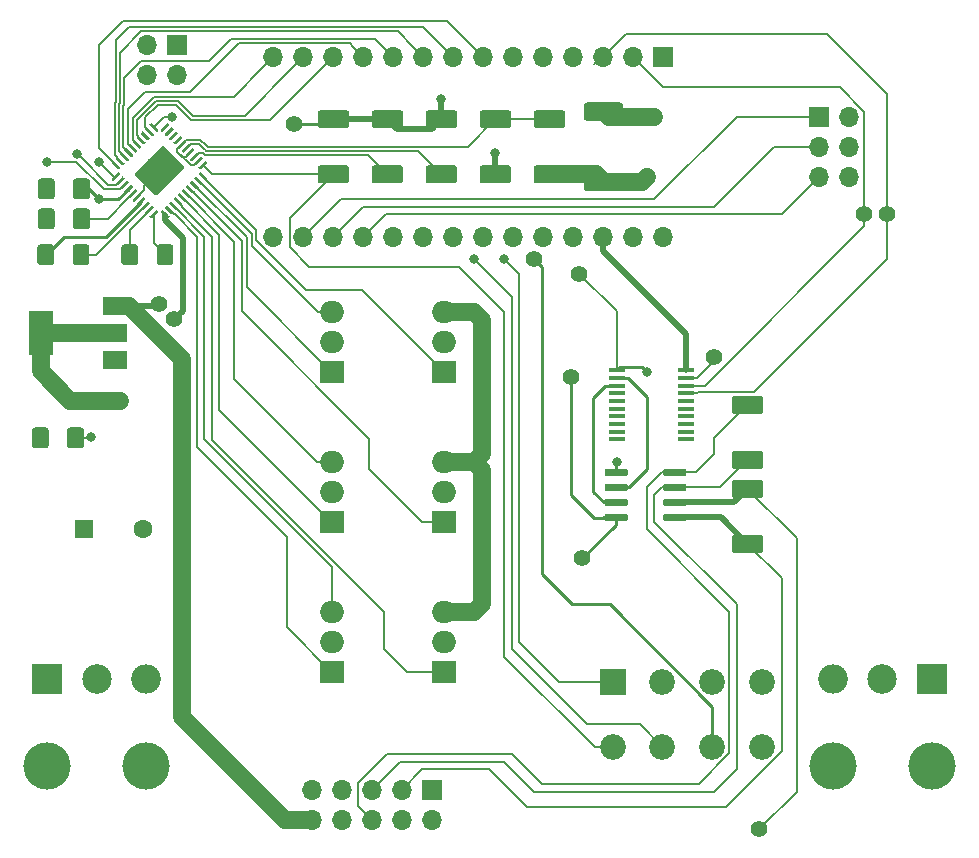
<source format=gbr>
G04 #@! TF.GenerationSoftware,KiCad,Pcbnew,(5.0.0)*
G04 #@! TF.CreationDate,2019-11-15T12:31:29-05:00*
G04 #@! TF.ProjectId,PCB_v2,5043425F76322E6B696361645F706362,rev?*
G04 #@! TF.SameCoordinates,Original*
G04 #@! TF.FileFunction,Copper,L1,Top,Signal*
G04 #@! TF.FilePolarity,Positive*
%FSLAX46Y46*%
G04 Gerber Fmt 4.6, Leading zero omitted, Abs format (unit mm)*
G04 Created by KiCad (PCBNEW (5.0.0)) date 11/15/19 12:31:29*
%MOMM*%
%LPD*%
G01*
G04 APERTURE LIST*
G04 #@! TA.AperFunction,ComponentPad*
%ADD10C,1.600000*%
G04 #@! TD*
G04 #@! TA.AperFunction,ComponentPad*
%ADD11R,1.600000X1.600000*%
G04 #@! TD*
G04 #@! TA.AperFunction,Conductor*
%ADD12C,0.100000*%
G04 #@! TD*
G04 #@! TA.AperFunction,SMDPad,CuDef*
%ADD13C,1.525000*%
G04 #@! TD*
G04 #@! TA.AperFunction,ComponentPad*
%ADD14R,1.700000X1.700000*%
G04 #@! TD*
G04 #@! TA.AperFunction,ComponentPad*
%ADD15O,1.700000X1.700000*%
G04 #@! TD*
G04 #@! TA.AperFunction,ComponentPad*
%ADD16R,2.175000X2.175000*%
G04 #@! TD*
G04 #@! TA.AperFunction,ComponentPad*
%ADD17C,2.175000*%
G04 #@! TD*
G04 #@! TA.AperFunction,SMDPad,CuDef*
%ADD18C,1.425000*%
G04 #@! TD*
G04 #@! TA.AperFunction,ComponentPad*
%ADD19R,2.500000X2.500000*%
G04 #@! TD*
G04 #@! TA.AperFunction,ComponentPad*
%ADD20C,2.500000*%
G04 #@! TD*
G04 #@! TA.AperFunction,ComponentPad*
%ADD21O,2.500000X2.500000*%
G04 #@! TD*
G04 #@! TA.AperFunction,WasherPad*
%ADD22C,4.000000*%
G04 #@! TD*
G04 #@! TA.AperFunction,ComponentPad*
%ADD23R,2.000000X1.905000*%
G04 #@! TD*
G04 #@! TA.AperFunction,ComponentPad*
%ADD24O,2.000000X1.905000*%
G04 #@! TD*
G04 #@! TA.AperFunction,SMDPad,CuDef*
%ADD25C,2.620000*%
G04 #@! TD*
G04 #@! TA.AperFunction,SMDPad,CuDef*
%ADD26C,0.250000*%
G04 #@! TD*
G04 #@! TA.AperFunction,SMDPad,CuDef*
%ADD27R,1.450000X0.450000*%
G04 #@! TD*
G04 #@! TA.AperFunction,SMDPad,CuDef*
%ADD28C,0.600000*%
G04 #@! TD*
G04 #@! TA.AperFunction,SMDPad,CuDef*
%ADD29R,2.000000X3.800000*%
G04 #@! TD*
G04 #@! TA.AperFunction,SMDPad,CuDef*
%ADD30R,2.000000X1.500000*%
G04 #@! TD*
G04 #@! TA.AperFunction,ViaPad*
%ADD31C,0.800000*%
G04 #@! TD*
G04 #@! TA.AperFunction,ViaPad*
%ADD32C,1.400000*%
G04 #@! TD*
G04 #@! TA.AperFunction,Conductor*
%ADD33C,0.250000*%
G04 #@! TD*
G04 #@! TA.AperFunction,Conductor*
%ADD34C,0.150000*%
G04 #@! TD*
G04 #@! TA.AperFunction,Conductor*
%ADD35C,1.500000*%
G04 #@! TD*
G04 #@! TA.AperFunction,Conductor*
%ADD36C,0.200000*%
G04 #@! TD*
G04 #@! TA.AperFunction,Conductor*
%ADD37C,0.500000*%
G04 #@! TD*
G04 APERTURE END LIST*
D10*
G04 #@! TO.P,C2,2*
G04 #@! TO.N,GNDREF*
X135810000Y-103505000D03*
D11*
G04 #@! TO.P,C2,1*
G04 #@! TO.N,/Vm*
X130810000Y-103505000D03*
G04 #@! TD*
D12*
G04 #@! TO.N,GNDREF*
G04 #@! TO.C,R6*
G36*
X176201505Y-73346204D02*
X176225773Y-73349804D01*
X176249572Y-73355765D01*
X176272671Y-73364030D01*
X176294850Y-73374520D01*
X176315893Y-73387132D01*
X176335599Y-73401747D01*
X176353777Y-73418223D01*
X176370253Y-73436401D01*
X176384868Y-73456107D01*
X176397480Y-73477150D01*
X176407970Y-73499329D01*
X176416235Y-73522428D01*
X176422196Y-73546227D01*
X176425796Y-73570495D01*
X176427000Y-73594999D01*
X176427000Y-74620001D01*
X176425796Y-74644505D01*
X176422196Y-74668773D01*
X176416235Y-74692572D01*
X176407970Y-74715671D01*
X176397480Y-74737850D01*
X176384868Y-74758893D01*
X176370253Y-74778599D01*
X176353777Y-74796777D01*
X176335599Y-74813253D01*
X176315893Y-74827868D01*
X176294850Y-74840480D01*
X176272671Y-74850970D01*
X176249572Y-74859235D01*
X176225773Y-74865196D01*
X176201505Y-74868796D01*
X176177001Y-74870000D01*
X173326999Y-74870000D01*
X173302495Y-74868796D01*
X173278227Y-74865196D01*
X173254428Y-74859235D01*
X173231329Y-74850970D01*
X173209150Y-74840480D01*
X173188107Y-74827868D01*
X173168401Y-74813253D01*
X173150223Y-74796777D01*
X173133747Y-74778599D01*
X173119132Y-74758893D01*
X173106520Y-74737850D01*
X173096030Y-74715671D01*
X173087765Y-74692572D01*
X173081804Y-74668773D01*
X173078204Y-74644505D01*
X173077000Y-74620001D01*
X173077000Y-73594999D01*
X173078204Y-73570495D01*
X173081804Y-73546227D01*
X173087765Y-73522428D01*
X173096030Y-73499329D01*
X173106520Y-73477150D01*
X173119132Y-73456107D01*
X173133747Y-73436401D01*
X173150223Y-73418223D01*
X173168401Y-73401747D01*
X173188107Y-73387132D01*
X173209150Y-73374520D01*
X173231329Y-73364030D01*
X173254428Y-73355765D01*
X173278227Y-73349804D01*
X173302495Y-73346204D01*
X173326999Y-73345000D01*
X176177001Y-73345000D01*
X176201505Y-73346204D01*
X176201505Y-73346204D01*
G37*
D13*
G04 #@! TD*
G04 #@! TO.P,R6,2*
G04 #@! TO.N,GNDREF*
X174752000Y-74107500D03*
D12*
G04 #@! TO.N,/Power/ISEN*
G04 #@! TO.C,R6*
G36*
X176201505Y-67371204D02*
X176225773Y-67374804D01*
X176249572Y-67380765D01*
X176272671Y-67389030D01*
X176294850Y-67399520D01*
X176315893Y-67412132D01*
X176335599Y-67426747D01*
X176353777Y-67443223D01*
X176370253Y-67461401D01*
X176384868Y-67481107D01*
X176397480Y-67502150D01*
X176407970Y-67524329D01*
X176416235Y-67547428D01*
X176422196Y-67571227D01*
X176425796Y-67595495D01*
X176427000Y-67619999D01*
X176427000Y-68645001D01*
X176425796Y-68669505D01*
X176422196Y-68693773D01*
X176416235Y-68717572D01*
X176407970Y-68740671D01*
X176397480Y-68762850D01*
X176384868Y-68783893D01*
X176370253Y-68803599D01*
X176353777Y-68821777D01*
X176335599Y-68838253D01*
X176315893Y-68852868D01*
X176294850Y-68865480D01*
X176272671Y-68875970D01*
X176249572Y-68884235D01*
X176225773Y-68890196D01*
X176201505Y-68893796D01*
X176177001Y-68895000D01*
X173326999Y-68895000D01*
X173302495Y-68893796D01*
X173278227Y-68890196D01*
X173254428Y-68884235D01*
X173231329Y-68875970D01*
X173209150Y-68865480D01*
X173188107Y-68852868D01*
X173168401Y-68838253D01*
X173150223Y-68821777D01*
X173133747Y-68803599D01*
X173119132Y-68783893D01*
X173106520Y-68762850D01*
X173096030Y-68740671D01*
X173087765Y-68717572D01*
X173081804Y-68693773D01*
X173078204Y-68669505D01*
X173077000Y-68645001D01*
X173077000Y-67619999D01*
X173078204Y-67595495D01*
X173081804Y-67571227D01*
X173087765Y-67547428D01*
X173096030Y-67524329D01*
X173106520Y-67502150D01*
X173119132Y-67481107D01*
X173133747Y-67461401D01*
X173150223Y-67443223D01*
X173168401Y-67426747D01*
X173188107Y-67412132D01*
X173209150Y-67399520D01*
X173231329Y-67389030D01*
X173254428Y-67380765D01*
X173278227Y-67374804D01*
X173302495Y-67371204D01*
X173326999Y-67370000D01*
X176177001Y-67370000D01*
X176201505Y-67371204D01*
X176201505Y-67371204D01*
G37*
D13*
G04 #@! TD*
G04 #@! TO.P,R6,1*
G04 #@! TO.N,/Power/ISEN*
X174752000Y-68132500D03*
D14*
G04 #@! TO.P,J4,1*
G04 #@! TO.N,GNDREF*
X179832000Y-63500000D03*
D15*
G04 #@! TO.P,J4,28*
G04 #@! TO.N,/Vin*
X179832000Y-78740000D03*
G04 #@! TO.P,J4,2*
G04 #@! TO.N,/A*
X177292000Y-63500000D03*
G04 #@! TO.P,J4,27*
G04 #@! TO.N,GNDREF*
X177292000Y-78740000D03*
G04 #@! TO.P,J4,3*
G04 #@! TO.N,/B*
X174752000Y-63500000D03*
G04 #@! TO.P,J4,26*
G04 #@! TO.N,/3.3V*
X174752000Y-78740000D03*
G04 #@! TO.P,J4,4*
G04 #@! TO.N,/RESET*
X172212000Y-63500000D03*
G04 #@! TO.P,J4,25*
G04 #@! TO.N,/LED1*
X172212000Y-78740000D03*
G04 #@! TO.P,J4,5*
G04 #@! TO.N,/ENABLE*
X169672000Y-63500000D03*
G04 #@! TO.P,J4,24*
G04 #@! TO.N,/LED2*
X169672000Y-78740000D03*
G04 #@! TO.P,J4,6*
G04 #@! TO.N,/DIR*
X167132000Y-63500000D03*
G04 #@! TO.P,J4,23*
G04 #@! TO.N,/LED3*
X167132000Y-78740000D03*
G04 #@! TO.P,J4,7*
G04 #@! TO.N,/BRAKE*
X164592000Y-63500000D03*
G04 #@! TO.P,J4,22*
G04 #@! TO.N,/MCU/A6*
X164592000Y-78740000D03*
G04 #@! TO.P,J4,8*
G04 #@! TO.N,/CLKIN*
X162052000Y-63500000D03*
G04 #@! TO.P,J4,21*
G04 #@! TO.N,/SCL*
X162052000Y-78740000D03*
G04 #@! TO.P,J4,9*
G04 #@! TO.N,/LOCKn*
X159512000Y-63500000D03*
G04 #@! TO.P,J4,20*
G04 #@! TO.N,/SDA*
X159512000Y-78740000D03*
G04 #@! TO.P,J4,10*
G04 #@! TO.N,/FAULTn*
X156972000Y-63500000D03*
G04 #@! TO.P,J4,19*
G04 #@! TO.N,/MCU/A3*
X156972000Y-78740000D03*
G04 #@! TO.P,J4,11*
G04 #@! TO.N,/FGOUT*
X154432000Y-63500000D03*
G04 #@! TO.P,J4,18*
G04 #@! TO.N,/MCU/A2*
X154432000Y-78740000D03*
G04 #@! TO.P,J4,12*
G04 #@! TO.N,/SCS*
X151892000Y-63500000D03*
G04 #@! TO.P,J4,17*
G04 #@! TO.N,/MCU/A1*
X151892000Y-78740000D03*
G04 #@! TO.P,J4,13*
G04 #@! TO.N,/DATAI*
X149352000Y-63500000D03*
G04 #@! TO.P,J4,16*
G04 #@! TO.N,/MCU/A0*
X149352000Y-78740000D03*
G04 #@! TO.P,J4,14*
G04 #@! TO.N,/DATAO*
X146812000Y-63500000D03*
G04 #@! TO.P,J4,15*
G04 #@! TO.N,/SCLK*
X146812000Y-78740000D03*
G04 #@! TD*
D16*
G04 #@! TO.P,J1,1*
G04 #@! TO.N,/Hall_3*
X175539400Y-116408200D03*
D17*
G04 #@! TO.P,J1,2*
G04 #@! TO.N,GNDREF*
X179739400Y-116408200D03*
G04 #@! TO.P,J1,3*
G04 #@! TO.N,Motor_1*
X183939400Y-116408200D03*
G04 #@! TO.P,J1,4*
G04 #@! TO.N,Motor_2*
X188139400Y-116408200D03*
G04 #@! TO.P,J1,5*
G04 #@! TO.N,/Hall_1*
X175539400Y-121908200D03*
G04 #@! TO.P,J1,6*
G04 #@! TO.N,/Hall_2*
X179739400Y-121908200D03*
G04 #@! TO.P,J1,7*
G04 #@! TO.N,/Vreg*
X183939400Y-121908200D03*
G04 #@! TO.P,J1,8*
G04 #@! TO.N,Motor_3*
X188139400Y-121908200D03*
G04 #@! TD*
D12*
G04 #@! TO.N,/Hall_1*
G04 #@! TO.C,R1*
G36*
X152991505Y-72696204D02*
X153015773Y-72699804D01*
X153039572Y-72705765D01*
X153062671Y-72714030D01*
X153084850Y-72724520D01*
X153105893Y-72737132D01*
X153125599Y-72751747D01*
X153143777Y-72768223D01*
X153160253Y-72786401D01*
X153174868Y-72806107D01*
X153187480Y-72827150D01*
X153197970Y-72849329D01*
X153206235Y-72872428D01*
X153212196Y-72896227D01*
X153215796Y-72920495D01*
X153217000Y-72944999D01*
X153217000Y-73970001D01*
X153215796Y-73994505D01*
X153212196Y-74018773D01*
X153206235Y-74042572D01*
X153197970Y-74065671D01*
X153187480Y-74087850D01*
X153174868Y-74108893D01*
X153160253Y-74128599D01*
X153143777Y-74146777D01*
X153125599Y-74163253D01*
X153105893Y-74177868D01*
X153084850Y-74190480D01*
X153062671Y-74200970D01*
X153039572Y-74209235D01*
X153015773Y-74215196D01*
X152991505Y-74218796D01*
X152967001Y-74220000D01*
X150816999Y-74220000D01*
X150792495Y-74218796D01*
X150768227Y-74215196D01*
X150744428Y-74209235D01*
X150721329Y-74200970D01*
X150699150Y-74190480D01*
X150678107Y-74177868D01*
X150658401Y-74163253D01*
X150640223Y-74146777D01*
X150623747Y-74128599D01*
X150609132Y-74108893D01*
X150596520Y-74087850D01*
X150586030Y-74065671D01*
X150577765Y-74042572D01*
X150571804Y-74018773D01*
X150568204Y-73994505D01*
X150567000Y-73970001D01*
X150567000Y-72944999D01*
X150568204Y-72920495D01*
X150571804Y-72896227D01*
X150577765Y-72872428D01*
X150586030Y-72849329D01*
X150596520Y-72827150D01*
X150609132Y-72806107D01*
X150623747Y-72786401D01*
X150640223Y-72768223D01*
X150658401Y-72751747D01*
X150678107Y-72737132D01*
X150699150Y-72724520D01*
X150721329Y-72714030D01*
X150744428Y-72705765D01*
X150768227Y-72699804D01*
X150792495Y-72696204D01*
X150816999Y-72695000D01*
X152967001Y-72695000D01*
X152991505Y-72696204D01*
X152991505Y-72696204D01*
G37*
D13*
G04 #@! TD*
G04 #@! TO.P,R1,2*
G04 #@! TO.N,/Hall_1*
X151892000Y-73457500D03*
D12*
G04 #@! TO.N,/Vreg*
G04 #@! TO.C,R1*
G36*
X152991505Y-68021204D02*
X153015773Y-68024804D01*
X153039572Y-68030765D01*
X153062671Y-68039030D01*
X153084850Y-68049520D01*
X153105893Y-68062132D01*
X153125599Y-68076747D01*
X153143777Y-68093223D01*
X153160253Y-68111401D01*
X153174868Y-68131107D01*
X153187480Y-68152150D01*
X153197970Y-68174329D01*
X153206235Y-68197428D01*
X153212196Y-68221227D01*
X153215796Y-68245495D01*
X153217000Y-68269999D01*
X153217000Y-69295001D01*
X153215796Y-69319505D01*
X153212196Y-69343773D01*
X153206235Y-69367572D01*
X153197970Y-69390671D01*
X153187480Y-69412850D01*
X153174868Y-69433893D01*
X153160253Y-69453599D01*
X153143777Y-69471777D01*
X153125599Y-69488253D01*
X153105893Y-69502868D01*
X153084850Y-69515480D01*
X153062671Y-69525970D01*
X153039572Y-69534235D01*
X153015773Y-69540196D01*
X152991505Y-69543796D01*
X152967001Y-69545000D01*
X150816999Y-69545000D01*
X150792495Y-69543796D01*
X150768227Y-69540196D01*
X150744428Y-69534235D01*
X150721329Y-69525970D01*
X150699150Y-69515480D01*
X150678107Y-69502868D01*
X150658401Y-69488253D01*
X150640223Y-69471777D01*
X150623747Y-69453599D01*
X150609132Y-69433893D01*
X150596520Y-69412850D01*
X150586030Y-69390671D01*
X150577765Y-69367572D01*
X150571804Y-69343773D01*
X150568204Y-69319505D01*
X150567000Y-69295001D01*
X150567000Y-68269999D01*
X150568204Y-68245495D01*
X150571804Y-68221227D01*
X150577765Y-68197428D01*
X150586030Y-68174329D01*
X150596520Y-68152150D01*
X150609132Y-68131107D01*
X150623747Y-68111401D01*
X150640223Y-68093223D01*
X150658401Y-68076747D01*
X150678107Y-68062132D01*
X150699150Y-68049520D01*
X150721329Y-68039030D01*
X150744428Y-68030765D01*
X150768227Y-68024804D01*
X150792495Y-68021204D01*
X150816999Y-68020000D01*
X152967001Y-68020000D01*
X152991505Y-68021204D01*
X152991505Y-68021204D01*
G37*
D13*
G04 #@! TD*
G04 #@! TO.P,R1,1*
G04 #@! TO.N,/Vreg*
X151892000Y-68782500D03*
D12*
G04 #@! TO.N,GNDREF*
G04 #@! TO.C,C1*
G36*
X130535004Y-94884204D02*
X130559273Y-94887804D01*
X130583071Y-94893765D01*
X130606171Y-94902030D01*
X130628349Y-94912520D01*
X130649393Y-94925133D01*
X130669098Y-94939747D01*
X130687277Y-94956223D01*
X130703753Y-94974402D01*
X130718367Y-94994107D01*
X130730980Y-95015151D01*
X130741470Y-95037329D01*
X130749735Y-95060429D01*
X130755696Y-95084227D01*
X130759296Y-95108496D01*
X130760500Y-95133000D01*
X130760500Y-96383000D01*
X130759296Y-96407504D01*
X130755696Y-96431773D01*
X130749735Y-96455571D01*
X130741470Y-96478671D01*
X130730980Y-96500849D01*
X130718367Y-96521893D01*
X130703753Y-96541598D01*
X130687277Y-96559777D01*
X130669098Y-96576253D01*
X130649393Y-96590867D01*
X130628349Y-96603480D01*
X130606171Y-96613970D01*
X130583071Y-96622235D01*
X130559273Y-96628196D01*
X130535004Y-96631796D01*
X130510500Y-96633000D01*
X129585500Y-96633000D01*
X129560996Y-96631796D01*
X129536727Y-96628196D01*
X129512929Y-96622235D01*
X129489829Y-96613970D01*
X129467651Y-96603480D01*
X129446607Y-96590867D01*
X129426902Y-96576253D01*
X129408723Y-96559777D01*
X129392247Y-96541598D01*
X129377633Y-96521893D01*
X129365020Y-96500849D01*
X129354530Y-96478671D01*
X129346265Y-96455571D01*
X129340304Y-96431773D01*
X129336704Y-96407504D01*
X129335500Y-96383000D01*
X129335500Y-95133000D01*
X129336704Y-95108496D01*
X129340304Y-95084227D01*
X129346265Y-95060429D01*
X129354530Y-95037329D01*
X129365020Y-95015151D01*
X129377633Y-94994107D01*
X129392247Y-94974402D01*
X129408723Y-94956223D01*
X129426902Y-94939747D01*
X129446607Y-94925133D01*
X129467651Y-94912520D01*
X129489829Y-94902030D01*
X129512929Y-94893765D01*
X129536727Y-94887804D01*
X129560996Y-94884204D01*
X129585500Y-94883000D01*
X130510500Y-94883000D01*
X130535004Y-94884204D01*
X130535004Y-94884204D01*
G37*
D18*
G04 #@! TD*
G04 #@! TO.P,C1,2*
G04 #@! TO.N,GNDREF*
X130048000Y-95758000D03*
D12*
G04 #@! TO.N,/Vm*
G04 #@! TO.C,C1*
G36*
X127560004Y-94884204D02*
X127584273Y-94887804D01*
X127608071Y-94893765D01*
X127631171Y-94902030D01*
X127653349Y-94912520D01*
X127674393Y-94925133D01*
X127694098Y-94939747D01*
X127712277Y-94956223D01*
X127728753Y-94974402D01*
X127743367Y-94994107D01*
X127755980Y-95015151D01*
X127766470Y-95037329D01*
X127774735Y-95060429D01*
X127780696Y-95084227D01*
X127784296Y-95108496D01*
X127785500Y-95133000D01*
X127785500Y-96383000D01*
X127784296Y-96407504D01*
X127780696Y-96431773D01*
X127774735Y-96455571D01*
X127766470Y-96478671D01*
X127755980Y-96500849D01*
X127743367Y-96521893D01*
X127728753Y-96541598D01*
X127712277Y-96559777D01*
X127694098Y-96576253D01*
X127674393Y-96590867D01*
X127653349Y-96603480D01*
X127631171Y-96613970D01*
X127608071Y-96622235D01*
X127584273Y-96628196D01*
X127560004Y-96631796D01*
X127535500Y-96633000D01*
X126610500Y-96633000D01*
X126585996Y-96631796D01*
X126561727Y-96628196D01*
X126537929Y-96622235D01*
X126514829Y-96613970D01*
X126492651Y-96603480D01*
X126471607Y-96590867D01*
X126451902Y-96576253D01*
X126433723Y-96559777D01*
X126417247Y-96541598D01*
X126402633Y-96521893D01*
X126390020Y-96500849D01*
X126379530Y-96478671D01*
X126371265Y-96455571D01*
X126365304Y-96431773D01*
X126361704Y-96407504D01*
X126360500Y-96383000D01*
X126360500Y-95133000D01*
X126361704Y-95108496D01*
X126365304Y-95084227D01*
X126371265Y-95060429D01*
X126379530Y-95037329D01*
X126390020Y-95015151D01*
X126402633Y-94994107D01*
X126417247Y-94974402D01*
X126433723Y-94956223D01*
X126451902Y-94939747D01*
X126471607Y-94925133D01*
X126492651Y-94912520D01*
X126514829Y-94902030D01*
X126537929Y-94893765D01*
X126561727Y-94887804D01*
X126585996Y-94884204D01*
X126610500Y-94883000D01*
X127535500Y-94883000D01*
X127560004Y-94884204D01*
X127560004Y-94884204D01*
G37*
D18*
G04 #@! TD*
G04 #@! TO.P,C1,1*
G04 #@! TO.N,/Vm*
X127073000Y-95758000D03*
D12*
G04 #@! TO.N,Net-(C3-Pad1)*
G04 #@! TO.C,C3*
G36*
X138118504Y-79390204D02*
X138142773Y-79393804D01*
X138166571Y-79399765D01*
X138189671Y-79408030D01*
X138211849Y-79418520D01*
X138232893Y-79431133D01*
X138252598Y-79445747D01*
X138270777Y-79462223D01*
X138287253Y-79480402D01*
X138301867Y-79500107D01*
X138314480Y-79521151D01*
X138324970Y-79543329D01*
X138333235Y-79566429D01*
X138339196Y-79590227D01*
X138342796Y-79614496D01*
X138344000Y-79639000D01*
X138344000Y-80889000D01*
X138342796Y-80913504D01*
X138339196Y-80937773D01*
X138333235Y-80961571D01*
X138324970Y-80984671D01*
X138314480Y-81006849D01*
X138301867Y-81027893D01*
X138287253Y-81047598D01*
X138270777Y-81065777D01*
X138252598Y-81082253D01*
X138232893Y-81096867D01*
X138211849Y-81109480D01*
X138189671Y-81119970D01*
X138166571Y-81128235D01*
X138142773Y-81134196D01*
X138118504Y-81137796D01*
X138094000Y-81139000D01*
X137169000Y-81139000D01*
X137144496Y-81137796D01*
X137120227Y-81134196D01*
X137096429Y-81128235D01*
X137073329Y-81119970D01*
X137051151Y-81109480D01*
X137030107Y-81096867D01*
X137010402Y-81082253D01*
X136992223Y-81065777D01*
X136975747Y-81047598D01*
X136961133Y-81027893D01*
X136948520Y-81006849D01*
X136938030Y-80984671D01*
X136929765Y-80961571D01*
X136923804Y-80937773D01*
X136920204Y-80913504D01*
X136919000Y-80889000D01*
X136919000Y-79639000D01*
X136920204Y-79614496D01*
X136923804Y-79590227D01*
X136929765Y-79566429D01*
X136938030Y-79543329D01*
X136948520Y-79521151D01*
X136961133Y-79500107D01*
X136975747Y-79480402D01*
X136992223Y-79462223D01*
X137010402Y-79445747D01*
X137030107Y-79431133D01*
X137051151Y-79418520D01*
X137073329Y-79408030D01*
X137096429Y-79399765D01*
X137120227Y-79393804D01*
X137144496Y-79390204D01*
X137169000Y-79389000D01*
X138094000Y-79389000D01*
X138118504Y-79390204D01*
X138118504Y-79390204D01*
G37*
D18*
G04 #@! TD*
G04 #@! TO.P,C3,1*
G04 #@! TO.N,Net-(C3-Pad1)*
X137631500Y-80264000D03*
D12*
G04 #@! TO.N,Net-(C3-Pad2)*
G04 #@! TO.C,C3*
G36*
X135143504Y-79390204D02*
X135167773Y-79393804D01*
X135191571Y-79399765D01*
X135214671Y-79408030D01*
X135236849Y-79418520D01*
X135257893Y-79431133D01*
X135277598Y-79445747D01*
X135295777Y-79462223D01*
X135312253Y-79480402D01*
X135326867Y-79500107D01*
X135339480Y-79521151D01*
X135349970Y-79543329D01*
X135358235Y-79566429D01*
X135364196Y-79590227D01*
X135367796Y-79614496D01*
X135369000Y-79639000D01*
X135369000Y-80889000D01*
X135367796Y-80913504D01*
X135364196Y-80937773D01*
X135358235Y-80961571D01*
X135349970Y-80984671D01*
X135339480Y-81006849D01*
X135326867Y-81027893D01*
X135312253Y-81047598D01*
X135295777Y-81065777D01*
X135277598Y-81082253D01*
X135257893Y-81096867D01*
X135236849Y-81109480D01*
X135214671Y-81119970D01*
X135191571Y-81128235D01*
X135167773Y-81134196D01*
X135143504Y-81137796D01*
X135119000Y-81139000D01*
X134194000Y-81139000D01*
X134169496Y-81137796D01*
X134145227Y-81134196D01*
X134121429Y-81128235D01*
X134098329Y-81119970D01*
X134076151Y-81109480D01*
X134055107Y-81096867D01*
X134035402Y-81082253D01*
X134017223Y-81065777D01*
X134000747Y-81047598D01*
X133986133Y-81027893D01*
X133973520Y-81006849D01*
X133963030Y-80984671D01*
X133954765Y-80961571D01*
X133948804Y-80937773D01*
X133945204Y-80913504D01*
X133944000Y-80889000D01*
X133944000Y-79639000D01*
X133945204Y-79614496D01*
X133948804Y-79590227D01*
X133954765Y-79566429D01*
X133963030Y-79543329D01*
X133973520Y-79521151D01*
X133986133Y-79500107D01*
X134000747Y-79480402D01*
X134017223Y-79462223D01*
X134035402Y-79445747D01*
X134055107Y-79431133D01*
X134076151Y-79418520D01*
X134098329Y-79408030D01*
X134121429Y-79399765D01*
X134145227Y-79393804D01*
X134169496Y-79390204D01*
X134194000Y-79389000D01*
X135119000Y-79389000D01*
X135143504Y-79390204D01*
X135143504Y-79390204D01*
G37*
D18*
G04 #@! TD*
G04 #@! TO.P,C3,2*
G04 #@! TO.N,Net-(C3-Pad2)*
X134656500Y-80264000D03*
D12*
G04 #@! TO.N,GNDREF*
G04 #@! TO.C,C4*
G36*
X128068004Y-76342204D02*
X128092273Y-76345804D01*
X128116071Y-76351765D01*
X128139171Y-76360030D01*
X128161349Y-76370520D01*
X128182393Y-76383133D01*
X128202098Y-76397747D01*
X128220277Y-76414223D01*
X128236753Y-76432402D01*
X128251367Y-76452107D01*
X128263980Y-76473151D01*
X128274470Y-76495329D01*
X128282735Y-76518429D01*
X128288696Y-76542227D01*
X128292296Y-76566496D01*
X128293500Y-76591000D01*
X128293500Y-77841000D01*
X128292296Y-77865504D01*
X128288696Y-77889773D01*
X128282735Y-77913571D01*
X128274470Y-77936671D01*
X128263980Y-77958849D01*
X128251367Y-77979893D01*
X128236753Y-77999598D01*
X128220277Y-78017777D01*
X128202098Y-78034253D01*
X128182393Y-78048867D01*
X128161349Y-78061480D01*
X128139171Y-78071970D01*
X128116071Y-78080235D01*
X128092273Y-78086196D01*
X128068004Y-78089796D01*
X128043500Y-78091000D01*
X127118500Y-78091000D01*
X127093996Y-78089796D01*
X127069727Y-78086196D01*
X127045929Y-78080235D01*
X127022829Y-78071970D01*
X127000651Y-78061480D01*
X126979607Y-78048867D01*
X126959902Y-78034253D01*
X126941723Y-78017777D01*
X126925247Y-77999598D01*
X126910633Y-77979893D01*
X126898020Y-77958849D01*
X126887530Y-77936671D01*
X126879265Y-77913571D01*
X126873304Y-77889773D01*
X126869704Y-77865504D01*
X126868500Y-77841000D01*
X126868500Y-76591000D01*
X126869704Y-76566496D01*
X126873304Y-76542227D01*
X126879265Y-76518429D01*
X126887530Y-76495329D01*
X126898020Y-76473151D01*
X126910633Y-76452107D01*
X126925247Y-76432402D01*
X126941723Y-76414223D01*
X126959902Y-76397747D01*
X126979607Y-76383133D01*
X127000651Y-76370520D01*
X127022829Y-76360030D01*
X127045929Y-76351765D01*
X127069727Y-76345804D01*
X127093996Y-76342204D01*
X127118500Y-76341000D01*
X128043500Y-76341000D01*
X128068004Y-76342204D01*
X128068004Y-76342204D01*
G37*
D18*
G04 #@! TD*
G04 #@! TO.P,C4,1*
G04 #@! TO.N,GNDREF*
X127581000Y-77216000D03*
D12*
G04 #@! TO.N,Net-(C4-Pad2)*
G04 #@! TO.C,C4*
G36*
X131043004Y-76342204D02*
X131067273Y-76345804D01*
X131091071Y-76351765D01*
X131114171Y-76360030D01*
X131136349Y-76370520D01*
X131157393Y-76383133D01*
X131177098Y-76397747D01*
X131195277Y-76414223D01*
X131211753Y-76432402D01*
X131226367Y-76452107D01*
X131238980Y-76473151D01*
X131249470Y-76495329D01*
X131257735Y-76518429D01*
X131263696Y-76542227D01*
X131267296Y-76566496D01*
X131268500Y-76591000D01*
X131268500Y-77841000D01*
X131267296Y-77865504D01*
X131263696Y-77889773D01*
X131257735Y-77913571D01*
X131249470Y-77936671D01*
X131238980Y-77958849D01*
X131226367Y-77979893D01*
X131211753Y-77999598D01*
X131195277Y-78017777D01*
X131177098Y-78034253D01*
X131157393Y-78048867D01*
X131136349Y-78061480D01*
X131114171Y-78071970D01*
X131091071Y-78080235D01*
X131067273Y-78086196D01*
X131043004Y-78089796D01*
X131018500Y-78091000D01*
X130093500Y-78091000D01*
X130068996Y-78089796D01*
X130044727Y-78086196D01*
X130020929Y-78080235D01*
X129997829Y-78071970D01*
X129975651Y-78061480D01*
X129954607Y-78048867D01*
X129934902Y-78034253D01*
X129916723Y-78017777D01*
X129900247Y-77999598D01*
X129885633Y-77979893D01*
X129873020Y-77958849D01*
X129862530Y-77936671D01*
X129854265Y-77913571D01*
X129848304Y-77889773D01*
X129844704Y-77865504D01*
X129843500Y-77841000D01*
X129843500Y-76591000D01*
X129844704Y-76566496D01*
X129848304Y-76542227D01*
X129854265Y-76518429D01*
X129862530Y-76495329D01*
X129873020Y-76473151D01*
X129885633Y-76452107D01*
X129900247Y-76432402D01*
X129916723Y-76414223D01*
X129934902Y-76397747D01*
X129954607Y-76383133D01*
X129975651Y-76370520D01*
X129997829Y-76360030D01*
X130020929Y-76351765D01*
X130044727Y-76345804D01*
X130068996Y-76342204D01*
X130093500Y-76341000D01*
X131018500Y-76341000D01*
X131043004Y-76342204D01*
X131043004Y-76342204D01*
G37*
D18*
G04 #@! TD*
G04 #@! TO.P,C4,2*
G04 #@! TO.N,Net-(C4-Pad2)*
X130556000Y-77216000D03*
D12*
G04 #@! TO.N,Net-(C5-Pad2)*
G04 #@! TO.C,C5*
G36*
X131006504Y-79390204D02*
X131030773Y-79393804D01*
X131054571Y-79399765D01*
X131077671Y-79408030D01*
X131099849Y-79418520D01*
X131120893Y-79431133D01*
X131140598Y-79445747D01*
X131158777Y-79462223D01*
X131175253Y-79480402D01*
X131189867Y-79500107D01*
X131202480Y-79521151D01*
X131212970Y-79543329D01*
X131221235Y-79566429D01*
X131227196Y-79590227D01*
X131230796Y-79614496D01*
X131232000Y-79639000D01*
X131232000Y-80889000D01*
X131230796Y-80913504D01*
X131227196Y-80937773D01*
X131221235Y-80961571D01*
X131212970Y-80984671D01*
X131202480Y-81006849D01*
X131189867Y-81027893D01*
X131175253Y-81047598D01*
X131158777Y-81065777D01*
X131140598Y-81082253D01*
X131120893Y-81096867D01*
X131099849Y-81109480D01*
X131077671Y-81119970D01*
X131054571Y-81128235D01*
X131030773Y-81134196D01*
X131006504Y-81137796D01*
X130982000Y-81139000D01*
X130057000Y-81139000D01*
X130032496Y-81137796D01*
X130008227Y-81134196D01*
X129984429Y-81128235D01*
X129961329Y-81119970D01*
X129939151Y-81109480D01*
X129918107Y-81096867D01*
X129898402Y-81082253D01*
X129880223Y-81065777D01*
X129863747Y-81047598D01*
X129849133Y-81027893D01*
X129836520Y-81006849D01*
X129826030Y-80984671D01*
X129817765Y-80961571D01*
X129811804Y-80937773D01*
X129808204Y-80913504D01*
X129807000Y-80889000D01*
X129807000Y-79639000D01*
X129808204Y-79614496D01*
X129811804Y-79590227D01*
X129817765Y-79566429D01*
X129826030Y-79543329D01*
X129836520Y-79521151D01*
X129849133Y-79500107D01*
X129863747Y-79480402D01*
X129880223Y-79462223D01*
X129898402Y-79445747D01*
X129918107Y-79431133D01*
X129939151Y-79418520D01*
X129961329Y-79408030D01*
X129984429Y-79399765D01*
X130008227Y-79393804D01*
X130032496Y-79390204D01*
X130057000Y-79389000D01*
X130982000Y-79389000D01*
X131006504Y-79390204D01*
X131006504Y-79390204D01*
G37*
D18*
G04 #@! TD*
G04 #@! TO.P,C5,2*
G04 #@! TO.N,Net-(C5-Pad2)*
X130519500Y-80264000D03*
D12*
G04 #@! TO.N,/Vm*
G04 #@! TO.C,C5*
G36*
X128031504Y-79390204D02*
X128055773Y-79393804D01*
X128079571Y-79399765D01*
X128102671Y-79408030D01*
X128124849Y-79418520D01*
X128145893Y-79431133D01*
X128165598Y-79445747D01*
X128183777Y-79462223D01*
X128200253Y-79480402D01*
X128214867Y-79500107D01*
X128227480Y-79521151D01*
X128237970Y-79543329D01*
X128246235Y-79566429D01*
X128252196Y-79590227D01*
X128255796Y-79614496D01*
X128257000Y-79639000D01*
X128257000Y-80889000D01*
X128255796Y-80913504D01*
X128252196Y-80937773D01*
X128246235Y-80961571D01*
X128237970Y-80984671D01*
X128227480Y-81006849D01*
X128214867Y-81027893D01*
X128200253Y-81047598D01*
X128183777Y-81065777D01*
X128165598Y-81082253D01*
X128145893Y-81096867D01*
X128124849Y-81109480D01*
X128102671Y-81119970D01*
X128079571Y-81128235D01*
X128055773Y-81134196D01*
X128031504Y-81137796D01*
X128007000Y-81139000D01*
X127082000Y-81139000D01*
X127057496Y-81137796D01*
X127033227Y-81134196D01*
X127009429Y-81128235D01*
X126986329Y-81119970D01*
X126964151Y-81109480D01*
X126943107Y-81096867D01*
X126923402Y-81082253D01*
X126905223Y-81065777D01*
X126888747Y-81047598D01*
X126874133Y-81027893D01*
X126861520Y-81006849D01*
X126851030Y-80984671D01*
X126842765Y-80961571D01*
X126836804Y-80937773D01*
X126833204Y-80913504D01*
X126832000Y-80889000D01*
X126832000Y-79639000D01*
X126833204Y-79614496D01*
X126836804Y-79590227D01*
X126842765Y-79566429D01*
X126851030Y-79543329D01*
X126861520Y-79521151D01*
X126874133Y-79500107D01*
X126888747Y-79480402D01*
X126905223Y-79462223D01*
X126923402Y-79445747D01*
X126943107Y-79431133D01*
X126964151Y-79418520D01*
X126986329Y-79408030D01*
X127009429Y-79399765D01*
X127033227Y-79393804D01*
X127057496Y-79390204D01*
X127082000Y-79389000D01*
X128007000Y-79389000D01*
X128031504Y-79390204D01*
X128031504Y-79390204D01*
G37*
D18*
G04 #@! TD*
G04 #@! TO.P,C5,1*
G04 #@! TO.N,/Vm*
X127544500Y-80264000D03*
D12*
G04 #@! TO.N,GNDREF*
G04 #@! TO.C,C6*
G36*
X128068004Y-73802204D02*
X128092273Y-73805804D01*
X128116071Y-73811765D01*
X128139171Y-73820030D01*
X128161349Y-73830520D01*
X128182393Y-73843133D01*
X128202098Y-73857747D01*
X128220277Y-73874223D01*
X128236753Y-73892402D01*
X128251367Y-73912107D01*
X128263980Y-73933151D01*
X128274470Y-73955329D01*
X128282735Y-73978429D01*
X128288696Y-74002227D01*
X128292296Y-74026496D01*
X128293500Y-74051000D01*
X128293500Y-75301000D01*
X128292296Y-75325504D01*
X128288696Y-75349773D01*
X128282735Y-75373571D01*
X128274470Y-75396671D01*
X128263980Y-75418849D01*
X128251367Y-75439893D01*
X128236753Y-75459598D01*
X128220277Y-75477777D01*
X128202098Y-75494253D01*
X128182393Y-75508867D01*
X128161349Y-75521480D01*
X128139171Y-75531970D01*
X128116071Y-75540235D01*
X128092273Y-75546196D01*
X128068004Y-75549796D01*
X128043500Y-75551000D01*
X127118500Y-75551000D01*
X127093996Y-75549796D01*
X127069727Y-75546196D01*
X127045929Y-75540235D01*
X127022829Y-75531970D01*
X127000651Y-75521480D01*
X126979607Y-75508867D01*
X126959902Y-75494253D01*
X126941723Y-75477777D01*
X126925247Y-75459598D01*
X126910633Y-75439893D01*
X126898020Y-75418849D01*
X126887530Y-75396671D01*
X126879265Y-75373571D01*
X126873304Y-75349773D01*
X126869704Y-75325504D01*
X126868500Y-75301000D01*
X126868500Y-74051000D01*
X126869704Y-74026496D01*
X126873304Y-74002227D01*
X126879265Y-73978429D01*
X126887530Y-73955329D01*
X126898020Y-73933151D01*
X126910633Y-73912107D01*
X126925247Y-73892402D01*
X126941723Y-73874223D01*
X126959902Y-73857747D01*
X126979607Y-73843133D01*
X127000651Y-73830520D01*
X127022829Y-73820030D01*
X127045929Y-73811765D01*
X127069727Y-73805804D01*
X127093996Y-73802204D01*
X127118500Y-73801000D01*
X128043500Y-73801000D01*
X128068004Y-73802204D01*
X128068004Y-73802204D01*
G37*
D18*
G04 #@! TD*
G04 #@! TO.P,C6,1*
G04 #@! TO.N,GNDREF*
X127581000Y-74676000D03*
D12*
G04 #@! TO.N,/Vreg*
G04 #@! TO.C,C6*
G36*
X131043004Y-73802204D02*
X131067273Y-73805804D01*
X131091071Y-73811765D01*
X131114171Y-73820030D01*
X131136349Y-73830520D01*
X131157393Y-73843133D01*
X131177098Y-73857747D01*
X131195277Y-73874223D01*
X131211753Y-73892402D01*
X131226367Y-73912107D01*
X131238980Y-73933151D01*
X131249470Y-73955329D01*
X131257735Y-73978429D01*
X131263696Y-74002227D01*
X131267296Y-74026496D01*
X131268500Y-74051000D01*
X131268500Y-75301000D01*
X131267296Y-75325504D01*
X131263696Y-75349773D01*
X131257735Y-75373571D01*
X131249470Y-75396671D01*
X131238980Y-75418849D01*
X131226367Y-75439893D01*
X131211753Y-75459598D01*
X131195277Y-75477777D01*
X131177098Y-75494253D01*
X131157393Y-75508867D01*
X131136349Y-75521480D01*
X131114171Y-75531970D01*
X131091071Y-75540235D01*
X131067273Y-75546196D01*
X131043004Y-75549796D01*
X131018500Y-75551000D01*
X130093500Y-75551000D01*
X130068996Y-75549796D01*
X130044727Y-75546196D01*
X130020929Y-75540235D01*
X129997829Y-75531970D01*
X129975651Y-75521480D01*
X129954607Y-75508867D01*
X129934902Y-75494253D01*
X129916723Y-75477777D01*
X129900247Y-75459598D01*
X129885633Y-75439893D01*
X129873020Y-75418849D01*
X129862530Y-75396671D01*
X129854265Y-75373571D01*
X129848304Y-75349773D01*
X129844704Y-75325504D01*
X129843500Y-75301000D01*
X129843500Y-74051000D01*
X129844704Y-74026496D01*
X129848304Y-74002227D01*
X129854265Y-73978429D01*
X129862530Y-73955329D01*
X129873020Y-73933151D01*
X129885633Y-73912107D01*
X129900247Y-73892402D01*
X129916723Y-73874223D01*
X129934902Y-73857747D01*
X129954607Y-73843133D01*
X129975651Y-73830520D01*
X129997829Y-73820030D01*
X130020929Y-73811765D01*
X130044727Y-73805804D01*
X130068996Y-73802204D01*
X130093500Y-73801000D01*
X131018500Y-73801000D01*
X131043004Y-73802204D01*
X131043004Y-73802204D01*
G37*
D18*
G04 #@! TD*
G04 #@! TO.P,C6,2*
G04 #@! TO.N,/Vreg*
X130556000Y-74676000D03*
D14*
G04 #@! TO.P,J2,1*
G04 #@! TO.N,Net-(J2-Pad1)*
X160223200Y-125552200D03*
D15*
G04 #@! TO.P,J2,2*
G04 #@! TO.N,Net-(J2-Pad2)*
X160223200Y-128092200D03*
G04 #@! TO.P,J2,3*
G04 #@! TO.N,/ENC_!B*
X157683200Y-125552200D03*
G04 #@! TO.P,J2,4*
G04 #@! TO.N,/ENC_B*
X157683200Y-128092200D03*
G04 #@! TO.P,J2,5*
G04 #@! TO.N,/ENC_!A*
X155143200Y-125552200D03*
G04 #@! TO.P,J2,6*
G04 #@! TO.N,/ENC_A*
X155143200Y-128092200D03*
G04 #@! TO.P,J2,7*
G04 #@! TO.N,GNDREF*
X152603200Y-125552200D03*
G04 #@! TO.P,J2,8*
G04 #@! TO.N,Net-(J2-Pad8)*
X152603200Y-128092200D03*
G04 #@! TO.P,J2,9*
G04 #@! TO.N,Net-(J2-Pad9)*
X150063200Y-125552200D03*
G04 #@! TO.P,J2,10*
G04 #@! TO.N,/Vin*
X150063200Y-128092200D03*
G04 #@! TD*
D19*
G04 #@! TO.P,J3,1*
G04 #@! TO.N,/Vm*
X127635000Y-116205000D03*
D20*
G04 #@! TO.P,J3,2*
G04 #@! TO.N,GNDREF*
X131835000Y-116205000D03*
D21*
G04 #@! TO.P,J3,3*
G04 #@! TO.N,Net-(J3-Pad3)*
X136035000Y-116205000D03*
D22*
G04 #@! TO.P,J3,*
G04 #@! TO.N,*
X136035000Y-123505000D03*
X127635000Y-123505000D03*
G04 #@! TD*
D19*
G04 #@! TO.P,J5,1*
G04 #@! TO.N,/Vm*
X202565000Y-116205000D03*
D20*
G04 #@! TO.P,J5,2*
G04 #@! TO.N,GNDREF*
X198365000Y-116205000D03*
D21*
G04 #@! TO.P,J5,3*
G04 #@! TO.N,Net-(J5-Pad3)*
X194165000Y-116205000D03*
D22*
G04 #@! TO.P,J5,*
G04 #@! TO.N,*
X194165000Y-123505000D03*
X202565000Y-123505000D03*
G04 #@! TD*
D14*
G04 #@! TO.P,J6,1*
G04 #@! TO.N,/MCU/A0*
X193040000Y-68580000D03*
D15*
G04 #@! TO.P,J6,2*
G04 #@! TO.N,GNDREF*
X195580000Y-68580000D03*
G04 #@! TO.P,J6,3*
G04 #@! TO.N,/MCU/A1*
X193040000Y-71120000D03*
G04 #@! TO.P,J6,4*
G04 #@! TO.N,GNDREF*
X195580000Y-71120000D03*
G04 #@! TO.P,J6,5*
G04 #@! TO.N,/MCU/A2*
X193040000Y-73660000D03*
G04 #@! TO.P,J6,6*
G04 #@! TO.N,GNDREF*
X195580000Y-73660000D03*
G04 #@! TD*
D14*
G04 #@! TO.P,J9,1*
G04 #@! TO.N,/SCL*
X138684000Y-62484000D03*
D15*
G04 #@! TO.P,J9,2*
X136144000Y-62484000D03*
G04 #@! TO.P,J9,3*
G04 #@! TO.N,/SDA*
X138684000Y-65024000D03*
G04 #@! TO.P,J9,4*
X136144000Y-65024000D03*
G04 #@! TD*
D23*
G04 #@! TO.P,Q1,1*
G04 #@! TO.N,/Power/UHSG*
X151765000Y-115570000D03*
D24*
G04 #@! TO.P,Q1,2*
G04 #@! TO.N,/Vm*
X151765000Y-113030000D03*
G04 #@! TO.P,Q1,3*
G04 #@! TO.N,Motor_1*
X151765000Y-110490000D03*
G04 #@! TD*
D23*
G04 #@! TO.P,Q2,1*
G04 #@! TO.N,/Power/ULSG*
X161290000Y-115570000D03*
D24*
G04 #@! TO.P,Q2,2*
G04 #@! TO.N,Motor_1*
X161290000Y-113030000D03*
G04 #@! TO.P,Q2,3*
G04 #@! TO.N,/Power/ISEN*
X161290000Y-110490000D03*
G04 #@! TD*
D23*
G04 #@! TO.P,Q3,1*
G04 #@! TO.N,/Power/VHSG*
X151765000Y-102870000D03*
D24*
G04 #@! TO.P,Q3,2*
G04 #@! TO.N,/Vm*
X151765000Y-100330000D03*
G04 #@! TO.P,Q3,3*
G04 #@! TO.N,Motor_2*
X151765000Y-97790000D03*
G04 #@! TD*
G04 #@! TO.P,Q4,3*
G04 #@! TO.N,/Power/ISEN*
X161290000Y-97790000D03*
G04 #@! TO.P,Q4,2*
G04 #@! TO.N,Motor_2*
X161290000Y-100330000D03*
D23*
G04 #@! TO.P,Q4,1*
G04 #@! TO.N,/Power/VLSG*
X161290000Y-102870000D03*
G04 #@! TD*
G04 #@! TO.P,Q5,1*
G04 #@! TO.N,/Power/WHSG*
X151765000Y-90170000D03*
D24*
G04 #@! TO.P,Q5,2*
G04 #@! TO.N,/Vm*
X151765000Y-87630000D03*
G04 #@! TO.P,Q5,3*
G04 #@! TO.N,Motor_3*
X151765000Y-85090000D03*
G04 #@! TD*
G04 #@! TO.P,Q6,3*
G04 #@! TO.N,/Power/ISEN*
X161290000Y-85090000D03*
G04 #@! TO.P,Q6,2*
G04 #@! TO.N,Motor_3*
X161290000Y-87630000D03*
D23*
G04 #@! TO.P,Q6,1*
G04 #@! TO.N,/Power/WLSG*
X161290000Y-90170000D03*
G04 #@! TD*
D12*
G04 #@! TO.N,/Vreg*
G04 #@! TO.C,R2*
G36*
X157563505Y-68021204D02*
X157587773Y-68024804D01*
X157611572Y-68030765D01*
X157634671Y-68039030D01*
X157656850Y-68049520D01*
X157677893Y-68062132D01*
X157697599Y-68076747D01*
X157715777Y-68093223D01*
X157732253Y-68111401D01*
X157746868Y-68131107D01*
X157759480Y-68152150D01*
X157769970Y-68174329D01*
X157778235Y-68197428D01*
X157784196Y-68221227D01*
X157787796Y-68245495D01*
X157789000Y-68269999D01*
X157789000Y-69295001D01*
X157787796Y-69319505D01*
X157784196Y-69343773D01*
X157778235Y-69367572D01*
X157769970Y-69390671D01*
X157759480Y-69412850D01*
X157746868Y-69433893D01*
X157732253Y-69453599D01*
X157715777Y-69471777D01*
X157697599Y-69488253D01*
X157677893Y-69502868D01*
X157656850Y-69515480D01*
X157634671Y-69525970D01*
X157611572Y-69534235D01*
X157587773Y-69540196D01*
X157563505Y-69543796D01*
X157539001Y-69545000D01*
X155388999Y-69545000D01*
X155364495Y-69543796D01*
X155340227Y-69540196D01*
X155316428Y-69534235D01*
X155293329Y-69525970D01*
X155271150Y-69515480D01*
X155250107Y-69502868D01*
X155230401Y-69488253D01*
X155212223Y-69471777D01*
X155195747Y-69453599D01*
X155181132Y-69433893D01*
X155168520Y-69412850D01*
X155158030Y-69390671D01*
X155149765Y-69367572D01*
X155143804Y-69343773D01*
X155140204Y-69319505D01*
X155139000Y-69295001D01*
X155139000Y-68269999D01*
X155140204Y-68245495D01*
X155143804Y-68221227D01*
X155149765Y-68197428D01*
X155158030Y-68174329D01*
X155168520Y-68152150D01*
X155181132Y-68131107D01*
X155195747Y-68111401D01*
X155212223Y-68093223D01*
X155230401Y-68076747D01*
X155250107Y-68062132D01*
X155271150Y-68049520D01*
X155293329Y-68039030D01*
X155316428Y-68030765D01*
X155340227Y-68024804D01*
X155364495Y-68021204D01*
X155388999Y-68020000D01*
X157539001Y-68020000D01*
X157563505Y-68021204D01*
X157563505Y-68021204D01*
G37*
D13*
G04 #@! TD*
G04 #@! TO.P,R2,1*
G04 #@! TO.N,/Vreg*
X156464000Y-68782500D03*
D12*
G04 #@! TO.N,/Hall_2*
G04 #@! TO.C,R2*
G36*
X157563505Y-72696204D02*
X157587773Y-72699804D01*
X157611572Y-72705765D01*
X157634671Y-72714030D01*
X157656850Y-72724520D01*
X157677893Y-72737132D01*
X157697599Y-72751747D01*
X157715777Y-72768223D01*
X157732253Y-72786401D01*
X157746868Y-72806107D01*
X157759480Y-72827150D01*
X157769970Y-72849329D01*
X157778235Y-72872428D01*
X157784196Y-72896227D01*
X157787796Y-72920495D01*
X157789000Y-72944999D01*
X157789000Y-73970001D01*
X157787796Y-73994505D01*
X157784196Y-74018773D01*
X157778235Y-74042572D01*
X157769970Y-74065671D01*
X157759480Y-74087850D01*
X157746868Y-74108893D01*
X157732253Y-74128599D01*
X157715777Y-74146777D01*
X157697599Y-74163253D01*
X157677893Y-74177868D01*
X157656850Y-74190480D01*
X157634671Y-74200970D01*
X157611572Y-74209235D01*
X157587773Y-74215196D01*
X157563505Y-74218796D01*
X157539001Y-74220000D01*
X155388999Y-74220000D01*
X155364495Y-74218796D01*
X155340227Y-74215196D01*
X155316428Y-74209235D01*
X155293329Y-74200970D01*
X155271150Y-74190480D01*
X155250107Y-74177868D01*
X155230401Y-74163253D01*
X155212223Y-74146777D01*
X155195747Y-74128599D01*
X155181132Y-74108893D01*
X155168520Y-74087850D01*
X155158030Y-74065671D01*
X155149765Y-74042572D01*
X155143804Y-74018773D01*
X155140204Y-73994505D01*
X155139000Y-73970001D01*
X155139000Y-72944999D01*
X155140204Y-72920495D01*
X155143804Y-72896227D01*
X155149765Y-72872428D01*
X155158030Y-72849329D01*
X155168520Y-72827150D01*
X155181132Y-72806107D01*
X155195747Y-72786401D01*
X155212223Y-72768223D01*
X155230401Y-72751747D01*
X155250107Y-72737132D01*
X155271150Y-72724520D01*
X155293329Y-72714030D01*
X155316428Y-72705765D01*
X155340227Y-72699804D01*
X155364495Y-72696204D01*
X155388999Y-72695000D01*
X157539001Y-72695000D01*
X157563505Y-72696204D01*
X157563505Y-72696204D01*
G37*
D13*
G04 #@! TD*
G04 #@! TO.P,R2,2*
G04 #@! TO.N,/Hall_2*
X156464000Y-73457500D03*
D12*
G04 #@! TO.N,/Hall_3*
G04 #@! TO.C,R3*
G36*
X162135505Y-72696204D02*
X162159773Y-72699804D01*
X162183572Y-72705765D01*
X162206671Y-72714030D01*
X162228850Y-72724520D01*
X162249893Y-72737132D01*
X162269599Y-72751747D01*
X162287777Y-72768223D01*
X162304253Y-72786401D01*
X162318868Y-72806107D01*
X162331480Y-72827150D01*
X162341970Y-72849329D01*
X162350235Y-72872428D01*
X162356196Y-72896227D01*
X162359796Y-72920495D01*
X162361000Y-72944999D01*
X162361000Y-73970001D01*
X162359796Y-73994505D01*
X162356196Y-74018773D01*
X162350235Y-74042572D01*
X162341970Y-74065671D01*
X162331480Y-74087850D01*
X162318868Y-74108893D01*
X162304253Y-74128599D01*
X162287777Y-74146777D01*
X162269599Y-74163253D01*
X162249893Y-74177868D01*
X162228850Y-74190480D01*
X162206671Y-74200970D01*
X162183572Y-74209235D01*
X162159773Y-74215196D01*
X162135505Y-74218796D01*
X162111001Y-74220000D01*
X159960999Y-74220000D01*
X159936495Y-74218796D01*
X159912227Y-74215196D01*
X159888428Y-74209235D01*
X159865329Y-74200970D01*
X159843150Y-74190480D01*
X159822107Y-74177868D01*
X159802401Y-74163253D01*
X159784223Y-74146777D01*
X159767747Y-74128599D01*
X159753132Y-74108893D01*
X159740520Y-74087850D01*
X159730030Y-74065671D01*
X159721765Y-74042572D01*
X159715804Y-74018773D01*
X159712204Y-73994505D01*
X159711000Y-73970001D01*
X159711000Y-72944999D01*
X159712204Y-72920495D01*
X159715804Y-72896227D01*
X159721765Y-72872428D01*
X159730030Y-72849329D01*
X159740520Y-72827150D01*
X159753132Y-72806107D01*
X159767747Y-72786401D01*
X159784223Y-72768223D01*
X159802401Y-72751747D01*
X159822107Y-72737132D01*
X159843150Y-72724520D01*
X159865329Y-72714030D01*
X159888428Y-72705765D01*
X159912227Y-72699804D01*
X159936495Y-72696204D01*
X159960999Y-72695000D01*
X162111001Y-72695000D01*
X162135505Y-72696204D01*
X162135505Y-72696204D01*
G37*
D13*
G04 #@! TD*
G04 #@! TO.P,R3,2*
G04 #@! TO.N,/Hall_3*
X161036000Y-73457500D03*
D12*
G04 #@! TO.N,/Vreg*
G04 #@! TO.C,R3*
G36*
X162135505Y-68021204D02*
X162159773Y-68024804D01*
X162183572Y-68030765D01*
X162206671Y-68039030D01*
X162228850Y-68049520D01*
X162249893Y-68062132D01*
X162269599Y-68076747D01*
X162287777Y-68093223D01*
X162304253Y-68111401D01*
X162318868Y-68131107D01*
X162331480Y-68152150D01*
X162341970Y-68174329D01*
X162350235Y-68197428D01*
X162356196Y-68221227D01*
X162359796Y-68245495D01*
X162361000Y-68269999D01*
X162361000Y-69295001D01*
X162359796Y-69319505D01*
X162356196Y-69343773D01*
X162350235Y-69367572D01*
X162341970Y-69390671D01*
X162331480Y-69412850D01*
X162318868Y-69433893D01*
X162304253Y-69453599D01*
X162287777Y-69471777D01*
X162269599Y-69488253D01*
X162249893Y-69502868D01*
X162228850Y-69515480D01*
X162206671Y-69525970D01*
X162183572Y-69534235D01*
X162159773Y-69540196D01*
X162135505Y-69543796D01*
X162111001Y-69545000D01*
X159960999Y-69545000D01*
X159936495Y-69543796D01*
X159912227Y-69540196D01*
X159888428Y-69534235D01*
X159865329Y-69525970D01*
X159843150Y-69515480D01*
X159822107Y-69502868D01*
X159802401Y-69488253D01*
X159784223Y-69471777D01*
X159767747Y-69453599D01*
X159753132Y-69433893D01*
X159740520Y-69412850D01*
X159730030Y-69390671D01*
X159721765Y-69367572D01*
X159715804Y-69343773D01*
X159712204Y-69319505D01*
X159711000Y-69295001D01*
X159711000Y-68269999D01*
X159712204Y-68245495D01*
X159715804Y-68221227D01*
X159721765Y-68197428D01*
X159730030Y-68174329D01*
X159740520Y-68152150D01*
X159753132Y-68131107D01*
X159767747Y-68111401D01*
X159784223Y-68093223D01*
X159802401Y-68076747D01*
X159822107Y-68062132D01*
X159843150Y-68049520D01*
X159865329Y-68039030D01*
X159888428Y-68030765D01*
X159912227Y-68024804D01*
X159936495Y-68021204D01*
X159960999Y-68020000D01*
X162111001Y-68020000D01*
X162135505Y-68021204D01*
X162135505Y-68021204D01*
G37*
D13*
G04 #@! TD*
G04 #@! TO.P,R3,1*
G04 #@! TO.N,/Vreg*
X161036000Y-68782500D03*
D12*
G04 #@! TO.N,/Vreg*
G04 #@! TO.C,R4*
G36*
X166707505Y-72696204D02*
X166731773Y-72699804D01*
X166755572Y-72705765D01*
X166778671Y-72714030D01*
X166800850Y-72724520D01*
X166821893Y-72737132D01*
X166841599Y-72751747D01*
X166859777Y-72768223D01*
X166876253Y-72786401D01*
X166890868Y-72806107D01*
X166903480Y-72827150D01*
X166913970Y-72849329D01*
X166922235Y-72872428D01*
X166928196Y-72896227D01*
X166931796Y-72920495D01*
X166933000Y-72944999D01*
X166933000Y-73970001D01*
X166931796Y-73994505D01*
X166928196Y-74018773D01*
X166922235Y-74042572D01*
X166913970Y-74065671D01*
X166903480Y-74087850D01*
X166890868Y-74108893D01*
X166876253Y-74128599D01*
X166859777Y-74146777D01*
X166841599Y-74163253D01*
X166821893Y-74177868D01*
X166800850Y-74190480D01*
X166778671Y-74200970D01*
X166755572Y-74209235D01*
X166731773Y-74215196D01*
X166707505Y-74218796D01*
X166683001Y-74220000D01*
X164532999Y-74220000D01*
X164508495Y-74218796D01*
X164484227Y-74215196D01*
X164460428Y-74209235D01*
X164437329Y-74200970D01*
X164415150Y-74190480D01*
X164394107Y-74177868D01*
X164374401Y-74163253D01*
X164356223Y-74146777D01*
X164339747Y-74128599D01*
X164325132Y-74108893D01*
X164312520Y-74087850D01*
X164302030Y-74065671D01*
X164293765Y-74042572D01*
X164287804Y-74018773D01*
X164284204Y-73994505D01*
X164283000Y-73970001D01*
X164283000Y-72944999D01*
X164284204Y-72920495D01*
X164287804Y-72896227D01*
X164293765Y-72872428D01*
X164302030Y-72849329D01*
X164312520Y-72827150D01*
X164325132Y-72806107D01*
X164339747Y-72786401D01*
X164356223Y-72768223D01*
X164374401Y-72751747D01*
X164394107Y-72737132D01*
X164415150Y-72724520D01*
X164437329Y-72714030D01*
X164460428Y-72705765D01*
X164484227Y-72699804D01*
X164508495Y-72696204D01*
X164532999Y-72695000D01*
X166683001Y-72695000D01*
X166707505Y-72696204D01*
X166707505Y-72696204D01*
G37*
D13*
G04 #@! TD*
G04 #@! TO.P,R4,1*
G04 #@! TO.N,/Vreg*
X165608000Y-73457500D03*
D12*
G04 #@! TO.N,/UHN*
G04 #@! TO.C,R4*
G36*
X166707505Y-68021204D02*
X166731773Y-68024804D01*
X166755572Y-68030765D01*
X166778671Y-68039030D01*
X166800850Y-68049520D01*
X166821893Y-68062132D01*
X166841599Y-68076747D01*
X166859777Y-68093223D01*
X166876253Y-68111401D01*
X166890868Y-68131107D01*
X166903480Y-68152150D01*
X166913970Y-68174329D01*
X166922235Y-68197428D01*
X166928196Y-68221227D01*
X166931796Y-68245495D01*
X166933000Y-68269999D01*
X166933000Y-69295001D01*
X166931796Y-69319505D01*
X166928196Y-69343773D01*
X166922235Y-69367572D01*
X166913970Y-69390671D01*
X166903480Y-69412850D01*
X166890868Y-69433893D01*
X166876253Y-69453599D01*
X166859777Y-69471777D01*
X166841599Y-69488253D01*
X166821893Y-69502868D01*
X166800850Y-69515480D01*
X166778671Y-69525970D01*
X166755572Y-69534235D01*
X166731773Y-69540196D01*
X166707505Y-69543796D01*
X166683001Y-69545000D01*
X164532999Y-69545000D01*
X164508495Y-69543796D01*
X164484227Y-69540196D01*
X164460428Y-69534235D01*
X164437329Y-69525970D01*
X164415150Y-69515480D01*
X164394107Y-69502868D01*
X164374401Y-69488253D01*
X164356223Y-69471777D01*
X164339747Y-69453599D01*
X164325132Y-69433893D01*
X164312520Y-69412850D01*
X164302030Y-69390671D01*
X164293765Y-69367572D01*
X164287804Y-69343773D01*
X164284204Y-69319505D01*
X164283000Y-69295001D01*
X164283000Y-68269999D01*
X164284204Y-68245495D01*
X164287804Y-68221227D01*
X164293765Y-68197428D01*
X164302030Y-68174329D01*
X164312520Y-68152150D01*
X164325132Y-68131107D01*
X164339747Y-68111401D01*
X164356223Y-68093223D01*
X164374401Y-68076747D01*
X164394107Y-68062132D01*
X164415150Y-68049520D01*
X164437329Y-68039030D01*
X164460428Y-68030765D01*
X164484227Y-68024804D01*
X164508495Y-68021204D01*
X164532999Y-68020000D01*
X166683001Y-68020000D01*
X166707505Y-68021204D01*
X166707505Y-68021204D01*
G37*
D13*
G04 #@! TD*
G04 #@! TO.P,R4,2*
G04 #@! TO.N,/UHN*
X165608000Y-68782500D03*
D12*
G04 #@! TO.N,GNDREF*
G04 #@! TO.C,R5*
G36*
X171279505Y-72696204D02*
X171303773Y-72699804D01*
X171327572Y-72705765D01*
X171350671Y-72714030D01*
X171372850Y-72724520D01*
X171393893Y-72737132D01*
X171413599Y-72751747D01*
X171431777Y-72768223D01*
X171448253Y-72786401D01*
X171462868Y-72806107D01*
X171475480Y-72827150D01*
X171485970Y-72849329D01*
X171494235Y-72872428D01*
X171500196Y-72896227D01*
X171503796Y-72920495D01*
X171505000Y-72944999D01*
X171505000Y-73970001D01*
X171503796Y-73994505D01*
X171500196Y-74018773D01*
X171494235Y-74042572D01*
X171485970Y-74065671D01*
X171475480Y-74087850D01*
X171462868Y-74108893D01*
X171448253Y-74128599D01*
X171431777Y-74146777D01*
X171413599Y-74163253D01*
X171393893Y-74177868D01*
X171372850Y-74190480D01*
X171350671Y-74200970D01*
X171327572Y-74209235D01*
X171303773Y-74215196D01*
X171279505Y-74218796D01*
X171255001Y-74220000D01*
X169104999Y-74220000D01*
X169080495Y-74218796D01*
X169056227Y-74215196D01*
X169032428Y-74209235D01*
X169009329Y-74200970D01*
X168987150Y-74190480D01*
X168966107Y-74177868D01*
X168946401Y-74163253D01*
X168928223Y-74146777D01*
X168911747Y-74128599D01*
X168897132Y-74108893D01*
X168884520Y-74087850D01*
X168874030Y-74065671D01*
X168865765Y-74042572D01*
X168859804Y-74018773D01*
X168856204Y-73994505D01*
X168855000Y-73970001D01*
X168855000Y-72944999D01*
X168856204Y-72920495D01*
X168859804Y-72896227D01*
X168865765Y-72872428D01*
X168874030Y-72849329D01*
X168884520Y-72827150D01*
X168897132Y-72806107D01*
X168911747Y-72786401D01*
X168928223Y-72768223D01*
X168946401Y-72751747D01*
X168966107Y-72737132D01*
X168987150Y-72724520D01*
X169009329Y-72714030D01*
X169032428Y-72705765D01*
X169056227Y-72699804D01*
X169080495Y-72696204D01*
X169104999Y-72695000D01*
X171255001Y-72695000D01*
X171279505Y-72696204D01*
X171279505Y-72696204D01*
G37*
D13*
G04 #@! TD*
G04 #@! TO.P,R5,2*
G04 #@! TO.N,GNDREF*
X170180000Y-73457500D03*
D12*
G04 #@! TO.N,/UHN*
G04 #@! TO.C,R5*
G36*
X171279505Y-68021204D02*
X171303773Y-68024804D01*
X171327572Y-68030765D01*
X171350671Y-68039030D01*
X171372850Y-68049520D01*
X171393893Y-68062132D01*
X171413599Y-68076747D01*
X171431777Y-68093223D01*
X171448253Y-68111401D01*
X171462868Y-68131107D01*
X171475480Y-68152150D01*
X171485970Y-68174329D01*
X171494235Y-68197428D01*
X171500196Y-68221227D01*
X171503796Y-68245495D01*
X171505000Y-68269999D01*
X171505000Y-69295001D01*
X171503796Y-69319505D01*
X171500196Y-69343773D01*
X171494235Y-69367572D01*
X171485970Y-69390671D01*
X171475480Y-69412850D01*
X171462868Y-69433893D01*
X171448253Y-69453599D01*
X171431777Y-69471777D01*
X171413599Y-69488253D01*
X171393893Y-69502868D01*
X171372850Y-69515480D01*
X171350671Y-69525970D01*
X171327572Y-69534235D01*
X171303773Y-69540196D01*
X171279505Y-69543796D01*
X171255001Y-69545000D01*
X169104999Y-69545000D01*
X169080495Y-69543796D01*
X169056227Y-69540196D01*
X169032428Y-69534235D01*
X169009329Y-69525970D01*
X168987150Y-69515480D01*
X168966107Y-69502868D01*
X168946401Y-69488253D01*
X168928223Y-69471777D01*
X168911747Y-69453599D01*
X168897132Y-69433893D01*
X168884520Y-69412850D01*
X168874030Y-69390671D01*
X168865765Y-69367572D01*
X168859804Y-69343773D01*
X168856204Y-69319505D01*
X168855000Y-69295001D01*
X168855000Y-68269999D01*
X168856204Y-68245495D01*
X168859804Y-68221227D01*
X168865765Y-68197428D01*
X168874030Y-68174329D01*
X168884520Y-68152150D01*
X168897132Y-68131107D01*
X168911747Y-68111401D01*
X168928223Y-68093223D01*
X168946401Y-68076747D01*
X168966107Y-68062132D01*
X168987150Y-68049520D01*
X169009329Y-68039030D01*
X169032428Y-68030765D01*
X169056227Y-68024804D01*
X169080495Y-68021204D01*
X169104999Y-68020000D01*
X171255001Y-68020000D01*
X171279505Y-68021204D01*
X171279505Y-68021204D01*
G37*
D13*
G04 #@! TD*
G04 #@! TO.P,R5,1*
G04 #@! TO.N,/UHN*
X170180000Y-68782500D03*
D12*
G04 #@! TO.N,/ENC_!B*
G04 #@! TO.C,R7*
G36*
X188043505Y-103989704D02*
X188067773Y-103993304D01*
X188091572Y-103999265D01*
X188114671Y-104007530D01*
X188136850Y-104018020D01*
X188157893Y-104030632D01*
X188177599Y-104045247D01*
X188195777Y-104061723D01*
X188212253Y-104079901D01*
X188226868Y-104099607D01*
X188239480Y-104120650D01*
X188249970Y-104142829D01*
X188258235Y-104165928D01*
X188264196Y-104189727D01*
X188267796Y-104213995D01*
X188269000Y-104238499D01*
X188269000Y-105263501D01*
X188267796Y-105288005D01*
X188264196Y-105312273D01*
X188258235Y-105336072D01*
X188249970Y-105359171D01*
X188239480Y-105381350D01*
X188226868Y-105402393D01*
X188212253Y-105422099D01*
X188195777Y-105440277D01*
X188177599Y-105456753D01*
X188157893Y-105471368D01*
X188136850Y-105483980D01*
X188114671Y-105494470D01*
X188091572Y-105502735D01*
X188067773Y-105508696D01*
X188043505Y-105512296D01*
X188019001Y-105513500D01*
X185868999Y-105513500D01*
X185844495Y-105512296D01*
X185820227Y-105508696D01*
X185796428Y-105502735D01*
X185773329Y-105494470D01*
X185751150Y-105483980D01*
X185730107Y-105471368D01*
X185710401Y-105456753D01*
X185692223Y-105440277D01*
X185675747Y-105422099D01*
X185661132Y-105402393D01*
X185648520Y-105381350D01*
X185638030Y-105359171D01*
X185629765Y-105336072D01*
X185623804Y-105312273D01*
X185620204Y-105288005D01*
X185619000Y-105263501D01*
X185619000Y-104238499D01*
X185620204Y-104213995D01*
X185623804Y-104189727D01*
X185629765Y-104165928D01*
X185638030Y-104142829D01*
X185648520Y-104120650D01*
X185661132Y-104099607D01*
X185675747Y-104079901D01*
X185692223Y-104061723D01*
X185710401Y-104045247D01*
X185730107Y-104030632D01*
X185751150Y-104018020D01*
X185773329Y-104007530D01*
X185796428Y-103999265D01*
X185820227Y-103993304D01*
X185844495Y-103989704D01*
X185868999Y-103988500D01*
X188019001Y-103988500D01*
X188043505Y-103989704D01*
X188043505Y-103989704D01*
G37*
D13*
G04 #@! TD*
G04 #@! TO.P,R7,1*
G04 #@! TO.N,/ENC_!B*
X186944000Y-104751000D03*
D12*
G04 #@! TO.N,/ENC_B*
G04 #@! TO.C,R7*
G36*
X188043505Y-99314704D02*
X188067773Y-99318304D01*
X188091572Y-99324265D01*
X188114671Y-99332530D01*
X188136850Y-99343020D01*
X188157893Y-99355632D01*
X188177599Y-99370247D01*
X188195777Y-99386723D01*
X188212253Y-99404901D01*
X188226868Y-99424607D01*
X188239480Y-99445650D01*
X188249970Y-99467829D01*
X188258235Y-99490928D01*
X188264196Y-99514727D01*
X188267796Y-99538995D01*
X188269000Y-99563499D01*
X188269000Y-100588501D01*
X188267796Y-100613005D01*
X188264196Y-100637273D01*
X188258235Y-100661072D01*
X188249970Y-100684171D01*
X188239480Y-100706350D01*
X188226868Y-100727393D01*
X188212253Y-100747099D01*
X188195777Y-100765277D01*
X188177599Y-100781753D01*
X188157893Y-100796368D01*
X188136850Y-100808980D01*
X188114671Y-100819470D01*
X188091572Y-100827735D01*
X188067773Y-100833696D01*
X188043505Y-100837296D01*
X188019001Y-100838500D01*
X185868999Y-100838500D01*
X185844495Y-100837296D01*
X185820227Y-100833696D01*
X185796428Y-100827735D01*
X185773329Y-100819470D01*
X185751150Y-100808980D01*
X185730107Y-100796368D01*
X185710401Y-100781753D01*
X185692223Y-100765277D01*
X185675747Y-100747099D01*
X185661132Y-100727393D01*
X185648520Y-100706350D01*
X185638030Y-100684171D01*
X185629765Y-100661072D01*
X185623804Y-100637273D01*
X185620204Y-100613005D01*
X185619000Y-100588501D01*
X185619000Y-99563499D01*
X185620204Y-99538995D01*
X185623804Y-99514727D01*
X185629765Y-99490928D01*
X185638030Y-99467829D01*
X185648520Y-99445650D01*
X185661132Y-99424607D01*
X185675747Y-99404901D01*
X185692223Y-99386723D01*
X185710401Y-99370247D01*
X185730107Y-99355632D01*
X185751150Y-99343020D01*
X185773329Y-99332530D01*
X185796428Y-99324265D01*
X185820227Y-99318304D01*
X185844495Y-99314704D01*
X185868999Y-99313500D01*
X188019001Y-99313500D01*
X188043505Y-99314704D01*
X188043505Y-99314704D01*
G37*
D13*
G04 #@! TD*
G04 #@! TO.P,R7,2*
G04 #@! TO.N,/ENC_B*
X186944000Y-100076000D03*
D12*
G04 #@! TO.N,/ENC_!A*
G04 #@! TO.C,R8*
G36*
X188043505Y-96877704D02*
X188067773Y-96881304D01*
X188091572Y-96887265D01*
X188114671Y-96895530D01*
X188136850Y-96906020D01*
X188157893Y-96918632D01*
X188177599Y-96933247D01*
X188195777Y-96949723D01*
X188212253Y-96967901D01*
X188226868Y-96987607D01*
X188239480Y-97008650D01*
X188249970Y-97030829D01*
X188258235Y-97053928D01*
X188264196Y-97077727D01*
X188267796Y-97101995D01*
X188269000Y-97126499D01*
X188269000Y-98151501D01*
X188267796Y-98176005D01*
X188264196Y-98200273D01*
X188258235Y-98224072D01*
X188249970Y-98247171D01*
X188239480Y-98269350D01*
X188226868Y-98290393D01*
X188212253Y-98310099D01*
X188195777Y-98328277D01*
X188177599Y-98344753D01*
X188157893Y-98359368D01*
X188136850Y-98371980D01*
X188114671Y-98382470D01*
X188091572Y-98390735D01*
X188067773Y-98396696D01*
X188043505Y-98400296D01*
X188019001Y-98401500D01*
X185868999Y-98401500D01*
X185844495Y-98400296D01*
X185820227Y-98396696D01*
X185796428Y-98390735D01*
X185773329Y-98382470D01*
X185751150Y-98371980D01*
X185730107Y-98359368D01*
X185710401Y-98344753D01*
X185692223Y-98328277D01*
X185675747Y-98310099D01*
X185661132Y-98290393D01*
X185648520Y-98269350D01*
X185638030Y-98247171D01*
X185629765Y-98224072D01*
X185623804Y-98200273D01*
X185620204Y-98176005D01*
X185619000Y-98151501D01*
X185619000Y-97126499D01*
X185620204Y-97101995D01*
X185623804Y-97077727D01*
X185629765Y-97053928D01*
X185638030Y-97030829D01*
X185648520Y-97008650D01*
X185661132Y-96987607D01*
X185675747Y-96967901D01*
X185692223Y-96949723D01*
X185710401Y-96933247D01*
X185730107Y-96918632D01*
X185751150Y-96906020D01*
X185773329Y-96895530D01*
X185796428Y-96887265D01*
X185820227Y-96881304D01*
X185844495Y-96877704D01*
X185868999Y-96876500D01*
X188019001Y-96876500D01*
X188043505Y-96877704D01*
X188043505Y-96877704D01*
G37*
D13*
G04 #@! TD*
G04 #@! TO.P,R8,2*
G04 #@! TO.N,/ENC_!A*
X186944000Y-97639000D03*
D12*
G04 #@! TO.N,/ENC_A*
G04 #@! TO.C,R8*
G36*
X188043505Y-92202704D02*
X188067773Y-92206304D01*
X188091572Y-92212265D01*
X188114671Y-92220530D01*
X188136850Y-92231020D01*
X188157893Y-92243632D01*
X188177599Y-92258247D01*
X188195777Y-92274723D01*
X188212253Y-92292901D01*
X188226868Y-92312607D01*
X188239480Y-92333650D01*
X188249970Y-92355829D01*
X188258235Y-92378928D01*
X188264196Y-92402727D01*
X188267796Y-92426995D01*
X188269000Y-92451499D01*
X188269000Y-93476501D01*
X188267796Y-93501005D01*
X188264196Y-93525273D01*
X188258235Y-93549072D01*
X188249970Y-93572171D01*
X188239480Y-93594350D01*
X188226868Y-93615393D01*
X188212253Y-93635099D01*
X188195777Y-93653277D01*
X188177599Y-93669753D01*
X188157893Y-93684368D01*
X188136850Y-93696980D01*
X188114671Y-93707470D01*
X188091572Y-93715735D01*
X188067773Y-93721696D01*
X188043505Y-93725296D01*
X188019001Y-93726500D01*
X185868999Y-93726500D01*
X185844495Y-93725296D01*
X185820227Y-93721696D01*
X185796428Y-93715735D01*
X185773329Y-93707470D01*
X185751150Y-93696980D01*
X185730107Y-93684368D01*
X185710401Y-93669753D01*
X185692223Y-93653277D01*
X185675747Y-93635099D01*
X185661132Y-93615393D01*
X185648520Y-93594350D01*
X185638030Y-93572171D01*
X185629765Y-93549072D01*
X185623804Y-93525273D01*
X185620204Y-93501005D01*
X185619000Y-93476501D01*
X185619000Y-92451499D01*
X185620204Y-92426995D01*
X185623804Y-92402727D01*
X185629765Y-92378928D01*
X185638030Y-92355829D01*
X185648520Y-92333650D01*
X185661132Y-92312607D01*
X185675747Y-92292901D01*
X185692223Y-92274723D01*
X185710401Y-92258247D01*
X185730107Y-92243632D01*
X185751150Y-92231020D01*
X185773329Y-92220530D01*
X185796428Y-92212265D01*
X185820227Y-92206304D01*
X185844495Y-92202704D01*
X185868999Y-92201500D01*
X188019001Y-92201500D01*
X188043505Y-92202704D01*
X188043505Y-92202704D01*
G37*
D13*
G04 #@! TD*
G04 #@! TO.P,R8,1*
G04 #@! TO.N,/ENC_A*
X186944000Y-92964000D03*
D12*
G04 #@! TO.N,GNDREF*
G04 #@! TO.C,U1*
G36*
X137502702Y-71085940D02*
X137526971Y-71089540D01*
X137550769Y-71095501D01*
X137573869Y-71103766D01*
X137596047Y-71114256D01*
X137617091Y-71126869D01*
X137636796Y-71141483D01*
X137654975Y-71157959D01*
X139154041Y-72657025D01*
X139170517Y-72675204D01*
X139185131Y-72694909D01*
X139197744Y-72715953D01*
X139208234Y-72738131D01*
X139216499Y-72761231D01*
X139222460Y-72785029D01*
X139226060Y-72809298D01*
X139227264Y-72833802D01*
X139226060Y-72858306D01*
X139222460Y-72882575D01*
X139216499Y-72906373D01*
X139208234Y-72929473D01*
X139197744Y-72951651D01*
X139185131Y-72972695D01*
X139170517Y-72992400D01*
X139154041Y-73010579D01*
X137018579Y-75146041D01*
X137000400Y-75162517D01*
X136980695Y-75177131D01*
X136959651Y-75189744D01*
X136937473Y-75200234D01*
X136914373Y-75208499D01*
X136890575Y-75214460D01*
X136866306Y-75218060D01*
X136841802Y-75219264D01*
X136817298Y-75218060D01*
X136793029Y-75214460D01*
X136769231Y-75208499D01*
X136746131Y-75200234D01*
X136723953Y-75189744D01*
X136702909Y-75177131D01*
X136683204Y-75162517D01*
X136665025Y-75146041D01*
X135165959Y-73646975D01*
X135149483Y-73628796D01*
X135134869Y-73609091D01*
X135122256Y-73588047D01*
X135111766Y-73565869D01*
X135103501Y-73542769D01*
X135097540Y-73518971D01*
X135093940Y-73494702D01*
X135092736Y-73470198D01*
X135093940Y-73445694D01*
X135097540Y-73421425D01*
X135103501Y-73397627D01*
X135111766Y-73374527D01*
X135122256Y-73352349D01*
X135134869Y-73331305D01*
X135149483Y-73311600D01*
X135165959Y-73293421D01*
X137301421Y-71157959D01*
X137319600Y-71141483D01*
X137339305Y-71126869D01*
X137360349Y-71114256D01*
X137382527Y-71103766D01*
X137405627Y-71095501D01*
X137429425Y-71089540D01*
X137453694Y-71085940D01*
X137478198Y-71084736D01*
X137502702Y-71085940D01*
X137502702Y-71085940D01*
G37*
D25*
G04 #@! TD*
G04 #@! TO.P,U1,41*
G04 #@! TO.N,GNDREF*
X137160000Y-73152000D03*
D12*
G04 #@! TO.N,/Hall_1*
G04 #@! TO.C,U1*
G36*
X141055213Y-72294306D02*
X141061280Y-72295206D01*
X141067230Y-72296696D01*
X141073005Y-72298763D01*
X141078549Y-72301385D01*
X141083810Y-72304538D01*
X141088737Y-72308192D01*
X141093281Y-72312311D01*
X141181669Y-72400699D01*
X141185788Y-72405243D01*
X141189442Y-72410170D01*
X141192595Y-72415431D01*
X141195217Y-72420975D01*
X141197284Y-72426750D01*
X141198774Y-72432700D01*
X141199674Y-72438767D01*
X141199975Y-72444893D01*
X141199674Y-72451019D01*
X141198774Y-72457086D01*
X141197284Y-72463036D01*
X141195217Y-72468811D01*
X141192595Y-72474355D01*
X141189442Y-72479616D01*
X141185788Y-72484543D01*
X141181669Y-72489087D01*
X140651339Y-73019417D01*
X140646795Y-73023536D01*
X140641868Y-73027190D01*
X140636607Y-73030343D01*
X140631063Y-73032965D01*
X140625288Y-73035032D01*
X140619338Y-73036522D01*
X140613271Y-73037422D01*
X140607145Y-73037723D01*
X140601019Y-73037422D01*
X140594952Y-73036522D01*
X140589002Y-73035032D01*
X140583227Y-73032965D01*
X140577683Y-73030343D01*
X140572422Y-73027190D01*
X140567495Y-73023536D01*
X140562951Y-73019417D01*
X140474563Y-72931029D01*
X140470444Y-72926485D01*
X140466790Y-72921558D01*
X140463637Y-72916297D01*
X140461015Y-72910753D01*
X140458948Y-72904978D01*
X140457458Y-72899028D01*
X140456558Y-72892961D01*
X140456257Y-72886835D01*
X140456558Y-72880709D01*
X140457458Y-72874642D01*
X140458948Y-72868692D01*
X140461015Y-72862917D01*
X140463637Y-72857373D01*
X140466790Y-72852112D01*
X140470444Y-72847185D01*
X140474563Y-72842641D01*
X141004893Y-72312311D01*
X141009437Y-72308192D01*
X141014364Y-72304538D01*
X141019625Y-72301385D01*
X141025169Y-72298763D01*
X141030944Y-72296696D01*
X141036894Y-72295206D01*
X141042961Y-72294306D01*
X141049087Y-72294005D01*
X141055213Y-72294306D01*
X141055213Y-72294306D01*
G37*
D26*
G04 #@! TD*
G04 #@! TO.P,U1,1*
G04 #@! TO.N,/Hall_1*
X140828116Y-72665864D03*
D12*
G04 #@! TO.N,/UHN*
G04 #@! TO.C,U1*
G36*
X140701660Y-71940753D02*
X140707727Y-71941653D01*
X140713677Y-71943143D01*
X140719452Y-71945210D01*
X140724996Y-71947832D01*
X140730257Y-71950985D01*
X140735184Y-71954639D01*
X140739728Y-71958758D01*
X140828116Y-72047146D01*
X140832235Y-72051690D01*
X140835889Y-72056617D01*
X140839042Y-72061878D01*
X140841664Y-72067422D01*
X140843731Y-72073197D01*
X140845221Y-72079147D01*
X140846121Y-72085214D01*
X140846422Y-72091340D01*
X140846121Y-72097466D01*
X140845221Y-72103533D01*
X140843731Y-72109483D01*
X140841664Y-72115258D01*
X140839042Y-72120802D01*
X140835889Y-72126063D01*
X140832235Y-72130990D01*
X140828116Y-72135534D01*
X140297786Y-72665864D01*
X140293242Y-72669983D01*
X140288315Y-72673637D01*
X140283054Y-72676790D01*
X140277510Y-72679412D01*
X140271735Y-72681479D01*
X140265785Y-72682969D01*
X140259718Y-72683869D01*
X140253592Y-72684170D01*
X140247466Y-72683869D01*
X140241399Y-72682969D01*
X140235449Y-72681479D01*
X140229674Y-72679412D01*
X140224130Y-72676790D01*
X140218869Y-72673637D01*
X140213942Y-72669983D01*
X140209398Y-72665864D01*
X140121010Y-72577476D01*
X140116891Y-72572932D01*
X140113237Y-72568005D01*
X140110084Y-72562744D01*
X140107462Y-72557200D01*
X140105395Y-72551425D01*
X140103905Y-72545475D01*
X140103005Y-72539408D01*
X140102704Y-72533282D01*
X140103005Y-72527156D01*
X140103905Y-72521089D01*
X140105395Y-72515139D01*
X140107462Y-72509364D01*
X140110084Y-72503820D01*
X140113237Y-72498559D01*
X140116891Y-72493632D01*
X140121010Y-72489088D01*
X140651340Y-71958758D01*
X140655884Y-71954639D01*
X140660811Y-71950985D01*
X140666072Y-71947832D01*
X140671616Y-71945210D01*
X140677391Y-71943143D01*
X140683341Y-71941653D01*
X140689408Y-71940753D01*
X140695534Y-71940452D01*
X140701660Y-71940753D01*
X140701660Y-71940753D01*
G37*
D26*
G04 #@! TD*
G04 #@! TO.P,U1,2*
G04 #@! TO.N,/UHN*
X140474563Y-72312311D03*
D12*
G04 #@! TO.N,/Hall_2*
G04 #@! TO.C,U1*
G36*
X140348107Y-71587199D02*
X140354174Y-71588099D01*
X140360124Y-71589589D01*
X140365899Y-71591656D01*
X140371443Y-71594278D01*
X140376704Y-71597431D01*
X140381631Y-71601085D01*
X140386175Y-71605204D01*
X140474563Y-71693592D01*
X140478682Y-71698136D01*
X140482336Y-71703063D01*
X140485489Y-71708324D01*
X140488111Y-71713868D01*
X140490178Y-71719643D01*
X140491668Y-71725593D01*
X140492568Y-71731660D01*
X140492869Y-71737786D01*
X140492568Y-71743912D01*
X140491668Y-71749979D01*
X140490178Y-71755929D01*
X140488111Y-71761704D01*
X140485489Y-71767248D01*
X140482336Y-71772509D01*
X140478682Y-71777436D01*
X140474563Y-71781980D01*
X139944233Y-72312310D01*
X139939689Y-72316429D01*
X139934762Y-72320083D01*
X139929501Y-72323236D01*
X139923957Y-72325858D01*
X139918182Y-72327925D01*
X139912232Y-72329415D01*
X139906165Y-72330315D01*
X139900039Y-72330616D01*
X139893913Y-72330315D01*
X139887846Y-72329415D01*
X139881896Y-72327925D01*
X139876121Y-72325858D01*
X139870577Y-72323236D01*
X139865316Y-72320083D01*
X139860389Y-72316429D01*
X139855845Y-72312310D01*
X139767457Y-72223922D01*
X139763338Y-72219378D01*
X139759684Y-72214451D01*
X139756531Y-72209190D01*
X139753909Y-72203646D01*
X139751842Y-72197871D01*
X139750352Y-72191921D01*
X139749452Y-72185854D01*
X139749151Y-72179728D01*
X139749452Y-72173602D01*
X139750352Y-72167535D01*
X139751842Y-72161585D01*
X139753909Y-72155810D01*
X139756531Y-72150266D01*
X139759684Y-72145005D01*
X139763338Y-72140078D01*
X139767457Y-72135534D01*
X140297787Y-71605204D01*
X140302331Y-71601085D01*
X140307258Y-71597431D01*
X140312519Y-71594278D01*
X140318063Y-71591656D01*
X140323838Y-71589589D01*
X140329788Y-71588099D01*
X140335855Y-71587199D01*
X140341981Y-71586898D01*
X140348107Y-71587199D01*
X140348107Y-71587199D01*
G37*
D26*
G04 #@! TD*
G04 #@! TO.P,U1,3*
G04 #@! TO.N,/Hall_2*
X140121010Y-71958757D03*
D12*
G04 #@! TO.N,/UHN*
G04 #@! TO.C,U1*
G36*
X139994553Y-71233646D02*
X140000620Y-71234546D01*
X140006570Y-71236036D01*
X140012345Y-71238103D01*
X140017889Y-71240725D01*
X140023150Y-71243878D01*
X140028077Y-71247532D01*
X140032621Y-71251651D01*
X140121009Y-71340039D01*
X140125128Y-71344583D01*
X140128782Y-71349510D01*
X140131935Y-71354771D01*
X140134557Y-71360315D01*
X140136624Y-71366090D01*
X140138114Y-71372040D01*
X140139014Y-71378107D01*
X140139315Y-71384233D01*
X140139014Y-71390359D01*
X140138114Y-71396426D01*
X140136624Y-71402376D01*
X140134557Y-71408151D01*
X140131935Y-71413695D01*
X140128782Y-71418956D01*
X140125128Y-71423883D01*
X140121009Y-71428427D01*
X139590679Y-71958757D01*
X139586135Y-71962876D01*
X139581208Y-71966530D01*
X139575947Y-71969683D01*
X139570403Y-71972305D01*
X139564628Y-71974372D01*
X139558678Y-71975862D01*
X139552611Y-71976762D01*
X139546485Y-71977063D01*
X139540359Y-71976762D01*
X139534292Y-71975862D01*
X139528342Y-71974372D01*
X139522567Y-71972305D01*
X139517023Y-71969683D01*
X139511762Y-71966530D01*
X139506835Y-71962876D01*
X139502291Y-71958757D01*
X139413903Y-71870369D01*
X139409784Y-71865825D01*
X139406130Y-71860898D01*
X139402977Y-71855637D01*
X139400355Y-71850093D01*
X139398288Y-71844318D01*
X139396798Y-71838368D01*
X139395898Y-71832301D01*
X139395597Y-71826175D01*
X139395898Y-71820049D01*
X139396798Y-71813982D01*
X139398288Y-71808032D01*
X139400355Y-71802257D01*
X139402977Y-71796713D01*
X139406130Y-71791452D01*
X139409784Y-71786525D01*
X139413903Y-71781981D01*
X139944233Y-71251651D01*
X139948777Y-71247532D01*
X139953704Y-71243878D01*
X139958965Y-71240725D01*
X139964509Y-71238103D01*
X139970284Y-71236036D01*
X139976234Y-71234546D01*
X139982301Y-71233646D01*
X139988427Y-71233345D01*
X139994553Y-71233646D01*
X139994553Y-71233646D01*
G37*
D26*
G04 #@! TD*
G04 #@! TO.P,U1,4*
G04 #@! TO.N,/UHN*
X139767456Y-71605204D03*
D12*
G04 #@! TO.N,/Hall_3*
G04 #@! TO.C,U1*
G36*
X139641000Y-70880093D02*
X139647067Y-70880993D01*
X139653017Y-70882483D01*
X139658792Y-70884550D01*
X139664336Y-70887172D01*
X139669597Y-70890325D01*
X139674524Y-70893979D01*
X139679068Y-70898098D01*
X139767456Y-70986486D01*
X139771575Y-70991030D01*
X139775229Y-70995957D01*
X139778382Y-71001218D01*
X139781004Y-71006762D01*
X139783071Y-71012537D01*
X139784561Y-71018487D01*
X139785461Y-71024554D01*
X139785762Y-71030680D01*
X139785461Y-71036806D01*
X139784561Y-71042873D01*
X139783071Y-71048823D01*
X139781004Y-71054598D01*
X139778382Y-71060142D01*
X139775229Y-71065403D01*
X139771575Y-71070330D01*
X139767456Y-71074874D01*
X139237126Y-71605204D01*
X139232582Y-71609323D01*
X139227655Y-71612977D01*
X139222394Y-71616130D01*
X139216850Y-71618752D01*
X139211075Y-71620819D01*
X139205125Y-71622309D01*
X139199058Y-71623209D01*
X139192932Y-71623510D01*
X139186806Y-71623209D01*
X139180739Y-71622309D01*
X139174789Y-71620819D01*
X139169014Y-71618752D01*
X139163470Y-71616130D01*
X139158209Y-71612977D01*
X139153282Y-71609323D01*
X139148738Y-71605204D01*
X139060350Y-71516816D01*
X139056231Y-71512272D01*
X139052577Y-71507345D01*
X139049424Y-71502084D01*
X139046802Y-71496540D01*
X139044735Y-71490765D01*
X139043245Y-71484815D01*
X139042345Y-71478748D01*
X139042044Y-71472622D01*
X139042345Y-71466496D01*
X139043245Y-71460429D01*
X139044735Y-71454479D01*
X139046802Y-71448704D01*
X139049424Y-71443160D01*
X139052577Y-71437899D01*
X139056231Y-71432972D01*
X139060350Y-71428428D01*
X139590680Y-70898098D01*
X139595224Y-70893979D01*
X139600151Y-70890325D01*
X139605412Y-70887172D01*
X139610956Y-70884550D01*
X139616731Y-70882483D01*
X139622681Y-70880993D01*
X139628748Y-70880093D01*
X139634874Y-70879792D01*
X139641000Y-70880093D01*
X139641000Y-70880093D01*
G37*
D26*
G04 #@! TD*
G04 #@! TO.P,U1,5*
G04 #@! TO.N,/Hall_3*
X139413903Y-71251651D03*
D12*
G04 #@! TO.N,/UHN*
G04 #@! TO.C,U1*
G36*
X139287446Y-70526539D02*
X139293513Y-70527439D01*
X139299463Y-70528929D01*
X139305238Y-70530996D01*
X139310782Y-70533618D01*
X139316043Y-70536771D01*
X139320970Y-70540425D01*
X139325514Y-70544544D01*
X139413902Y-70632932D01*
X139418021Y-70637476D01*
X139421675Y-70642403D01*
X139424828Y-70647664D01*
X139427450Y-70653208D01*
X139429517Y-70658983D01*
X139431007Y-70664933D01*
X139431907Y-70671000D01*
X139432208Y-70677126D01*
X139431907Y-70683252D01*
X139431007Y-70689319D01*
X139429517Y-70695269D01*
X139427450Y-70701044D01*
X139424828Y-70706588D01*
X139421675Y-70711849D01*
X139418021Y-70716776D01*
X139413902Y-70721320D01*
X138883572Y-71251650D01*
X138879028Y-71255769D01*
X138874101Y-71259423D01*
X138868840Y-71262576D01*
X138863296Y-71265198D01*
X138857521Y-71267265D01*
X138851571Y-71268755D01*
X138845504Y-71269655D01*
X138839378Y-71269956D01*
X138833252Y-71269655D01*
X138827185Y-71268755D01*
X138821235Y-71267265D01*
X138815460Y-71265198D01*
X138809916Y-71262576D01*
X138804655Y-71259423D01*
X138799728Y-71255769D01*
X138795184Y-71251650D01*
X138706796Y-71163262D01*
X138702677Y-71158718D01*
X138699023Y-71153791D01*
X138695870Y-71148530D01*
X138693248Y-71142986D01*
X138691181Y-71137211D01*
X138689691Y-71131261D01*
X138688791Y-71125194D01*
X138688490Y-71119068D01*
X138688791Y-71112942D01*
X138689691Y-71106875D01*
X138691181Y-71100925D01*
X138693248Y-71095150D01*
X138695870Y-71089606D01*
X138699023Y-71084345D01*
X138702677Y-71079418D01*
X138706796Y-71074874D01*
X139237126Y-70544544D01*
X139241670Y-70540425D01*
X139246597Y-70536771D01*
X139251858Y-70533618D01*
X139257402Y-70530996D01*
X139263177Y-70528929D01*
X139269127Y-70527439D01*
X139275194Y-70526539D01*
X139281320Y-70526238D01*
X139287446Y-70526539D01*
X139287446Y-70526539D01*
G37*
D26*
G04 #@! TD*
G04 #@! TO.P,U1,6*
G04 #@! TO.N,/UHN*
X139060349Y-70898097D03*
D12*
G04 #@! TO.N,Net-(U1-Pad7)*
G04 #@! TO.C,U1*
G36*
X138933893Y-70172986D02*
X138939960Y-70173886D01*
X138945910Y-70175376D01*
X138951685Y-70177443D01*
X138957229Y-70180065D01*
X138962490Y-70183218D01*
X138967417Y-70186872D01*
X138971961Y-70190991D01*
X139060349Y-70279379D01*
X139064468Y-70283923D01*
X139068122Y-70288850D01*
X139071275Y-70294111D01*
X139073897Y-70299655D01*
X139075964Y-70305430D01*
X139077454Y-70311380D01*
X139078354Y-70317447D01*
X139078655Y-70323573D01*
X139078354Y-70329699D01*
X139077454Y-70335766D01*
X139075964Y-70341716D01*
X139073897Y-70347491D01*
X139071275Y-70353035D01*
X139068122Y-70358296D01*
X139064468Y-70363223D01*
X139060349Y-70367767D01*
X138530019Y-70898097D01*
X138525475Y-70902216D01*
X138520548Y-70905870D01*
X138515287Y-70909023D01*
X138509743Y-70911645D01*
X138503968Y-70913712D01*
X138498018Y-70915202D01*
X138491951Y-70916102D01*
X138485825Y-70916403D01*
X138479699Y-70916102D01*
X138473632Y-70915202D01*
X138467682Y-70913712D01*
X138461907Y-70911645D01*
X138456363Y-70909023D01*
X138451102Y-70905870D01*
X138446175Y-70902216D01*
X138441631Y-70898097D01*
X138353243Y-70809709D01*
X138349124Y-70805165D01*
X138345470Y-70800238D01*
X138342317Y-70794977D01*
X138339695Y-70789433D01*
X138337628Y-70783658D01*
X138336138Y-70777708D01*
X138335238Y-70771641D01*
X138334937Y-70765515D01*
X138335238Y-70759389D01*
X138336138Y-70753322D01*
X138337628Y-70747372D01*
X138339695Y-70741597D01*
X138342317Y-70736053D01*
X138345470Y-70730792D01*
X138349124Y-70725865D01*
X138353243Y-70721321D01*
X138883573Y-70190991D01*
X138888117Y-70186872D01*
X138893044Y-70183218D01*
X138898305Y-70180065D01*
X138903849Y-70177443D01*
X138909624Y-70175376D01*
X138915574Y-70173886D01*
X138921641Y-70172986D01*
X138927767Y-70172685D01*
X138933893Y-70172986D01*
X138933893Y-70172986D01*
G37*
D26*
G04 #@! TD*
G04 #@! TO.P,U1,7*
G04 #@! TO.N,Net-(U1-Pad7)*
X138706796Y-70544544D03*
D12*
G04 #@! TO.N,Net-(U1-Pad8)*
G04 #@! TO.C,U1*
G36*
X138580340Y-69819432D02*
X138586407Y-69820332D01*
X138592357Y-69821822D01*
X138598132Y-69823889D01*
X138603676Y-69826511D01*
X138608937Y-69829664D01*
X138613864Y-69833318D01*
X138618408Y-69837437D01*
X138706796Y-69925825D01*
X138710915Y-69930369D01*
X138714569Y-69935296D01*
X138717722Y-69940557D01*
X138720344Y-69946101D01*
X138722411Y-69951876D01*
X138723901Y-69957826D01*
X138724801Y-69963893D01*
X138725102Y-69970019D01*
X138724801Y-69976145D01*
X138723901Y-69982212D01*
X138722411Y-69988162D01*
X138720344Y-69993937D01*
X138717722Y-69999481D01*
X138714569Y-70004742D01*
X138710915Y-70009669D01*
X138706796Y-70014213D01*
X138176466Y-70544543D01*
X138171922Y-70548662D01*
X138166995Y-70552316D01*
X138161734Y-70555469D01*
X138156190Y-70558091D01*
X138150415Y-70560158D01*
X138144465Y-70561648D01*
X138138398Y-70562548D01*
X138132272Y-70562849D01*
X138126146Y-70562548D01*
X138120079Y-70561648D01*
X138114129Y-70560158D01*
X138108354Y-70558091D01*
X138102810Y-70555469D01*
X138097549Y-70552316D01*
X138092622Y-70548662D01*
X138088078Y-70544543D01*
X137999690Y-70456155D01*
X137995571Y-70451611D01*
X137991917Y-70446684D01*
X137988764Y-70441423D01*
X137986142Y-70435879D01*
X137984075Y-70430104D01*
X137982585Y-70424154D01*
X137981685Y-70418087D01*
X137981384Y-70411961D01*
X137981685Y-70405835D01*
X137982585Y-70399768D01*
X137984075Y-70393818D01*
X137986142Y-70388043D01*
X137988764Y-70382499D01*
X137991917Y-70377238D01*
X137995571Y-70372311D01*
X137999690Y-70367767D01*
X138530020Y-69837437D01*
X138534564Y-69833318D01*
X138539491Y-69829664D01*
X138544752Y-69826511D01*
X138550296Y-69823889D01*
X138556071Y-69821822D01*
X138562021Y-69820332D01*
X138568088Y-69819432D01*
X138574214Y-69819131D01*
X138580340Y-69819432D01*
X138580340Y-69819432D01*
G37*
D26*
G04 #@! TD*
G04 #@! TO.P,U1,8*
G04 #@! TO.N,Net-(U1-Pad8)*
X138353243Y-70190990D03*
D12*
G04 #@! TO.N,Net-(U1-Pad9)*
G04 #@! TO.C,U1*
G36*
X138226786Y-69465879D02*
X138232853Y-69466779D01*
X138238803Y-69468269D01*
X138244578Y-69470336D01*
X138250122Y-69472958D01*
X138255383Y-69476111D01*
X138260310Y-69479765D01*
X138264854Y-69483884D01*
X138353242Y-69572272D01*
X138357361Y-69576816D01*
X138361015Y-69581743D01*
X138364168Y-69587004D01*
X138366790Y-69592548D01*
X138368857Y-69598323D01*
X138370347Y-69604273D01*
X138371247Y-69610340D01*
X138371548Y-69616466D01*
X138371247Y-69622592D01*
X138370347Y-69628659D01*
X138368857Y-69634609D01*
X138366790Y-69640384D01*
X138364168Y-69645928D01*
X138361015Y-69651189D01*
X138357361Y-69656116D01*
X138353242Y-69660660D01*
X137822912Y-70190990D01*
X137818368Y-70195109D01*
X137813441Y-70198763D01*
X137808180Y-70201916D01*
X137802636Y-70204538D01*
X137796861Y-70206605D01*
X137790911Y-70208095D01*
X137784844Y-70208995D01*
X137778718Y-70209296D01*
X137772592Y-70208995D01*
X137766525Y-70208095D01*
X137760575Y-70206605D01*
X137754800Y-70204538D01*
X137749256Y-70201916D01*
X137743995Y-70198763D01*
X137739068Y-70195109D01*
X137734524Y-70190990D01*
X137646136Y-70102602D01*
X137642017Y-70098058D01*
X137638363Y-70093131D01*
X137635210Y-70087870D01*
X137632588Y-70082326D01*
X137630521Y-70076551D01*
X137629031Y-70070601D01*
X137628131Y-70064534D01*
X137627830Y-70058408D01*
X137628131Y-70052282D01*
X137629031Y-70046215D01*
X137630521Y-70040265D01*
X137632588Y-70034490D01*
X137635210Y-70028946D01*
X137638363Y-70023685D01*
X137642017Y-70018758D01*
X137646136Y-70014214D01*
X138176466Y-69483884D01*
X138181010Y-69479765D01*
X138185937Y-69476111D01*
X138191198Y-69472958D01*
X138196742Y-69470336D01*
X138202517Y-69468269D01*
X138208467Y-69466779D01*
X138214534Y-69465879D01*
X138220660Y-69465578D01*
X138226786Y-69465879D01*
X138226786Y-69465879D01*
G37*
D26*
G04 #@! TD*
G04 #@! TO.P,U1,9*
G04 #@! TO.N,Net-(U1-Pad9)*
X137999689Y-69837437D03*
D12*
G04 #@! TO.N,Net-(U1-Pad10)*
G04 #@! TO.C,U1*
G36*
X137873233Y-69112326D02*
X137879300Y-69113226D01*
X137885250Y-69114716D01*
X137891025Y-69116783D01*
X137896569Y-69119405D01*
X137901830Y-69122558D01*
X137906757Y-69126212D01*
X137911301Y-69130331D01*
X137999689Y-69218719D01*
X138003808Y-69223263D01*
X138007462Y-69228190D01*
X138010615Y-69233451D01*
X138013237Y-69238995D01*
X138015304Y-69244770D01*
X138016794Y-69250720D01*
X138017694Y-69256787D01*
X138017995Y-69262913D01*
X138017694Y-69269039D01*
X138016794Y-69275106D01*
X138015304Y-69281056D01*
X138013237Y-69286831D01*
X138010615Y-69292375D01*
X138007462Y-69297636D01*
X138003808Y-69302563D01*
X137999689Y-69307107D01*
X137469359Y-69837437D01*
X137464815Y-69841556D01*
X137459888Y-69845210D01*
X137454627Y-69848363D01*
X137449083Y-69850985D01*
X137443308Y-69853052D01*
X137437358Y-69854542D01*
X137431291Y-69855442D01*
X137425165Y-69855743D01*
X137419039Y-69855442D01*
X137412972Y-69854542D01*
X137407022Y-69853052D01*
X137401247Y-69850985D01*
X137395703Y-69848363D01*
X137390442Y-69845210D01*
X137385515Y-69841556D01*
X137380971Y-69837437D01*
X137292583Y-69749049D01*
X137288464Y-69744505D01*
X137284810Y-69739578D01*
X137281657Y-69734317D01*
X137279035Y-69728773D01*
X137276968Y-69722998D01*
X137275478Y-69717048D01*
X137274578Y-69710981D01*
X137274277Y-69704855D01*
X137274578Y-69698729D01*
X137275478Y-69692662D01*
X137276968Y-69686712D01*
X137279035Y-69680937D01*
X137281657Y-69675393D01*
X137284810Y-69670132D01*
X137288464Y-69665205D01*
X137292583Y-69660661D01*
X137822913Y-69130331D01*
X137827457Y-69126212D01*
X137832384Y-69122558D01*
X137837645Y-69119405D01*
X137843189Y-69116783D01*
X137848964Y-69114716D01*
X137854914Y-69113226D01*
X137860981Y-69112326D01*
X137867107Y-69112025D01*
X137873233Y-69112326D01*
X137873233Y-69112326D01*
G37*
D26*
G04 #@! TD*
G04 #@! TO.P,U1,10*
G04 #@! TO.N,Net-(U1-Pad10)*
X137646136Y-69483884D03*
D12*
G04 #@! TO.N,/SCLK*
G04 #@! TO.C,U1*
G36*
X136459019Y-69112326D02*
X136465086Y-69113226D01*
X136471036Y-69114716D01*
X136476811Y-69116783D01*
X136482355Y-69119405D01*
X136487616Y-69122558D01*
X136492543Y-69126212D01*
X136497087Y-69130331D01*
X137027417Y-69660661D01*
X137031536Y-69665205D01*
X137035190Y-69670132D01*
X137038343Y-69675393D01*
X137040965Y-69680937D01*
X137043032Y-69686712D01*
X137044522Y-69692662D01*
X137045422Y-69698729D01*
X137045723Y-69704855D01*
X137045422Y-69710981D01*
X137044522Y-69717048D01*
X137043032Y-69722998D01*
X137040965Y-69728773D01*
X137038343Y-69734317D01*
X137035190Y-69739578D01*
X137031536Y-69744505D01*
X137027417Y-69749049D01*
X136939029Y-69837437D01*
X136934485Y-69841556D01*
X136929558Y-69845210D01*
X136924297Y-69848363D01*
X136918753Y-69850985D01*
X136912978Y-69853052D01*
X136907028Y-69854542D01*
X136900961Y-69855442D01*
X136894835Y-69855743D01*
X136888709Y-69855442D01*
X136882642Y-69854542D01*
X136876692Y-69853052D01*
X136870917Y-69850985D01*
X136865373Y-69848363D01*
X136860112Y-69845210D01*
X136855185Y-69841556D01*
X136850641Y-69837437D01*
X136320311Y-69307107D01*
X136316192Y-69302563D01*
X136312538Y-69297636D01*
X136309385Y-69292375D01*
X136306763Y-69286831D01*
X136304696Y-69281056D01*
X136303206Y-69275106D01*
X136302306Y-69269039D01*
X136302005Y-69262913D01*
X136302306Y-69256787D01*
X136303206Y-69250720D01*
X136304696Y-69244770D01*
X136306763Y-69238995D01*
X136309385Y-69233451D01*
X136312538Y-69228190D01*
X136316192Y-69223263D01*
X136320311Y-69218719D01*
X136408699Y-69130331D01*
X136413243Y-69126212D01*
X136418170Y-69122558D01*
X136423431Y-69119405D01*
X136428975Y-69116783D01*
X136434750Y-69114716D01*
X136440700Y-69113226D01*
X136446767Y-69112326D01*
X136452893Y-69112025D01*
X136459019Y-69112326D01*
X136459019Y-69112326D01*
G37*
D26*
G04 #@! TD*
G04 #@! TO.P,U1,11*
G04 #@! TO.N,/SCLK*
X136673864Y-69483884D03*
D12*
G04 #@! TO.N,/SCS*
G04 #@! TO.C,U1*
G36*
X136105466Y-69465879D02*
X136111533Y-69466779D01*
X136117483Y-69468269D01*
X136123258Y-69470336D01*
X136128802Y-69472958D01*
X136134063Y-69476111D01*
X136138990Y-69479765D01*
X136143534Y-69483884D01*
X136673864Y-70014214D01*
X136677983Y-70018758D01*
X136681637Y-70023685D01*
X136684790Y-70028946D01*
X136687412Y-70034490D01*
X136689479Y-70040265D01*
X136690969Y-70046215D01*
X136691869Y-70052282D01*
X136692170Y-70058408D01*
X136691869Y-70064534D01*
X136690969Y-70070601D01*
X136689479Y-70076551D01*
X136687412Y-70082326D01*
X136684790Y-70087870D01*
X136681637Y-70093131D01*
X136677983Y-70098058D01*
X136673864Y-70102602D01*
X136585476Y-70190990D01*
X136580932Y-70195109D01*
X136576005Y-70198763D01*
X136570744Y-70201916D01*
X136565200Y-70204538D01*
X136559425Y-70206605D01*
X136553475Y-70208095D01*
X136547408Y-70208995D01*
X136541282Y-70209296D01*
X136535156Y-70208995D01*
X136529089Y-70208095D01*
X136523139Y-70206605D01*
X136517364Y-70204538D01*
X136511820Y-70201916D01*
X136506559Y-70198763D01*
X136501632Y-70195109D01*
X136497088Y-70190990D01*
X135966758Y-69660660D01*
X135962639Y-69656116D01*
X135958985Y-69651189D01*
X135955832Y-69645928D01*
X135953210Y-69640384D01*
X135951143Y-69634609D01*
X135949653Y-69628659D01*
X135948753Y-69622592D01*
X135948452Y-69616466D01*
X135948753Y-69610340D01*
X135949653Y-69604273D01*
X135951143Y-69598323D01*
X135953210Y-69592548D01*
X135955832Y-69587004D01*
X135958985Y-69581743D01*
X135962639Y-69576816D01*
X135966758Y-69572272D01*
X136055146Y-69483884D01*
X136059690Y-69479765D01*
X136064617Y-69476111D01*
X136069878Y-69472958D01*
X136075422Y-69470336D01*
X136081197Y-69468269D01*
X136087147Y-69466779D01*
X136093214Y-69465879D01*
X136099340Y-69465578D01*
X136105466Y-69465879D01*
X136105466Y-69465879D01*
G37*
D26*
G04 #@! TD*
G04 #@! TO.P,U1,12*
G04 #@! TO.N,/SCS*
X136320311Y-69837437D03*
D12*
G04 #@! TO.N,Net-(U1-Pad13)*
G04 #@! TO.C,U1*
G36*
X135751912Y-69819432D02*
X135757979Y-69820332D01*
X135763929Y-69821822D01*
X135769704Y-69823889D01*
X135775248Y-69826511D01*
X135780509Y-69829664D01*
X135785436Y-69833318D01*
X135789980Y-69837437D01*
X136320310Y-70367767D01*
X136324429Y-70372311D01*
X136328083Y-70377238D01*
X136331236Y-70382499D01*
X136333858Y-70388043D01*
X136335925Y-70393818D01*
X136337415Y-70399768D01*
X136338315Y-70405835D01*
X136338616Y-70411961D01*
X136338315Y-70418087D01*
X136337415Y-70424154D01*
X136335925Y-70430104D01*
X136333858Y-70435879D01*
X136331236Y-70441423D01*
X136328083Y-70446684D01*
X136324429Y-70451611D01*
X136320310Y-70456155D01*
X136231922Y-70544543D01*
X136227378Y-70548662D01*
X136222451Y-70552316D01*
X136217190Y-70555469D01*
X136211646Y-70558091D01*
X136205871Y-70560158D01*
X136199921Y-70561648D01*
X136193854Y-70562548D01*
X136187728Y-70562849D01*
X136181602Y-70562548D01*
X136175535Y-70561648D01*
X136169585Y-70560158D01*
X136163810Y-70558091D01*
X136158266Y-70555469D01*
X136153005Y-70552316D01*
X136148078Y-70548662D01*
X136143534Y-70544543D01*
X135613204Y-70014213D01*
X135609085Y-70009669D01*
X135605431Y-70004742D01*
X135602278Y-69999481D01*
X135599656Y-69993937D01*
X135597589Y-69988162D01*
X135596099Y-69982212D01*
X135595199Y-69976145D01*
X135594898Y-69970019D01*
X135595199Y-69963893D01*
X135596099Y-69957826D01*
X135597589Y-69951876D01*
X135599656Y-69946101D01*
X135602278Y-69940557D01*
X135605431Y-69935296D01*
X135609085Y-69930369D01*
X135613204Y-69925825D01*
X135701592Y-69837437D01*
X135706136Y-69833318D01*
X135711063Y-69829664D01*
X135716324Y-69826511D01*
X135721868Y-69823889D01*
X135727643Y-69821822D01*
X135733593Y-69820332D01*
X135739660Y-69819432D01*
X135745786Y-69819131D01*
X135751912Y-69819432D01*
X135751912Y-69819432D01*
G37*
D26*
G04 #@! TD*
G04 #@! TO.P,U1,13*
G04 #@! TO.N,Net-(U1-Pad13)*
X135966757Y-70190990D03*
D12*
G04 #@! TO.N,/DATAI*
G04 #@! TO.C,U1*
G36*
X135398359Y-70172986D02*
X135404426Y-70173886D01*
X135410376Y-70175376D01*
X135416151Y-70177443D01*
X135421695Y-70180065D01*
X135426956Y-70183218D01*
X135431883Y-70186872D01*
X135436427Y-70190991D01*
X135966757Y-70721321D01*
X135970876Y-70725865D01*
X135974530Y-70730792D01*
X135977683Y-70736053D01*
X135980305Y-70741597D01*
X135982372Y-70747372D01*
X135983862Y-70753322D01*
X135984762Y-70759389D01*
X135985063Y-70765515D01*
X135984762Y-70771641D01*
X135983862Y-70777708D01*
X135982372Y-70783658D01*
X135980305Y-70789433D01*
X135977683Y-70794977D01*
X135974530Y-70800238D01*
X135970876Y-70805165D01*
X135966757Y-70809709D01*
X135878369Y-70898097D01*
X135873825Y-70902216D01*
X135868898Y-70905870D01*
X135863637Y-70909023D01*
X135858093Y-70911645D01*
X135852318Y-70913712D01*
X135846368Y-70915202D01*
X135840301Y-70916102D01*
X135834175Y-70916403D01*
X135828049Y-70916102D01*
X135821982Y-70915202D01*
X135816032Y-70913712D01*
X135810257Y-70911645D01*
X135804713Y-70909023D01*
X135799452Y-70905870D01*
X135794525Y-70902216D01*
X135789981Y-70898097D01*
X135259651Y-70367767D01*
X135255532Y-70363223D01*
X135251878Y-70358296D01*
X135248725Y-70353035D01*
X135246103Y-70347491D01*
X135244036Y-70341716D01*
X135242546Y-70335766D01*
X135241646Y-70329699D01*
X135241345Y-70323573D01*
X135241646Y-70317447D01*
X135242546Y-70311380D01*
X135244036Y-70305430D01*
X135246103Y-70299655D01*
X135248725Y-70294111D01*
X135251878Y-70288850D01*
X135255532Y-70283923D01*
X135259651Y-70279379D01*
X135348039Y-70190991D01*
X135352583Y-70186872D01*
X135357510Y-70183218D01*
X135362771Y-70180065D01*
X135368315Y-70177443D01*
X135374090Y-70175376D01*
X135380040Y-70173886D01*
X135386107Y-70172986D01*
X135392233Y-70172685D01*
X135398359Y-70172986D01*
X135398359Y-70172986D01*
G37*
D26*
G04 #@! TD*
G04 #@! TO.P,U1,14*
G04 #@! TO.N,/DATAI*
X135613204Y-70544544D03*
D12*
G04 #@! TO.N,/DATAO*
G04 #@! TO.C,U1*
G36*
X135044806Y-70526539D02*
X135050873Y-70527439D01*
X135056823Y-70528929D01*
X135062598Y-70530996D01*
X135068142Y-70533618D01*
X135073403Y-70536771D01*
X135078330Y-70540425D01*
X135082874Y-70544544D01*
X135613204Y-71074874D01*
X135617323Y-71079418D01*
X135620977Y-71084345D01*
X135624130Y-71089606D01*
X135626752Y-71095150D01*
X135628819Y-71100925D01*
X135630309Y-71106875D01*
X135631209Y-71112942D01*
X135631510Y-71119068D01*
X135631209Y-71125194D01*
X135630309Y-71131261D01*
X135628819Y-71137211D01*
X135626752Y-71142986D01*
X135624130Y-71148530D01*
X135620977Y-71153791D01*
X135617323Y-71158718D01*
X135613204Y-71163262D01*
X135524816Y-71251650D01*
X135520272Y-71255769D01*
X135515345Y-71259423D01*
X135510084Y-71262576D01*
X135504540Y-71265198D01*
X135498765Y-71267265D01*
X135492815Y-71268755D01*
X135486748Y-71269655D01*
X135480622Y-71269956D01*
X135474496Y-71269655D01*
X135468429Y-71268755D01*
X135462479Y-71267265D01*
X135456704Y-71265198D01*
X135451160Y-71262576D01*
X135445899Y-71259423D01*
X135440972Y-71255769D01*
X135436428Y-71251650D01*
X134906098Y-70721320D01*
X134901979Y-70716776D01*
X134898325Y-70711849D01*
X134895172Y-70706588D01*
X134892550Y-70701044D01*
X134890483Y-70695269D01*
X134888993Y-70689319D01*
X134888093Y-70683252D01*
X134887792Y-70677126D01*
X134888093Y-70671000D01*
X134888993Y-70664933D01*
X134890483Y-70658983D01*
X134892550Y-70653208D01*
X134895172Y-70647664D01*
X134898325Y-70642403D01*
X134901979Y-70637476D01*
X134906098Y-70632932D01*
X134994486Y-70544544D01*
X134999030Y-70540425D01*
X135003957Y-70536771D01*
X135009218Y-70533618D01*
X135014762Y-70530996D01*
X135020537Y-70528929D01*
X135026487Y-70527439D01*
X135032554Y-70526539D01*
X135038680Y-70526238D01*
X135044806Y-70526539D01*
X135044806Y-70526539D01*
G37*
D26*
G04 #@! TD*
G04 #@! TO.P,U1,15*
G04 #@! TO.N,/DATAO*
X135259651Y-70898097D03*
D12*
G04 #@! TO.N,/FGOUT*
G04 #@! TO.C,U1*
G36*
X134691252Y-70880093D02*
X134697319Y-70880993D01*
X134703269Y-70882483D01*
X134709044Y-70884550D01*
X134714588Y-70887172D01*
X134719849Y-70890325D01*
X134724776Y-70893979D01*
X134729320Y-70898098D01*
X135259650Y-71428428D01*
X135263769Y-71432972D01*
X135267423Y-71437899D01*
X135270576Y-71443160D01*
X135273198Y-71448704D01*
X135275265Y-71454479D01*
X135276755Y-71460429D01*
X135277655Y-71466496D01*
X135277956Y-71472622D01*
X135277655Y-71478748D01*
X135276755Y-71484815D01*
X135275265Y-71490765D01*
X135273198Y-71496540D01*
X135270576Y-71502084D01*
X135267423Y-71507345D01*
X135263769Y-71512272D01*
X135259650Y-71516816D01*
X135171262Y-71605204D01*
X135166718Y-71609323D01*
X135161791Y-71612977D01*
X135156530Y-71616130D01*
X135150986Y-71618752D01*
X135145211Y-71620819D01*
X135139261Y-71622309D01*
X135133194Y-71623209D01*
X135127068Y-71623510D01*
X135120942Y-71623209D01*
X135114875Y-71622309D01*
X135108925Y-71620819D01*
X135103150Y-71618752D01*
X135097606Y-71616130D01*
X135092345Y-71612977D01*
X135087418Y-71609323D01*
X135082874Y-71605204D01*
X134552544Y-71074874D01*
X134548425Y-71070330D01*
X134544771Y-71065403D01*
X134541618Y-71060142D01*
X134538996Y-71054598D01*
X134536929Y-71048823D01*
X134535439Y-71042873D01*
X134534539Y-71036806D01*
X134534238Y-71030680D01*
X134534539Y-71024554D01*
X134535439Y-71018487D01*
X134536929Y-71012537D01*
X134538996Y-71006762D01*
X134541618Y-71001218D01*
X134544771Y-70995957D01*
X134548425Y-70991030D01*
X134552544Y-70986486D01*
X134640932Y-70898098D01*
X134645476Y-70893979D01*
X134650403Y-70890325D01*
X134655664Y-70887172D01*
X134661208Y-70884550D01*
X134666983Y-70882483D01*
X134672933Y-70880993D01*
X134679000Y-70880093D01*
X134685126Y-70879792D01*
X134691252Y-70880093D01*
X134691252Y-70880093D01*
G37*
D26*
G04 #@! TD*
G04 #@! TO.P,U1,16*
G04 #@! TO.N,/FGOUT*
X134906097Y-71251651D03*
D12*
G04 #@! TO.N,/FAULTn*
G04 #@! TO.C,U1*
G36*
X134337699Y-71233646D02*
X134343766Y-71234546D01*
X134349716Y-71236036D01*
X134355491Y-71238103D01*
X134361035Y-71240725D01*
X134366296Y-71243878D01*
X134371223Y-71247532D01*
X134375767Y-71251651D01*
X134906097Y-71781981D01*
X134910216Y-71786525D01*
X134913870Y-71791452D01*
X134917023Y-71796713D01*
X134919645Y-71802257D01*
X134921712Y-71808032D01*
X134923202Y-71813982D01*
X134924102Y-71820049D01*
X134924403Y-71826175D01*
X134924102Y-71832301D01*
X134923202Y-71838368D01*
X134921712Y-71844318D01*
X134919645Y-71850093D01*
X134917023Y-71855637D01*
X134913870Y-71860898D01*
X134910216Y-71865825D01*
X134906097Y-71870369D01*
X134817709Y-71958757D01*
X134813165Y-71962876D01*
X134808238Y-71966530D01*
X134802977Y-71969683D01*
X134797433Y-71972305D01*
X134791658Y-71974372D01*
X134785708Y-71975862D01*
X134779641Y-71976762D01*
X134773515Y-71977063D01*
X134767389Y-71976762D01*
X134761322Y-71975862D01*
X134755372Y-71974372D01*
X134749597Y-71972305D01*
X134744053Y-71969683D01*
X134738792Y-71966530D01*
X134733865Y-71962876D01*
X134729321Y-71958757D01*
X134198991Y-71428427D01*
X134194872Y-71423883D01*
X134191218Y-71418956D01*
X134188065Y-71413695D01*
X134185443Y-71408151D01*
X134183376Y-71402376D01*
X134181886Y-71396426D01*
X134180986Y-71390359D01*
X134180685Y-71384233D01*
X134180986Y-71378107D01*
X134181886Y-71372040D01*
X134183376Y-71366090D01*
X134185443Y-71360315D01*
X134188065Y-71354771D01*
X134191218Y-71349510D01*
X134194872Y-71344583D01*
X134198991Y-71340039D01*
X134287379Y-71251651D01*
X134291923Y-71247532D01*
X134296850Y-71243878D01*
X134302111Y-71240725D01*
X134307655Y-71238103D01*
X134313430Y-71236036D01*
X134319380Y-71234546D01*
X134325447Y-71233646D01*
X134331573Y-71233345D01*
X134337699Y-71233646D01*
X134337699Y-71233646D01*
G37*
D26*
G04 #@! TD*
G04 #@! TO.P,U1,17*
G04 #@! TO.N,/FAULTn*
X134552544Y-71605204D03*
D12*
G04 #@! TO.N,/LOCKn*
G04 #@! TO.C,U1*
G36*
X133984145Y-71587199D02*
X133990212Y-71588099D01*
X133996162Y-71589589D01*
X134001937Y-71591656D01*
X134007481Y-71594278D01*
X134012742Y-71597431D01*
X134017669Y-71601085D01*
X134022213Y-71605204D01*
X134552543Y-72135534D01*
X134556662Y-72140078D01*
X134560316Y-72145005D01*
X134563469Y-72150266D01*
X134566091Y-72155810D01*
X134568158Y-72161585D01*
X134569648Y-72167535D01*
X134570548Y-72173602D01*
X134570849Y-72179728D01*
X134570548Y-72185854D01*
X134569648Y-72191921D01*
X134568158Y-72197871D01*
X134566091Y-72203646D01*
X134563469Y-72209190D01*
X134560316Y-72214451D01*
X134556662Y-72219378D01*
X134552543Y-72223922D01*
X134464155Y-72312310D01*
X134459611Y-72316429D01*
X134454684Y-72320083D01*
X134449423Y-72323236D01*
X134443879Y-72325858D01*
X134438104Y-72327925D01*
X134432154Y-72329415D01*
X134426087Y-72330315D01*
X134419961Y-72330616D01*
X134413835Y-72330315D01*
X134407768Y-72329415D01*
X134401818Y-72327925D01*
X134396043Y-72325858D01*
X134390499Y-72323236D01*
X134385238Y-72320083D01*
X134380311Y-72316429D01*
X134375767Y-72312310D01*
X133845437Y-71781980D01*
X133841318Y-71777436D01*
X133837664Y-71772509D01*
X133834511Y-71767248D01*
X133831889Y-71761704D01*
X133829822Y-71755929D01*
X133828332Y-71749979D01*
X133827432Y-71743912D01*
X133827131Y-71737786D01*
X133827432Y-71731660D01*
X133828332Y-71725593D01*
X133829822Y-71719643D01*
X133831889Y-71713868D01*
X133834511Y-71708324D01*
X133837664Y-71703063D01*
X133841318Y-71698136D01*
X133845437Y-71693592D01*
X133933825Y-71605204D01*
X133938369Y-71601085D01*
X133943296Y-71597431D01*
X133948557Y-71594278D01*
X133954101Y-71591656D01*
X133959876Y-71589589D01*
X133965826Y-71588099D01*
X133971893Y-71587199D01*
X133978019Y-71586898D01*
X133984145Y-71587199D01*
X133984145Y-71587199D01*
G37*
D26*
G04 #@! TD*
G04 #@! TO.P,U1,18*
G04 #@! TO.N,/LOCKn*
X134198990Y-71958757D03*
D12*
G04 #@! TO.N,/CLKIN*
G04 #@! TO.C,U1*
G36*
X133630592Y-71940753D02*
X133636659Y-71941653D01*
X133642609Y-71943143D01*
X133648384Y-71945210D01*
X133653928Y-71947832D01*
X133659189Y-71950985D01*
X133664116Y-71954639D01*
X133668660Y-71958758D01*
X134198990Y-72489088D01*
X134203109Y-72493632D01*
X134206763Y-72498559D01*
X134209916Y-72503820D01*
X134212538Y-72509364D01*
X134214605Y-72515139D01*
X134216095Y-72521089D01*
X134216995Y-72527156D01*
X134217296Y-72533282D01*
X134216995Y-72539408D01*
X134216095Y-72545475D01*
X134214605Y-72551425D01*
X134212538Y-72557200D01*
X134209916Y-72562744D01*
X134206763Y-72568005D01*
X134203109Y-72572932D01*
X134198990Y-72577476D01*
X134110602Y-72665864D01*
X134106058Y-72669983D01*
X134101131Y-72673637D01*
X134095870Y-72676790D01*
X134090326Y-72679412D01*
X134084551Y-72681479D01*
X134078601Y-72682969D01*
X134072534Y-72683869D01*
X134066408Y-72684170D01*
X134060282Y-72683869D01*
X134054215Y-72682969D01*
X134048265Y-72681479D01*
X134042490Y-72679412D01*
X134036946Y-72676790D01*
X134031685Y-72673637D01*
X134026758Y-72669983D01*
X134022214Y-72665864D01*
X133491884Y-72135534D01*
X133487765Y-72130990D01*
X133484111Y-72126063D01*
X133480958Y-72120802D01*
X133478336Y-72115258D01*
X133476269Y-72109483D01*
X133474779Y-72103533D01*
X133473879Y-72097466D01*
X133473578Y-72091340D01*
X133473879Y-72085214D01*
X133474779Y-72079147D01*
X133476269Y-72073197D01*
X133478336Y-72067422D01*
X133480958Y-72061878D01*
X133484111Y-72056617D01*
X133487765Y-72051690D01*
X133491884Y-72047146D01*
X133580272Y-71958758D01*
X133584816Y-71954639D01*
X133589743Y-71950985D01*
X133595004Y-71947832D01*
X133600548Y-71945210D01*
X133606323Y-71943143D01*
X133612273Y-71941653D01*
X133618340Y-71940753D01*
X133624466Y-71940452D01*
X133630592Y-71940753D01*
X133630592Y-71940753D01*
G37*
D26*
G04 #@! TD*
G04 #@! TO.P,U1,19*
G04 #@! TO.N,/CLKIN*
X133845437Y-72312311D03*
D12*
G04 #@! TO.N,/BRAKE*
G04 #@! TO.C,U1*
G36*
X133277039Y-72294306D02*
X133283106Y-72295206D01*
X133289056Y-72296696D01*
X133294831Y-72298763D01*
X133300375Y-72301385D01*
X133305636Y-72304538D01*
X133310563Y-72308192D01*
X133315107Y-72312311D01*
X133845437Y-72842641D01*
X133849556Y-72847185D01*
X133853210Y-72852112D01*
X133856363Y-72857373D01*
X133858985Y-72862917D01*
X133861052Y-72868692D01*
X133862542Y-72874642D01*
X133863442Y-72880709D01*
X133863743Y-72886835D01*
X133863442Y-72892961D01*
X133862542Y-72899028D01*
X133861052Y-72904978D01*
X133858985Y-72910753D01*
X133856363Y-72916297D01*
X133853210Y-72921558D01*
X133849556Y-72926485D01*
X133845437Y-72931029D01*
X133757049Y-73019417D01*
X133752505Y-73023536D01*
X133747578Y-73027190D01*
X133742317Y-73030343D01*
X133736773Y-73032965D01*
X133730998Y-73035032D01*
X133725048Y-73036522D01*
X133718981Y-73037422D01*
X133712855Y-73037723D01*
X133706729Y-73037422D01*
X133700662Y-73036522D01*
X133694712Y-73035032D01*
X133688937Y-73032965D01*
X133683393Y-73030343D01*
X133678132Y-73027190D01*
X133673205Y-73023536D01*
X133668661Y-73019417D01*
X133138331Y-72489087D01*
X133134212Y-72484543D01*
X133130558Y-72479616D01*
X133127405Y-72474355D01*
X133124783Y-72468811D01*
X133122716Y-72463036D01*
X133121226Y-72457086D01*
X133120326Y-72451019D01*
X133120025Y-72444893D01*
X133120326Y-72438767D01*
X133121226Y-72432700D01*
X133122716Y-72426750D01*
X133124783Y-72420975D01*
X133127405Y-72415431D01*
X133130558Y-72410170D01*
X133134212Y-72405243D01*
X133138331Y-72400699D01*
X133226719Y-72312311D01*
X133231263Y-72308192D01*
X133236190Y-72304538D01*
X133241451Y-72301385D01*
X133246995Y-72298763D01*
X133252770Y-72296696D01*
X133258720Y-72295206D01*
X133264787Y-72294306D01*
X133270913Y-72294005D01*
X133277039Y-72294306D01*
X133277039Y-72294306D01*
G37*
D26*
G04 #@! TD*
G04 #@! TO.P,U1,20*
G04 #@! TO.N,/BRAKE*
X133491884Y-72665864D03*
D12*
G04 #@! TO.N,/DIR*
G04 #@! TO.C,U1*
G36*
X133718981Y-73266578D02*
X133725048Y-73267478D01*
X133730998Y-73268968D01*
X133736773Y-73271035D01*
X133742317Y-73273657D01*
X133747578Y-73276810D01*
X133752505Y-73280464D01*
X133757049Y-73284583D01*
X133845437Y-73372971D01*
X133849556Y-73377515D01*
X133853210Y-73382442D01*
X133856363Y-73387703D01*
X133858985Y-73393247D01*
X133861052Y-73399022D01*
X133862542Y-73404972D01*
X133863442Y-73411039D01*
X133863743Y-73417165D01*
X133863442Y-73423291D01*
X133862542Y-73429358D01*
X133861052Y-73435308D01*
X133858985Y-73441083D01*
X133856363Y-73446627D01*
X133853210Y-73451888D01*
X133849556Y-73456815D01*
X133845437Y-73461359D01*
X133315107Y-73991689D01*
X133310563Y-73995808D01*
X133305636Y-73999462D01*
X133300375Y-74002615D01*
X133294831Y-74005237D01*
X133289056Y-74007304D01*
X133283106Y-74008794D01*
X133277039Y-74009694D01*
X133270913Y-74009995D01*
X133264787Y-74009694D01*
X133258720Y-74008794D01*
X133252770Y-74007304D01*
X133246995Y-74005237D01*
X133241451Y-74002615D01*
X133236190Y-73999462D01*
X133231263Y-73995808D01*
X133226719Y-73991689D01*
X133138331Y-73903301D01*
X133134212Y-73898757D01*
X133130558Y-73893830D01*
X133127405Y-73888569D01*
X133124783Y-73883025D01*
X133122716Y-73877250D01*
X133121226Y-73871300D01*
X133120326Y-73865233D01*
X133120025Y-73859107D01*
X133120326Y-73852981D01*
X133121226Y-73846914D01*
X133122716Y-73840964D01*
X133124783Y-73835189D01*
X133127405Y-73829645D01*
X133130558Y-73824384D01*
X133134212Y-73819457D01*
X133138331Y-73814913D01*
X133668661Y-73284583D01*
X133673205Y-73280464D01*
X133678132Y-73276810D01*
X133683393Y-73273657D01*
X133688937Y-73271035D01*
X133694712Y-73268968D01*
X133700662Y-73267478D01*
X133706729Y-73266578D01*
X133712855Y-73266277D01*
X133718981Y-73266578D01*
X133718981Y-73266578D01*
G37*
D26*
G04 #@! TD*
G04 #@! TO.P,U1,21*
G04 #@! TO.N,/DIR*
X133491884Y-73638136D03*
D12*
G04 #@! TO.N,/ENABLE*
G04 #@! TO.C,U1*
G36*
X134072534Y-73620131D02*
X134078601Y-73621031D01*
X134084551Y-73622521D01*
X134090326Y-73624588D01*
X134095870Y-73627210D01*
X134101131Y-73630363D01*
X134106058Y-73634017D01*
X134110602Y-73638136D01*
X134198990Y-73726524D01*
X134203109Y-73731068D01*
X134206763Y-73735995D01*
X134209916Y-73741256D01*
X134212538Y-73746800D01*
X134214605Y-73752575D01*
X134216095Y-73758525D01*
X134216995Y-73764592D01*
X134217296Y-73770718D01*
X134216995Y-73776844D01*
X134216095Y-73782911D01*
X134214605Y-73788861D01*
X134212538Y-73794636D01*
X134209916Y-73800180D01*
X134206763Y-73805441D01*
X134203109Y-73810368D01*
X134198990Y-73814912D01*
X133668660Y-74345242D01*
X133664116Y-74349361D01*
X133659189Y-74353015D01*
X133653928Y-74356168D01*
X133648384Y-74358790D01*
X133642609Y-74360857D01*
X133636659Y-74362347D01*
X133630592Y-74363247D01*
X133624466Y-74363548D01*
X133618340Y-74363247D01*
X133612273Y-74362347D01*
X133606323Y-74360857D01*
X133600548Y-74358790D01*
X133595004Y-74356168D01*
X133589743Y-74353015D01*
X133584816Y-74349361D01*
X133580272Y-74345242D01*
X133491884Y-74256854D01*
X133487765Y-74252310D01*
X133484111Y-74247383D01*
X133480958Y-74242122D01*
X133478336Y-74236578D01*
X133476269Y-74230803D01*
X133474779Y-74224853D01*
X133473879Y-74218786D01*
X133473578Y-74212660D01*
X133473879Y-74206534D01*
X133474779Y-74200467D01*
X133476269Y-74194517D01*
X133478336Y-74188742D01*
X133480958Y-74183198D01*
X133484111Y-74177937D01*
X133487765Y-74173010D01*
X133491884Y-74168466D01*
X134022214Y-73638136D01*
X134026758Y-73634017D01*
X134031685Y-73630363D01*
X134036946Y-73627210D01*
X134042490Y-73624588D01*
X134048265Y-73622521D01*
X134054215Y-73621031D01*
X134060282Y-73620131D01*
X134066408Y-73619830D01*
X134072534Y-73620131D01*
X134072534Y-73620131D01*
G37*
D26*
G04 #@! TD*
G04 #@! TO.P,U1,22*
G04 #@! TO.N,/ENABLE*
X133845437Y-73991689D03*
D12*
G04 #@! TO.N,/RESET*
G04 #@! TO.C,U1*
G36*
X134426087Y-73973685D02*
X134432154Y-73974585D01*
X134438104Y-73976075D01*
X134443879Y-73978142D01*
X134449423Y-73980764D01*
X134454684Y-73983917D01*
X134459611Y-73987571D01*
X134464155Y-73991690D01*
X134552543Y-74080078D01*
X134556662Y-74084622D01*
X134560316Y-74089549D01*
X134563469Y-74094810D01*
X134566091Y-74100354D01*
X134568158Y-74106129D01*
X134569648Y-74112079D01*
X134570548Y-74118146D01*
X134570849Y-74124272D01*
X134570548Y-74130398D01*
X134569648Y-74136465D01*
X134568158Y-74142415D01*
X134566091Y-74148190D01*
X134563469Y-74153734D01*
X134560316Y-74158995D01*
X134556662Y-74163922D01*
X134552543Y-74168466D01*
X134022213Y-74698796D01*
X134017669Y-74702915D01*
X134012742Y-74706569D01*
X134007481Y-74709722D01*
X134001937Y-74712344D01*
X133996162Y-74714411D01*
X133990212Y-74715901D01*
X133984145Y-74716801D01*
X133978019Y-74717102D01*
X133971893Y-74716801D01*
X133965826Y-74715901D01*
X133959876Y-74714411D01*
X133954101Y-74712344D01*
X133948557Y-74709722D01*
X133943296Y-74706569D01*
X133938369Y-74702915D01*
X133933825Y-74698796D01*
X133845437Y-74610408D01*
X133841318Y-74605864D01*
X133837664Y-74600937D01*
X133834511Y-74595676D01*
X133831889Y-74590132D01*
X133829822Y-74584357D01*
X133828332Y-74578407D01*
X133827432Y-74572340D01*
X133827131Y-74566214D01*
X133827432Y-74560088D01*
X133828332Y-74554021D01*
X133829822Y-74548071D01*
X133831889Y-74542296D01*
X133834511Y-74536752D01*
X133837664Y-74531491D01*
X133841318Y-74526564D01*
X133845437Y-74522020D01*
X134375767Y-73991690D01*
X134380311Y-73987571D01*
X134385238Y-73983917D01*
X134390499Y-73980764D01*
X134396043Y-73978142D01*
X134401818Y-73976075D01*
X134407768Y-73974585D01*
X134413835Y-73973685D01*
X134419961Y-73973384D01*
X134426087Y-73973685D01*
X134426087Y-73973685D01*
G37*
D26*
G04 #@! TD*
G04 #@! TO.P,U1,23*
G04 #@! TO.N,/RESET*
X134198990Y-74345243D03*
D12*
G04 #@! TO.N,/Vreg*
G04 #@! TO.C,U1*
G36*
X134779641Y-74327238D02*
X134785708Y-74328138D01*
X134791658Y-74329628D01*
X134797433Y-74331695D01*
X134802977Y-74334317D01*
X134808238Y-74337470D01*
X134813165Y-74341124D01*
X134817709Y-74345243D01*
X134906097Y-74433631D01*
X134910216Y-74438175D01*
X134913870Y-74443102D01*
X134917023Y-74448363D01*
X134919645Y-74453907D01*
X134921712Y-74459682D01*
X134923202Y-74465632D01*
X134924102Y-74471699D01*
X134924403Y-74477825D01*
X134924102Y-74483951D01*
X134923202Y-74490018D01*
X134921712Y-74495968D01*
X134919645Y-74501743D01*
X134917023Y-74507287D01*
X134913870Y-74512548D01*
X134910216Y-74517475D01*
X134906097Y-74522019D01*
X134375767Y-75052349D01*
X134371223Y-75056468D01*
X134366296Y-75060122D01*
X134361035Y-75063275D01*
X134355491Y-75065897D01*
X134349716Y-75067964D01*
X134343766Y-75069454D01*
X134337699Y-75070354D01*
X134331573Y-75070655D01*
X134325447Y-75070354D01*
X134319380Y-75069454D01*
X134313430Y-75067964D01*
X134307655Y-75065897D01*
X134302111Y-75063275D01*
X134296850Y-75060122D01*
X134291923Y-75056468D01*
X134287379Y-75052349D01*
X134198991Y-74963961D01*
X134194872Y-74959417D01*
X134191218Y-74954490D01*
X134188065Y-74949229D01*
X134185443Y-74943685D01*
X134183376Y-74937910D01*
X134181886Y-74931960D01*
X134180986Y-74925893D01*
X134180685Y-74919767D01*
X134180986Y-74913641D01*
X134181886Y-74907574D01*
X134183376Y-74901624D01*
X134185443Y-74895849D01*
X134188065Y-74890305D01*
X134191218Y-74885044D01*
X134194872Y-74880117D01*
X134198991Y-74875573D01*
X134729321Y-74345243D01*
X134733865Y-74341124D01*
X134738792Y-74337470D01*
X134744053Y-74334317D01*
X134749597Y-74331695D01*
X134755372Y-74329628D01*
X134761322Y-74328138D01*
X134767389Y-74327238D01*
X134773515Y-74326937D01*
X134779641Y-74327238D01*
X134779641Y-74327238D01*
G37*
D26*
G04 #@! TD*
G04 #@! TO.P,U1,24*
G04 #@! TO.N,/Vreg*
X134552544Y-74698796D03*
D12*
G04 #@! TO.N,Net-(C4-Pad2)*
G04 #@! TO.C,U1*
G36*
X135133194Y-74680791D02*
X135139261Y-74681691D01*
X135145211Y-74683181D01*
X135150986Y-74685248D01*
X135156530Y-74687870D01*
X135161791Y-74691023D01*
X135166718Y-74694677D01*
X135171262Y-74698796D01*
X135259650Y-74787184D01*
X135263769Y-74791728D01*
X135267423Y-74796655D01*
X135270576Y-74801916D01*
X135273198Y-74807460D01*
X135275265Y-74813235D01*
X135276755Y-74819185D01*
X135277655Y-74825252D01*
X135277956Y-74831378D01*
X135277655Y-74837504D01*
X135276755Y-74843571D01*
X135275265Y-74849521D01*
X135273198Y-74855296D01*
X135270576Y-74860840D01*
X135267423Y-74866101D01*
X135263769Y-74871028D01*
X135259650Y-74875572D01*
X134729320Y-75405902D01*
X134724776Y-75410021D01*
X134719849Y-75413675D01*
X134714588Y-75416828D01*
X134709044Y-75419450D01*
X134703269Y-75421517D01*
X134697319Y-75423007D01*
X134691252Y-75423907D01*
X134685126Y-75424208D01*
X134679000Y-75423907D01*
X134672933Y-75423007D01*
X134666983Y-75421517D01*
X134661208Y-75419450D01*
X134655664Y-75416828D01*
X134650403Y-75413675D01*
X134645476Y-75410021D01*
X134640932Y-75405902D01*
X134552544Y-75317514D01*
X134548425Y-75312970D01*
X134544771Y-75308043D01*
X134541618Y-75302782D01*
X134538996Y-75297238D01*
X134536929Y-75291463D01*
X134535439Y-75285513D01*
X134534539Y-75279446D01*
X134534238Y-75273320D01*
X134534539Y-75267194D01*
X134535439Y-75261127D01*
X134536929Y-75255177D01*
X134538996Y-75249402D01*
X134541618Y-75243858D01*
X134544771Y-75238597D01*
X134548425Y-75233670D01*
X134552544Y-75229126D01*
X135082874Y-74698796D01*
X135087418Y-74694677D01*
X135092345Y-74691023D01*
X135097606Y-74687870D01*
X135103150Y-74685248D01*
X135108925Y-74683181D01*
X135114875Y-74681691D01*
X135120942Y-74680791D01*
X135127068Y-74680490D01*
X135133194Y-74680791D01*
X135133194Y-74680791D01*
G37*
D26*
G04 #@! TD*
G04 #@! TO.P,U1,25*
G04 #@! TO.N,Net-(C4-Pad2)*
X134906097Y-75052349D03*
D12*
G04 #@! TO.N,GNDREF*
G04 #@! TO.C,U1*
G36*
X135486748Y-75034345D02*
X135492815Y-75035245D01*
X135498765Y-75036735D01*
X135504540Y-75038802D01*
X135510084Y-75041424D01*
X135515345Y-75044577D01*
X135520272Y-75048231D01*
X135524816Y-75052350D01*
X135613204Y-75140738D01*
X135617323Y-75145282D01*
X135620977Y-75150209D01*
X135624130Y-75155470D01*
X135626752Y-75161014D01*
X135628819Y-75166789D01*
X135630309Y-75172739D01*
X135631209Y-75178806D01*
X135631510Y-75184932D01*
X135631209Y-75191058D01*
X135630309Y-75197125D01*
X135628819Y-75203075D01*
X135626752Y-75208850D01*
X135624130Y-75214394D01*
X135620977Y-75219655D01*
X135617323Y-75224582D01*
X135613204Y-75229126D01*
X135082874Y-75759456D01*
X135078330Y-75763575D01*
X135073403Y-75767229D01*
X135068142Y-75770382D01*
X135062598Y-75773004D01*
X135056823Y-75775071D01*
X135050873Y-75776561D01*
X135044806Y-75777461D01*
X135038680Y-75777762D01*
X135032554Y-75777461D01*
X135026487Y-75776561D01*
X135020537Y-75775071D01*
X135014762Y-75773004D01*
X135009218Y-75770382D01*
X135003957Y-75767229D01*
X134999030Y-75763575D01*
X134994486Y-75759456D01*
X134906098Y-75671068D01*
X134901979Y-75666524D01*
X134898325Y-75661597D01*
X134895172Y-75656336D01*
X134892550Y-75650792D01*
X134890483Y-75645017D01*
X134888993Y-75639067D01*
X134888093Y-75633000D01*
X134887792Y-75626874D01*
X134888093Y-75620748D01*
X134888993Y-75614681D01*
X134890483Y-75608731D01*
X134892550Y-75602956D01*
X134895172Y-75597412D01*
X134898325Y-75592151D01*
X134901979Y-75587224D01*
X134906098Y-75582680D01*
X135436428Y-75052350D01*
X135440972Y-75048231D01*
X135445899Y-75044577D01*
X135451160Y-75041424D01*
X135456704Y-75038802D01*
X135462479Y-75036735D01*
X135468429Y-75035245D01*
X135474496Y-75034345D01*
X135480622Y-75034044D01*
X135486748Y-75034345D01*
X135486748Y-75034345D01*
G37*
D26*
G04 #@! TD*
G04 #@! TO.P,U1,26*
G04 #@! TO.N,GNDREF*
X135259651Y-75405903D03*
D12*
G04 #@! TO.N,/Vm*
G04 #@! TO.C,U1*
G36*
X135840301Y-75387898D02*
X135846368Y-75388798D01*
X135852318Y-75390288D01*
X135858093Y-75392355D01*
X135863637Y-75394977D01*
X135868898Y-75398130D01*
X135873825Y-75401784D01*
X135878369Y-75405903D01*
X135966757Y-75494291D01*
X135970876Y-75498835D01*
X135974530Y-75503762D01*
X135977683Y-75509023D01*
X135980305Y-75514567D01*
X135982372Y-75520342D01*
X135983862Y-75526292D01*
X135984762Y-75532359D01*
X135985063Y-75538485D01*
X135984762Y-75544611D01*
X135983862Y-75550678D01*
X135982372Y-75556628D01*
X135980305Y-75562403D01*
X135977683Y-75567947D01*
X135974530Y-75573208D01*
X135970876Y-75578135D01*
X135966757Y-75582679D01*
X135436427Y-76113009D01*
X135431883Y-76117128D01*
X135426956Y-76120782D01*
X135421695Y-76123935D01*
X135416151Y-76126557D01*
X135410376Y-76128624D01*
X135404426Y-76130114D01*
X135398359Y-76131014D01*
X135392233Y-76131315D01*
X135386107Y-76131014D01*
X135380040Y-76130114D01*
X135374090Y-76128624D01*
X135368315Y-76126557D01*
X135362771Y-76123935D01*
X135357510Y-76120782D01*
X135352583Y-76117128D01*
X135348039Y-76113009D01*
X135259651Y-76024621D01*
X135255532Y-76020077D01*
X135251878Y-76015150D01*
X135248725Y-76009889D01*
X135246103Y-76004345D01*
X135244036Y-75998570D01*
X135242546Y-75992620D01*
X135241646Y-75986553D01*
X135241345Y-75980427D01*
X135241646Y-75974301D01*
X135242546Y-75968234D01*
X135244036Y-75962284D01*
X135246103Y-75956509D01*
X135248725Y-75950965D01*
X135251878Y-75945704D01*
X135255532Y-75940777D01*
X135259651Y-75936233D01*
X135789981Y-75405903D01*
X135794525Y-75401784D01*
X135799452Y-75398130D01*
X135804713Y-75394977D01*
X135810257Y-75392355D01*
X135816032Y-75390288D01*
X135821982Y-75388798D01*
X135828049Y-75387898D01*
X135834175Y-75387597D01*
X135840301Y-75387898D01*
X135840301Y-75387898D01*
G37*
D26*
G04 #@! TD*
G04 #@! TO.P,U1,27*
G04 #@! TO.N,/Vm*
X135613204Y-75759456D03*
D12*
G04 #@! TO.N,Net-(C5-Pad2)*
G04 #@! TO.C,U1*
G36*
X136193854Y-75741452D02*
X136199921Y-75742352D01*
X136205871Y-75743842D01*
X136211646Y-75745909D01*
X136217190Y-75748531D01*
X136222451Y-75751684D01*
X136227378Y-75755338D01*
X136231922Y-75759457D01*
X136320310Y-75847845D01*
X136324429Y-75852389D01*
X136328083Y-75857316D01*
X136331236Y-75862577D01*
X136333858Y-75868121D01*
X136335925Y-75873896D01*
X136337415Y-75879846D01*
X136338315Y-75885913D01*
X136338616Y-75892039D01*
X136338315Y-75898165D01*
X136337415Y-75904232D01*
X136335925Y-75910182D01*
X136333858Y-75915957D01*
X136331236Y-75921501D01*
X136328083Y-75926762D01*
X136324429Y-75931689D01*
X136320310Y-75936233D01*
X135789980Y-76466563D01*
X135785436Y-76470682D01*
X135780509Y-76474336D01*
X135775248Y-76477489D01*
X135769704Y-76480111D01*
X135763929Y-76482178D01*
X135757979Y-76483668D01*
X135751912Y-76484568D01*
X135745786Y-76484869D01*
X135739660Y-76484568D01*
X135733593Y-76483668D01*
X135727643Y-76482178D01*
X135721868Y-76480111D01*
X135716324Y-76477489D01*
X135711063Y-76474336D01*
X135706136Y-76470682D01*
X135701592Y-76466563D01*
X135613204Y-76378175D01*
X135609085Y-76373631D01*
X135605431Y-76368704D01*
X135602278Y-76363443D01*
X135599656Y-76357899D01*
X135597589Y-76352124D01*
X135596099Y-76346174D01*
X135595199Y-76340107D01*
X135594898Y-76333981D01*
X135595199Y-76327855D01*
X135596099Y-76321788D01*
X135597589Y-76315838D01*
X135599656Y-76310063D01*
X135602278Y-76304519D01*
X135605431Y-76299258D01*
X135609085Y-76294331D01*
X135613204Y-76289787D01*
X136143534Y-75759457D01*
X136148078Y-75755338D01*
X136153005Y-75751684D01*
X136158266Y-75748531D01*
X136163810Y-75745909D01*
X136169585Y-75743842D01*
X136175535Y-75742352D01*
X136181602Y-75741452D01*
X136187728Y-75741151D01*
X136193854Y-75741452D01*
X136193854Y-75741452D01*
G37*
D26*
G04 #@! TD*
G04 #@! TO.P,U1,28*
G04 #@! TO.N,Net-(C5-Pad2)*
X135966757Y-76113010D03*
D12*
G04 #@! TO.N,Net-(C3-Pad2)*
G04 #@! TO.C,U1*
G36*
X136547408Y-76095005D02*
X136553475Y-76095905D01*
X136559425Y-76097395D01*
X136565200Y-76099462D01*
X136570744Y-76102084D01*
X136576005Y-76105237D01*
X136580932Y-76108891D01*
X136585476Y-76113010D01*
X136673864Y-76201398D01*
X136677983Y-76205942D01*
X136681637Y-76210869D01*
X136684790Y-76216130D01*
X136687412Y-76221674D01*
X136689479Y-76227449D01*
X136690969Y-76233399D01*
X136691869Y-76239466D01*
X136692170Y-76245592D01*
X136691869Y-76251718D01*
X136690969Y-76257785D01*
X136689479Y-76263735D01*
X136687412Y-76269510D01*
X136684790Y-76275054D01*
X136681637Y-76280315D01*
X136677983Y-76285242D01*
X136673864Y-76289786D01*
X136143534Y-76820116D01*
X136138990Y-76824235D01*
X136134063Y-76827889D01*
X136128802Y-76831042D01*
X136123258Y-76833664D01*
X136117483Y-76835731D01*
X136111533Y-76837221D01*
X136105466Y-76838121D01*
X136099340Y-76838422D01*
X136093214Y-76838121D01*
X136087147Y-76837221D01*
X136081197Y-76835731D01*
X136075422Y-76833664D01*
X136069878Y-76831042D01*
X136064617Y-76827889D01*
X136059690Y-76824235D01*
X136055146Y-76820116D01*
X135966758Y-76731728D01*
X135962639Y-76727184D01*
X135958985Y-76722257D01*
X135955832Y-76716996D01*
X135953210Y-76711452D01*
X135951143Y-76705677D01*
X135949653Y-76699727D01*
X135948753Y-76693660D01*
X135948452Y-76687534D01*
X135948753Y-76681408D01*
X135949653Y-76675341D01*
X135951143Y-76669391D01*
X135953210Y-76663616D01*
X135955832Y-76658072D01*
X135958985Y-76652811D01*
X135962639Y-76647884D01*
X135966758Y-76643340D01*
X136497088Y-76113010D01*
X136501632Y-76108891D01*
X136506559Y-76105237D01*
X136511820Y-76102084D01*
X136517364Y-76099462D01*
X136523139Y-76097395D01*
X136529089Y-76095905D01*
X136535156Y-76095005D01*
X136541282Y-76094704D01*
X136547408Y-76095005D01*
X136547408Y-76095005D01*
G37*
D26*
G04 #@! TD*
G04 #@! TO.P,U1,29*
G04 #@! TO.N,Net-(C3-Pad2)*
X136320311Y-76466563D03*
D12*
G04 #@! TO.N,Net-(C3-Pad1)*
G04 #@! TO.C,U1*
G36*
X136900961Y-76448558D02*
X136907028Y-76449458D01*
X136912978Y-76450948D01*
X136918753Y-76453015D01*
X136924297Y-76455637D01*
X136929558Y-76458790D01*
X136934485Y-76462444D01*
X136939029Y-76466563D01*
X137027417Y-76554951D01*
X137031536Y-76559495D01*
X137035190Y-76564422D01*
X137038343Y-76569683D01*
X137040965Y-76575227D01*
X137043032Y-76581002D01*
X137044522Y-76586952D01*
X137045422Y-76593019D01*
X137045723Y-76599145D01*
X137045422Y-76605271D01*
X137044522Y-76611338D01*
X137043032Y-76617288D01*
X137040965Y-76623063D01*
X137038343Y-76628607D01*
X137035190Y-76633868D01*
X137031536Y-76638795D01*
X137027417Y-76643339D01*
X136497087Y-77173669D01*
X136492543Y-77177788D01*
X136487616Y-77181442D01*
X136482355Y-77184595D01*
X136476811Y-77187217D01*
X136471036Y-77189284D01*
X136465086Y-77190774D01*
X136459019Y-77191674D01*
X136452893Y-77191975D01*
X136446767Y-77191674D01*
X136440700Y-77190774D01*
X136434750Y-77189284D01*
X136428975Y-77187217D01*
X136423431Y-77184595D01*
X136418170Y-77181442D01*
X136413243Y-77177788D01*
X136408699Y-77173669D01*
X136320311Y-77085281D01*
X136316192Y-77080737D01*
X136312538Y-77075810D01*
X136309385Y-77070549D01*
X136306763Y-77065005D01*
X136304696Y-77059230D01*
X136303206Y-77053280D01*
X136302306Y-77047213D01*
X136302005Y-77041087D01*
X136302306Y-77034961D01*
X136303206Y-77028894D01*
X136304696Y-77022944D01*
X136306763Y-77017169D01*
X136309385Y-77011625D01*
X136312538Y-77006364D01*
X136316192Y-77001437D01*
X136320311Y-76996893D01*
X136850641Y-76466563D01*
X136855185Y-76462444D01*
X136860112Y-76458790D01*
X136865373Y-76455637D01*
X136870917Y-76453015D01*
X136876692Y-76450948D01*
X136882642Y-76449458D01*
X136888709Y-76448558D01*
X136894835Y-76448257D01*
X136900961Y-76448558D01*
X136900961Y-76448558D01*
G37*
D26*
G04 #@! TD*
G04 #@! TO.P,U1,30*
G04 #@! TO.N,Net-(C3-Pad1)*
X136673864Y-76820116D03*
D12*
G04 #@! TO.N,/Power/ISEN*
G04 #@! TO.C,U1*
G36*
X137431291Y-76448558D02*
X137437358Y-76449458D01*
X137443308Y-76450948D01*
X137449083Y-76453015D01*
X137454627Y-76455637D01*
X137459888Y-76458790D01*
X137464815Y-76462444D01*
X137469359Y-76466563D01*
X137999689Y-76996893D01*
X138003808Y-77001437D01*
X138007462Y-77006364D01*
X138010615Y-77011625D01*
X138013237Y-77017169D01*
X138015304Y-77022944D01*
X138016794Y-77028894D01*
X138017694Y-77034961D01*
X138017995Y-77041087D01*
X138017694Y-77047213D01*
X138016794Y-77053280D01*
X138015304Y-77059230D01*
X138013237Y-77065005D01*
X138010615Y-77070549D01*
X138007462Y-77075810D01*
X138003808Y-77080737D01*
X137999689Y-77085281D01*
X137911301Y-77173669D01*
X137906757Y-77177788D01*
X137901830Y-77181442D01*
X137896569Y-77184595D01*
X137891025Y-77187217D01*
X137885250Y-77189284D01*
X137879300Y-77190774D01*
X137873233Y-77191674D01*
X137867107Y-77191975D01*
X137860981Y-77191674D01*
X137854914Y-77190774D01*
X137848964Y-77189284D01*
X137843189Y-77187217D01*
X137837645Y-77184595D01*
X137832384Y-77181442D01*
X137827457Y-77177788D01*
X137822913Y-77173669D01*
X137292583Y-76643339D01*
X137288464Y-76638795D01*
X137284810Y-76633868D01*
X137281657Y-76628607D01*
X137279035Y-76623063D01*
X137276968Y-76617288D01*
X137275478Y-76611338D01*
X137274578Y-76605271D01*
X137274277Y-76599145D01*
X137274578Y-76593019D01*
X137275478Y-76586952D01*
X137276968Y-76581002D01*
X137279035Y-76575227D01*
X137281657Y-76569683D01*
X137284810Y-76564422D01*
X137288464Y-76559495D01*
X137292583Y-76554951D01*
X137380971Y-76466563D01*
X137385515Y-76462444D01*
X137390442Y-76458790D01*
X137395703Y-76455637D01*
X137401247Y-76453015D01*
X137407022Y-76450948D01*
X137412972Y-76449458D01*
X137419039Y-76448558D01*
X137425165Y-76448257D01*
X137431291Y-76448558D01*
X137431291Y-76448558D01*
G37*
D26*
G04 #@! TD*
G04 #@! TO.P,U1,31*
G04 #@! TO.N,/Power/ISEN*
X137646136Y-76820116D03*
D12*
G04 #@! TO.N,/Power/UHSG*
G04 #@! TO.C,U1*
G36*
X137784844Y-76095005D02*
X137790911Y-76095905D01*
X137796861Y-76097395D01*
X137802636Y-76099462D01*
X137808180Y-76102084D01*
X137813441Y-76105237D01*
X137818368Y-76108891D01*
X137822912Y-76113010D01*
X138353242Y-76643340D01*
X138357361Y-76647884D01*
X138361015Y-76652811D01*
X138364168Y-76658072D01*
X138366790Y-76663616D01*
X138368857Y-76669391D01*
X138370347Y-76675341D01*
X138371247Y-76681408D01*
X138371548Y-76687534D01*
X138371247Y-76693660D01*
X138370347Y-76699727D01*
X138368857Y-76705677D01*
X138366790Y-76711452D01*
X138364168Y-76716996D01*
X138361015Y-76722257D01*
X138357361Y-76727184D01*
X138353242Y-76731728D01*
X138264854Y-76820116D01*
X138260310Y-76824235D01*
X138255383Y-76827889D01*
X138250122Y-76831042D01*
X138244578Y-76833664D01*
X138238803Y-76835731D01*
X138232853Y-76837221D01*
X138226786Y-76838121D01*
X138220660Y-76838422D01*
X138214534Y-76838121D01*
X138208467Y-76837221D01*
X138202517Y-76835731D01*
X138196742Y-76833664D01*
X138191198Y-76831042D01*
X138185937Y-76827889D01*
X138181010Y-76824235D01*
X138176466Y-76820116D01*
X137646136Y-76289786D01*
X137642017Y-76285242D01*
X137638363Y-76280315D01*
X137635210Y-76275054D01*
X137632588Y-76269510D01*
X137630521Y-76263735D01*
X137629031Y-76257785D01*
X137628131Y-76251718D01*
X137627830Y-76245592D01*
X137628131Y-76239466D01*
X137629031Y-76233399D01*
X137630521Y-76227449D01*
X137632588Y-76221674D01*
X137635210Y-76216130D01*
X137638363Y-76210869D01*
X137642017Y-76205942D01*
X137646136Y-76201398D01*
X137734524Y-76113010D01*
X137739068Y-76108891D01*
X137743995Y-76105237D01*
X137749256Y-76102084D01*
X137754800Y-76099462D01*
X137760575Y-76097395D01*
X137766525Y-76095905D01*
X137772592Y-76095005D01*
X137778718Y-76094704D01*
X137784844Y-76095005D01*
X137784844Y-76095005D01*
G37*
D26*
G04 #@! TD*
G04 #@! TO.P,U1,32*
G04 #@! TO.N,/Power/UHSG*
X137999689Y-76466563D03*
D12*
G04 #@! TO.N,Motor_1*
G04 #@! TO.C,U1*
G36*
X138138398Y-75741452D02*
X138144465Y-75742352D01*
X138150415Y-75743842D01*
X138156190Y-75745909D01*
X138161734Y-75748531D01*
X138166995Y-75751684D01*
X138171922Y-75755338D01*
X138176466Y-75759457D01*
X138706796Y-76289787D01*
X138710915Y-76294331D01*
X138714569Y-76299258D01*
X138717722Y-76304519D01*
X138720344Y-76310063D01*
X138722411Y-76315838D01*
X138723901Y-76321788D01*
X138724801Y-76327855D01*
X138725102Y-76333981D01*
X138724801Y-76340107D01*
X138723901Y-76346174D01*
X138722411Y-76352124D01*
X138720344Y-76357899D01*
X138717722Y-76363443D01*
X138714569Y-76368704D01*
X138710915Y-76373631D01*
X138706796Y-76378175D01*
X138618408Y-76466563D01*
X138613864Y-76470682D01*
X138608937Y-76474336D01*
X138603676Y-76477489D01*
X138598132Y-76480111D01*
X138592357Y-76482178D01*
X138586407Y-76483668D01*
X138580340Y-76484568D01*
X138574214Y-76484869D01*
X138568088Y-76484568D01*
X138562021Y-76483668D01*
X138556071Y-76482178D01*
X138550296Y-76480111D01*
X138544752Y-76477489D01*
X138539491Y-76474336D01*
X138534564Y-76470682D01*
X138530020Y-76466563D01*
X137999690Y-75936233D01*
X137995571Y-75931689D01*
X137991917Y-75926762D01*
X137988764Y-75921501D01*
X137986142Y-75915957D01*
X137984075Y-75910182D01*
X137982585Y-75904232D01*
X137981685Y-75898165D01*
X137981384Y-75892039D01*
X137981685Y-75885913D01*
X137982585Y-75879846D01*
X137984075Y-75873896D01*
X137986142Y-75868121D01*
X137988764Y-75862577D01*
X137991917Y-75857316D01*
X137995571Y-75852389D01*
X137999690Y-75847845D01*
X138088078Y-75759457D01*
X138092622Y-75755338D01*
X138097549Y-75751684D01*
X138102810Y-75748531D01*
X138108354Y-75745909D01*
X138114129Y-75743842D01*
X138120079Y-75742352D01*
X138126146Y-75741452D01*
X138132272Y-75741151D01*
X138138398Y-75741452D01*
X138138398Y-75741452D01*
G37*
D26*
G04 #@! TD*
G04 #@! TO.P,U1,33*
G04 #@! TO.N,Motor_1*
X138353243Y-76113010D03*
D12*
G04 #@! TO.N,/Power/ULSG*
G04 #@! TO.C,U1*
G36*
X138491951Y-75387898D02*
X138498018Y-75388798D01*
X138503968Y-75390288D01*
X138509743Y-75392355D01*
X138515287Y-75394977D01*
X138520548Y-75398130D01*
X138525475Y-75401784D01*
X138530019Y-75405903D01*
X139060349Y-75936233D01*
X139064468Y-75940777D01*
X139068122Y-75945704D01*
X139071275Y-75950965D01*
X139073897Y-75956509D01*
X139075964Y-75962284D01*
X139077454Y-75968234D01*
X139078354Y-75974301D01*
X139078655Y-75980427D01*
X139078354Y-75986553D01*
X139077454Y-75992620D01*
X139075964Y-75998570D01*
X139073897Y-76004345D01*
X139071275Y-76009889D01*
X139068122Y-76015150D01*
X139064468Y-76020077D01*
X139060349Y-76024621D01*
X138971961Y-76113009D01*
X138967417Y-76117128D01*
X138962490Y-76120782D01*
X138957229Y-76123935D01*
X138951685Y-76126557D01*
X138945910Y-76128624D01*
X138939960Y-76130114D01*
X138933893Y-76131014D01*
X138927767Y-76131315D01*
X138921641Y-76131014D01*
X138915574Y-76130114D01*
X138909624Y-76128624D01*
X138903849Y-76126557D01*
X138898305Y-76123935D01*
X138893044Y-76120782D01*
X138888117Y-76117128D01*
X138883573Y-76113009D01*
X138353243Y-75582679D01*
X138349124Y-75578135D01*
X138345470Y-75573208D01*
X138342317Y-75567947D01*
X138339695Y-75562403D01*
X138337628Y-75556628D01*
X138336138Y-75550678D01*
X138335238Y-75544611D01*
X138334937Y-75538485D01*
X138335238Y-75532359D01*
X138336138Y-75526292D01*
X138337628Y-75520342D01*
X138339695Y-75514567D01*
X138342317Y-75509023D01*
X138345470Y-75503762D01*
X138349124Y-75498835D01*
X138353243Y-75494291D01*
X138441631Y-75405903D01*
X138446175Y-75401784D01*
X138451102Y-75398130D01*
X138456363Y-75394977D01*
X138461907Y-75392355D01*
X138467682Y-75390288D01*
X138473632Y-75388798D01*
X138479699Y-75387898D01*
X138485825Y-75387597D01*
X138491951Y-75387898D01*
X138491951Y-75387898D01*
G37*
D26*
G04 #@! TD*
G04 #@! TO.P,U1,34*
G04 #@! TO.N,/Power/ULSG*
X138706796Y-75759456D03*
D12*
G04 #@! TO.N,/Power/VHSG*
G04 #@! TO.C,U1*
G36*
X138845504Y-75034345D02*
X138851571Y-75035245D01*
X138857521Y-75036735D01*
X138863296Y-75038802D01*
X138868840Y-75041424D01*
X138874101Y-75044577D01*
X138879028Y-75048231D01*
X138883572Y-75052350D01*
X139413902Y-75582680D01*
X139418021Y-75587224D01*
X139421675Y-75592151D01*
X139424828Y-75597412D01*
X139427450Y-75602956D01*
X139429517Y-75608731D01*
X139431007Y-75614681D01*
X139431907Y-75620748D01*
X139432208Y-75626874D01*
X139431907Y-75633000D01*
X139431007Y-75639067D01*
X139429517Y-75645017D01*
X139427450Y-75650792D01*
X139424828Y-75656336D01*
X139421675Y-75661597D01*
X139418021Y-75666524D01*
X139413902Y-75671068D01*
X139325514Y-75759456D01*
X139320970Y-75763575D01*
X139316043Y-75767229D01*
X139310782Y-75770382D01*
X139305238Y-75773004D01*
X139299463Y-75775071D01*
X139293513Y-75776561D01*
X139287446Y-75777461D01*
X139281320Y-75777762D01*
X139275194Y-75777461D01*
X139269127Y-75776561D01*
X139263177Y-75775071D01*
X139257402Y-75773004D01*
X139251858Y-75770382D01*
X139246597Y-75767229D01*
X139241670Y-75763575D01*
X139237126Y-75759456D01*
X138706796Y-75229126D01*
X138702677Y-75224582D01*
X138699023Y-75219655D01*
X138695870Y-75214394D01*
X138693248Y-75208850D01*
X138691181Y-75203075D01*
X138689691Y-75197125D01*
X138688791Y-75191058D01*
X138688490Y-75184932D01*
X138688791Y-75178806D01*
X138689691Y-75172739D01*
X138691181Y-75166789D01*
X138693248Y-75161014D01*
X138695870Y-75155470D01*
X138699023Y-75150209D01*
X138702677Y-75145282D01*
X138706796Y-75140738D01*
X138795184Y-75052350D01*
X138799728Y-75048231D01*
X138804655Y-75044577D01*
X138809916Y-75041424D01*
X138815460Y-75038802D01*
X138821235Y-75036735D01*
X138827185Y-75035245D01*
X138833252Y-75034345D01*
X138839378Y-75034044D01*
X138845504Y-75034345D01*
X138845504Y-75034345D01*
G37*
D26*
G04 #@! TD*
G04 #@! TO.P,U1,35*
G04 #@! TO.N,/Power/VHSG*
X139060349Y-75405903D03*
D12*
G04 #@! TO.N,Motor_2*
G04 #@! TO.C,U1*
G36*
X139199058Y-74680791D02*
X139205125Y-74681691D01*
X139211075Y-74683181D01*
X139216850Y-74685248D01*
X139222394Y-74687870D01*
X139227655Y-74691023D01*
X139232582Y-74694677D01*
X139237126Y-74698796D01*
X139767456Y-75229126D01*
X139771575Y-75233670D01*
X139775229Y-75238597D01*
X139778382Y-75243858D01*
X139781004Y-75249402D01*
X139783071Y-75255177D01*
X139784561Y-75261127D01*
X139785461Y-75267194D01*
X139785762Y-75273320D01*
X139785461Y-75279446D01*
X139784561Y-75285513D01*
X139783071Y-75291463D01*
X139781004Y-75297238D01*
X139778382Y-75302782D01*
X139775229Y-75308043D01*
X139771575Y-75312970D01*
X139767456Y-75317514D01*
X139679068Y-75405902D01*
X139674524Y-75410021D01*
X139669597Y-75413675D01*
X139664336Y-75416828D01*
X139658792Y-75419450D01*
X139653017Y-75421517D01*
X139647067Y-75423007D01*
X139641000Y-75423907D01*
X139634874Y-75424208D01*
X139628748Y-75423907D01*
X139622681Y-75423007D01*
X139616731Y-75421517D01*
X139610956Y-75419450D01*
X139605412Y-75416828D01*
X139600151Y-75413675D01*
X139595224Y-75410021D01*
X139590680Y-75405902D01*
X139060350Y-74875572D01*
X139056231Y-74871028D01*
X139052577Y-74866101D01*
X139049424Y-74860840D01*
X139046802Y-74855296D01*
X139044735Y-74849521D01*
X139043245Y-74843571D01*
X139042345Y-74837504D01*
X139042044Y-74831378D01*
X139042345Y-74825252D01*
X139043245Y-74819185D01*
X139044735Y-74813235D01*
X139046802Y-74807460D01*
X139049424Y-74801916D01*
X139052577Y-74796655D01*
X139056231Y-74791728D01*
X139060350Y-74787184D01*
X139148738Y-74698796D01*
X139153282Y-74694677D01*
X139158209Y-74691023D01*
X139163470Y-74687870D01*
X139169014Y-74685248D01*
X139174789Y-74683181D01*
X139180739Y-74681691D01*
X139186806Y-74680791D01*
X139192932Y-74680490D01*
X139199058Y-74680791D01*
X139199058Y-74680791D01*
G37*
D26*
G04 #@! TD*
G04 #@! TO.P,U1,36*
G04 #@! TO.N,Motor_2*
X139413903Y-75052349D03*
D12*
G04 #@! TO.N,/Power/VLSG*
G04 #@! TO.C,U1*
G36*
X139552611Y-74327238D02*
X139558678Y-74328138D01*
X139564628Y-74329628D01*
X139570403Y-74331695D01*
X139575947Y-74334317D01*
X139581208Y-74337470D01*
X139586135Y-74341124D01*
X139590679Y-74345243D01*
X140121009Y-74875573D01*
X140125128Y-74880117D01*
X140128782Y-74885044D01*
X140131935Y-74890305D01*
X140134557Y-74895849D01*
X140136624Y-74901624D01*
X140138114Y-74907574D01*
X140139014Y-74913641D01*
X140139315Y-74919767D01*
X140139014Y-74925893D01*
X140138114Y-74931960D01*
X140136624Y-74937910D01*
X140134557Y-74943685D01*
X140131935Y-74949229D01*
X140128782Y-74954490D01*
X140125128Y-74959417D01*
X140121009Y-74963961D01*
X140032621Y-75052349D01*
X140028077Y-75056468D01*
X140023150Y-75060122D01*
X140017889Y-75063275D01*
X140012345Y-75065897D01*
X140006570Y-75067964D01*
X140000620Y-75069454D01*
X139994553Y-75070354D01*
X139988427Y-75070655D01*
X139982301Y-75070354D01*
X139976234Y-75069454D01*
X139970284Y-75067964D01*
X139964509Y-75065897D01*
X139958965Y-75063275D01*
X139953704Y-75060122D01*
X139948777Y-75056468D01*
X139944233Y-75052349D01*
X139413903Y-74522019D01*
X139409784Y-74517475D01*
X139406130Y-74512548D01*
X139402977Y-74507287D01*
X139400355Y-74501743D01*
X139398288Y-74495968D01*
X139396798Y-74490018D01*
X139395898Y-74483951D01*
X139395597Y-74477825D01*
X139395898Y-74471699D01*
X139396798Y-74465632D01*
X139398288Y-74459682D01*
X139400355Y-74453907D01*
X139402977Y-74448363D01*
X139406130Y-74443102D01*
X139409784Y-74438175D01*
X139413903Y-74433631D01*
X139502291Y-74345243D01*
X139506835Y-74341124D01*
X139511762Y-74337470D01*
X139517023Y-74334317D01*
X139522567Y-74331695D01*
X139528342Y-74329628D01*
X139534292Y-74328138D01*
X139540359Y-74327238D01*
X139546485Y-74326937D01*
X139552611Y-74327238D01*
X139552611Y-74327238D01*
G37*
D26*
G04 #@! TD*
G04 #@! TO.P,U1,37*
G04 #@! TO.N,/Power/VLSG*
X139767456Y-74698796D03*
D12*
G04 #@! TO.N,/Power/WHSG*
G04 #@! TO.C,U1*
G36*
X139906165Y-73973685D02*
X139912232Y-73974585D01*
X139918182Y-73976075D01*
X139923957Y-73978142D01*
X139929501Y-73980764D01*
X139934762Y-73983917D01*
X139939689Y-73987571D01*
X139944233Y-73991690D01*
X140474563Y-74522020D01*
X140478682Y-74526564D01*
X140482336Y-74531491D01*
X140485489Y-74536752D01*
X140488111Y-74542296D01*
X140490178Y-74548071D01*
X140491668Y-74554021D01*
X140492568Y-74560088D01*
X140492869Y-74566214D01*
X140492568Y-74572340D01*
X140491668Y-74578407D01*
X140490178Y-74584357D01*
X140488111Y-74590132D01*
X140485489Y-74595676D01*
X140482336Y-74600937D01*
X140478682Y-74605864D01*
X140474563Y-74610408D01*
X140386175Y-74698796D01*
X140381631Y-74702915D01*
X140376704Y-74706569D01*
X140371443Y-74709722D01*
X140365899Y-74712344D01*
X140360124Y-74714411D01*
X140354174Y-74715901D01*
X140348107Y-74716801D01*
X140341981Y-74717102D01*
X140335855Y-74716801D01*
X140329788Y-74715901D01*
X140323838Y-74714411D01*
X140318063Y-74712344D01*
X140312519Y-74709722D01*
X140307258Y-74706569D01*
X140302331Y-74702915D01*
X140297787Y-74698796D01*
X139767457Y-74168466D01*
X139763338Y-74163922D01*
X139759684Y-74158995D01*
X139756531Y-74153734D01*
X139753909Y-74148190D01*
X139751842Y-74142415D01*
X139750352Y-74136465D01*
X139749452Y-74130398D01*
X139749151Y-74124272D01*
X139749452Y-74118146D01*
X139750352Y-74112079D01*
X139751842Y-74106129D01*
X139753909Y-74100354D01*
X139756531Y-74094810D01*
X139759684Y-74089549D01*
X139763338Y-74084622D01*
X139767457Y-74080078D01*
X139855845Y-73991690D01*
X139860389Y-73987571D01*
X139865316Y-73983917D01*
X139870577Y-73980764D01*
X139876121Y-73978142D01*
X139881896Y-73976075D01*
X139887846Y-73974585D01*
X139893913Y-73973685D01*
X139900039Y-73973384D01*
X139906165Y-73973685D01*
X139906165Y-73973685D01*
G37*
D26*
G04 #@! TD*
G04 #@! TO.P,U1,38*
G04 #@! TO.N,/Power/WHSG*
X140121010Y-74345243D03*
D12*
G04 #@! TO.N,Motor_3*
G04 #@! TO.C,U1*
G36*
X140259718Y-73620131D02*
X140265785Y-73621031D01*
X140271735Y-73622521D01*
X140277510Y-73624588D01*
X140283054Y-73627210D01*
X140288315Y-73630363D01*
X140293242Y-73634017D01*
X140297786Y-73638136D01*
X140828116Y-74168466D01*
X140832235Y-74173010D01*
X140835889Y-74177937D01*
X140839042Y-74183198D01*
X140841664Y-74188742D01*
X140843731Y-74194517D01*
X140845221Y-74200467D01*
X140846121Y-74206534D01*
X140846422Y-74212660D01*
X140846121Y-74218786D01*
X140845221Y-74224853D01*
X140843731Y-74230803D01*
X140841664Y-74236578D01*
X140839042Y-74242122D01*
X140835889Y-74247383D01*
X140832235Y-74252310D01*
X140828116Y-74256854D01*
X140739728Y-74345242D01*
X140735184Y-74349361D01*
X140730257Y-74353015D01*
X140724996Y-74356168D01*
X140719452Y-74358790D01*
X140713677Y-74360857D01*
X140707727Y-74362347D01*
X140701660Y-74363247D01*
X140695534Y-74363548D01*
X140689408Y-74363247D01*
X140683341Y-74362347D01*
X140677391Y-74360857D01*
X140671616Y-74358790D01*
X140666072Y-74356168D01*
X140660811Y-74353015D01*
X140655884Y-74349361D01*
X140651340Y-74345242D01*
X140121010Y-73814912D01*
X140116891Y-73810368D01*
X140113237Y-73805441D01*
X140110084Y-73800180D01*
X140107462Y-73794636D01*
X140105395Y-73788861D01*
X140103905Y-73782911D01*
X140103005Y-73776844D01*
X140102704Y-73770718D01*
X140103005Y-73764592D01*
X140103905Y-73758525D01*
X140105395Y-73752575D01*
X140107462Y-73746800D01*
X140110084Y-73741256D01*
X140113237Y-73735995D01*
X140116891Y-73731068D01*
X140121010Y-73726524D01*
X140209398Y-73638136D01*
X140213942Y-73634017D01*
X140218869Y-73630363D01*
X140224130Y-73627210D01*
X140229674Y-73624588D01*
X140235449Y-73622521D01*
X140241399Y-73621031D01*
X140247466Y-73620131D01*
X140253592Y-73619830D01*
X140259718Y-73620131D01*
X140259718Y-73620131D01*
G37*
D26*
G04 #@! TD*
G04 #@! TO.P,U1,39*
G04 #@! TO.N,Motor_3*
X140474563Y-73991689D03*
D12*
G04 #@! TO.N,/Power/WLSG*
G04 #@! TO.C,U1*
G36*
X140613271Y-73266578D02*
X140619338Y-73267478D01*
X140625288Y-73268968D01*
X140631063Y-73271035D01*
X140636607Y-73273657D01*
X140641868Y-73276810D01*
X140646795Y-73280464D01*
X140651339Y-73284583D01*
X141181669Y-73814913D01*
X141185788Y-73819457D01*
X141189442Y-73824384D01*
X141192595Y-73829645D01*
X141195217Y-73835189D01*
X141197284Y-73840964D01*
X141198774Y-73846914D01*
X141199674Y-73852981D01*
X141199975Y-73859107D01*
X141199674Y-73865233D01*
X141198774Y-73871300D01*
X141197284Y-73877250D01*
X141195217Y-73883025D01*
X141192595Y-73888569D01*
X141189442Y-73893830D01*
X141185788Y-73898757D01*
X141181669Y-73903301D01*
X141093281Y-73991689D01*
X141088737Y-73995808D01*
X141083810Y-73999462D01*
X141078549Y-74002615D01*
X141073005Y-74005237D01*
X141067230Y-74007304D01*
X141061280Y-74008794D01*
X141055213Y-74009694D01*
X141049087Y-74009995D01*
X141042961Y-74009694D01*
X141036894Y-74008794D01*
X141030944Y-74007304D01*
X141025169Y-74005237D01*
X141019625Y-74002615D01*
X141014364Y-73999462D01*
X141009437Y-73995808D01*
X141004893Y-73991689D01*
X140474563Y-73461359D01*
X140470444Y-73456815D01*
X140466790Y-73451888D01*
X140463637Y-73446627D01*
X140461015Y-73441083D01*
X140458948Y-73435308D01*
X140457458Y-73429358D01*
X140456558Y-73423291D01*
X140456257Y-73417165D01*
X140456558Y-73411039D01*
X140457458Y-73404972D01*
X140458948Y-73399022D01*
X140461015Y-73393247D01*
X140463637Y-73387703D01*
X140466790Y-73382442D01*
X140470444Y-73377515D01*
X140474563Y-73372971D01*
X140562951Y-73284583D01*
X140567495Y-73280464D01*
X140572422Y-73276810D01*
X140577683Y-73273657D01*
X140583227Y-73271035D01*
X140589002Y-73268968D01*
X140594952Y-73267478D01*
X140601019Y-73266578D01*
X140607145Y-73266277D01*
X140613271Y-73266578D01*
X140613271Y-73266578D01*
G37*
D26*
G04 #@! TD*
G04 #@! TO.P,U1,40*
G04 #@! TO.N,/Power/WLSG*
X140828116Y-73638136D03*
D27*
G04 #@! TO.P,U2,1*
G04 #@! TO.N,/Vin*
X175866000Y-90039000D03*
G04 #@! TO.P,U2,2*
G04 #@! TO.N,Net-(U2-Pad2)*
X175866000Y-90689000D03*
G04 #@! TO.P,U2,3*
G04 #@! TO.N,Net-(U2-Pad3)*
X175866000Y-91339000D03*
G04 #@! TO.P,U2,4*
G04 #@! TO.N,Net-(U2-Pad4)*
X175866000Y-91989000D03*
G04 #@! TO.P,U2,5*
G04 #@! TO.N,Net-(U2-Pad5)*
X175866000Y-92639000D03*
G04 #@! TO.P,U2,6*
G04 #@! TO.N,Net-(U2-Pad6)*
X175866000Y-93289000D03*
G04 #@! TO.P,U2,7*
G04 #@! TO.N,Net-(U2-Pad7)*
X175866000Y-93939000D03*
G04 #@! TO.P,U2,8*
G04 #@! TO.N,Net-(U2-Pad8)*
X175866000Y-94589000D03*
G04 #@! TO.P,U2,9*
G04 #@! TO.N,Net-(U2-Pad9)*
X175866000Y-95239000D03*
G04 #@! TO.P,U2,10*
G04 #@! TO.N,Net-(U2-Pad10)*
X175866000Y-95889000D03*
G04 #@! TO.P,U2,11*
G04 #@! TO.N,Net-(U2-Pad11)*
X181766000Y-95889000D03*
G04 #@! TO.P,U2,12*
G04 #@! TO.N,Net-(U2-Pad12)*
X181766000Y-95239000D03*
G04 #@! TO.P,U2,13*
G04 #@! TO.N,Net-(U2-Pad13)*
X181766000Y-94589000D03*
G04 #@! TO.P,U2,14*
G04 #@! TO.N,Net-(U2-Pad14)*
X181766000Y-93939000D03*
G04 #@! TO.P,U2,15*
G04 #@! TO.N,Net-(U2-Pad15)*
X181766000Y-93289000D03*
G04 #@! TO.P,U2,16*
G04 #@! TO.N,Net-(U2-Pad16)*
X181766000Y-92639000D03*
G04 #@! TO.P,U2,17*
G04 #@! TO.N,/B*
X181766000Y-91989000D03*
G04 #@! TO.P,U2,18*
G04 #@! TO.N,/A*
X181766000Y-91339000D03*
G04 #@! TO.P,U2,19*
G04 #@! TO.N,GNDREF*
X181766000Y-90689000D03*
G04 #@! TO.P,U2,20*
G04 #@! TO.N,/3.3V*
X181766000Y-90039000D03*
G04 #@! TD*
D12*
G04 #@! TO.N,/Vin*
G04 #@! TO.C,U3*
G36*
X176672703Y-98379722D02*
X176687264Y-98381882D01*
X176701543Y-98385459D01*
X176715403Y-98390418D01*
X176728710Y-98396712D01*
X176741336Y-98404280D01*
X176753159Y-98413048D01*
X176764066Y-98422934D01*
X176773952Y-98433841D01*
X176782720Y-98445664D01*
X176790288Y-98458290D01*
X176796582Y-98471597D01*
X176801541Y-98485457D01*
X176805118Y-98499736D01*
X176807278Y-98514297D01*
X176808000Y-98529000D01*
X176808000Y-98829000D01*
X176807278Y-98843703D01*
X176805118Y-98858264D01*
X176801541Y-98872543D01*
X176796582Y-98886403D01*
X176790288Y-98899710D01*
X176782720Y-98912336D01*
X176773952Y-98924159D01*
X176764066Y-98935066D01*
X176753159Y-98944952D01*
X176741336Y-98953720D01*
X176728710Y-98961288D01*
X176715403Y-98967582D01*
X176701543Y-98972541D01*
X176687264Y-98976118D01*
X176672703Y-98978278D01*
X176658000Y-98979000D01*
X175008000Y-98979000D01*
X174993297Y-98978278D01*
X174978736Y-98976118D01*
X174964457Y-98972541D01*
X174950597Y-98967582D01*
X174937290Y-98961288D01*
X174924664Y-98953720D01*
X174912841Y-98944952D01*
X174901934Y-98935066D01*
X174892048Y-98924159D01*
X174883280Y-98912336D01*
X174875712Y-98899710D01*
X174869418Y-98886403D01*
X174864459Y-98872543D01*
X174860882Y-98858264D01*
X174858722Y-98843703D01*
X174858000Y-98829000D01*
X174858000Y-98529000D01*
X174858722Y-98514297D01*
X174860882Y-98499736D01*
X174864459Y-98485457D01*
X174869418Y-98471597D01*
X174875712Y-98458290D01*
X174883280Y-98445664D01*
X174892048Y-98433841D01*
X174901934Y-98422934D01*
X174912841Y-98413048D01*
X174924664Y-98404280D01*
X174937290Y-98396712D01*
X174950597Y-98390418D01*
X174964457Y-98385459D01*
X174978736Y-98381882D01*
X174993297Y-98379722D01*
X175008000Y-98379000D01*
X176658000Y-98379000D01*
X176672703Y-98379722D01*
X176672703Y-98379722D01*
G37*
D28*
G04 #@! TD*
G04 #@! TO.P,U3,1*
G04 #@! TO.N,/Vin*
X175833000Y-98679000D03*
D12*
G04 #@! TO.N,Net-(U2-Pad2)*
G04 #@! TO.C,U3*
G36*
X176672703Y-99649722D02*
X176687264Y-99651882D01*
X176701543Y-99655459D01*
X176715403Y-99660418D01*
X176728710Y-99666712D01*
X176741336Y-99674280D01*
X176753159Y-99683048D01*
X176764066Y-99692934D01*
X176773952Y-99703841D01*
X176782720Y-99715664D01*
X176790288Y-99728290D01*
X176796582Y-99741597D01*
X176801541Y-99755457D01*
X176805118Y-99769736D01*
X176807278Y-99784297D01*
X176808000Y-99799000D01*
X176808000Y-100099000D01*
X176807278Y-100113703D01*
X176805118Y-100128264D01*
X176801541Y-100142543D01*
X176796582Y-100156403D01*
X176790288Y-100169710D01*
X176782720Y-100182336D01*
X176773952Y-100194159D01*
X176764066Y-100205066D01*
X176753159Y-100214952D01*
X176741336Y-100223720D01*
X176728710Y-100231288D01*
X176715403Y-100237582D01*
X176701543Y-100242541D01*
X176687264Y-100246118D01*
X176672703Y-100248278D01*
X176658000Y-100249000D01*
X175008000Y-100249000D01*
X174993297Y-100248278D01*
X174978736Y-100246118D01*
X174964457Y-100242541D01*
X174950597Y-100237582D01*
X174937290Y-100231288D01*
X174924664Y-100223720D01*
X174912841Y-100214952D01*
X174901934Y-100205066D01*
X174892048Y-100194159D01*
X174883280Y-100182336D01*
X174875712Y-100169710D01*
X174869418Y-100156403D01*
X174864459Y-100142543D01*
X174860882Y-100128264D01*
X174858722Y-100113703D01*
X174858000Y-100099000D01*
X174858000Y-99799000D01*
X174858722Y-99784297D01*
X174860882Y-99769736D01*
X174864459Y-99755457D01*
X174869418Y-99741597D01*
X174875712Y-99728290D01*
X174883280Y-99715664D01*
X174892048Y-99703841D01*
X174901934Y-99692934D01*
X174912841Y-99683048D01*
X174924664Y-99674280D01*
X174937290Y-99666712D01*
X174950597Y-99660418D01*
X174964457Y-99655459D01*
X174978736Y-99651882D01*
X174993297Y-99649722D01*
X175008000Y-99649000D01*
X176658000Y-99649000D01*
X176672703Y-99649722D01*
X176672703Y-99649722D01*
G37*
D28*
G04 #@! TD*
G04 #@! TO.P,U3,2*
G04 #@! TO.N,Net-(U2-Pad2)*
X175833000Y-99949000D03*
D12*
G04 #@! TO.N,Net-(U2-Pad3)*
G04 #@! TO.C,U3*
G36*
X176672703Y-100919722D02*
X176687264Y-100921882D01*
X176701543Y-100925459D01*
X176715403Y-100930418D01*
X176728710Y-100936712D01*
X176741336Y-100944280D01*
X176753159Y-100953048D01*
X176764066Y-100962934D01*
X176773952Y-100973841D01*
X176782720Y-100985664D01*
X176790288Y-100998290D01*
X176796582Y-101011597D01*
X176801541Y-101025457D01*
X176805118Y-101039736D01*
X176807278Y-101054297D01*
X176808000Y-101069000D01*
X176808000Y-101369000D01*
X176807278Y-101383703D01*
X176805118Y-101398264D01*
X176801541Y-101412543D01*
X176796582Y-101426403D01*
X176790288Y-101439710D01*
X176782720Y-101452336D01*
X176773952Y-101464159D01*
X176764066Y-101475066D01*
X176753159Y-101484952D01*
X176741336Y-101493720D01*
X176728710Y-101501288D01*
X176715403Y-101507582D01*
X176701543Y-101512541D01*
X176687264Y-101516118D01*
X176672703Y-101518278D01*
X176658000Y-101519000D01*
X175008000Y-101519000D01*
X174993297Y-101518278D01*
X174978736Y-101516118D01*
X174964457Y-101512541D01*
X174950597Y-101507582D01*
X174937290Y-101501288D01*
X174924664Y-101493720D01*
X174912841Y-101484952D01*
X174901934Y-101475066D01*
X174892048Y-101464159D01*
X174883280Y-101452336D01*
X174875712Y-101439710D01*
X174869418Y-101426403D01*
X174864459Y-101412543D01*
X174860882Y-101398264D01*
X174858722Y-101383703D01*
X174858000Y-101369000D01*
X174858000Y-101069000D01*
X174858722Y-101054297D01*
X174860882Y-101039736D01*
X174864459Y-101025457D01*
X174869418Y-101011597D01*
X174875712Y-100998290D01*
X174883280Y-100985664D01*
X174892048Y-100973841D01*
X174901934Y-100962934D01*
X174912841Y-100953048D01*
X174924664Y-100944280D01*
X174937290Y-100936712D01*
X174950597Y-100930418D01*
X174964457Y-100925459D01*
X174978736Y-100921882D01*
X174993297Y-100919722D01*
X175008000Y-100919000D01*
X176658000Y-100919000D01*
X176672703Y-100919722D01*
X176672703Y-100919722D01*
G37*
D28*
G04 #@! TD*
G04 #@! TO.P,U3,3*
G04 #@! TO.N,Net-(U2-Pad3)*
X175833000Y-101219000D03*
D12*
G04 #@! TO.N,GNDREF*
G04 #@! TO.C,U3*
G36*
X176672703Y-102189722D02*
X176687264Y-102191882D01*
X176701543Y-102195459D01*
X176715403Y-102200418D01*
X176728710Y-102206712D01*
X176741336Y-102214280D01*
X176753159Y-102223048D01*
X176764066Y-102232934D01*
X176773952Y-102243841D01*
X176782720Y-102255664D01*
X176790288Y-102268290D01*
X176796582Y-102281597D01*
X176801541Y-102295457D01*
X176805118Y-102309736D01*
X176807278Y-102324297D01*
X176808000Y-102339000D01*
X176808000Y-102639000D01*
X176807278Y-102653703D01*
X176805118Y-102668264D01*
X176801541Y-102682543D01*
X176796582Y-102696403D01*
X176790288Y-102709710D01*
X176782720Y-102722336D01*
X176773952Y-102734159D01*
X176764066Y-102745066D01*
X176753159Y-102754952D01*
X176741336Y-102763720D01*
X176728710Y-102771288D01*
X176715403Y-102777582D01*
X176701543Y-102782541D01*
X176687264Y-102786118D01*
X176672703Y-102788278D01*
X176658000Y-102789000D01*
X175008000Y-102789000D01*
X174993297Y-102788278D01*
X174978736Y-102786118D01*
X174964457Y-102782541D01*
X174950597Y-102777582D01*
X174937290Y-102771288D01*
X174924664Y-102763720D01*
X174912841Y-102754952D01*
X174901934Y-102745066D01*
X174892048Y-102734159D01*
X174883280Y-102722336D01*
X174875712Y-102709710D01*
X174869418Y-102696403D01*
X174864459Y-102682543D01*
X174860882Y-102668264D01*
X174858722Y-102653703D01*
X174858000Y-102639000D01*
X174858000Y-102339000D01*
X174858722Y-102324297D01*
X174860882Y-102309736D01*
X174864459Y-102295457D01*
X174869418Y-102281597D01*
X174875712Y-102268290D01*
X174883280Y-102255664D01*
X174892048Y-102243841D01*
X174901934Y-102232934D01*
X174912841Y-102223048D01*
X174924664Y-102214280D01*
X174937290Y-102206712D01*
X174950597Y-102200418D01*
X174964457Y-102195459D01*
X174978736Y-102191882D01*
X174993297Y-102189722D01*
X175008000Y-102189000D01*
X176658000Y-102189000D01*
X176672703Y-102189722D01*
X176672703Y-102189722D01*
G37*
D28*
G04 #@! TD*
G04 #@! TO.P,U3,4*
G04 #@! TO.N,GNDREF*
X175833000Y-102489000D03*
D12*
G04 #@! TO.N,/ENC_!B*
G04 #@! TO.C,U3*
G36*
X181622703Y-102189722D02*
X181637264Y-102191882D01*
X181651543Y-102195459D01*
X181665403Y-102200418D01*
X181678710Y-102206712D01*
X181691336Y-102214280D01*
X181703159Y-102223048D01*
X181714066Y-102232934D01*
X181723952Y-102243841D01*
X181732720Y-102255664D01*
X181740288Y-102268290D01*
X181746582Y-102281597D01*
X181751541Y-102295457D01*
X181755118Y-102309736D01*
X181757278Y-102324297D01*
X181758000Y-102339000D01*
X181758000Y-102639000D01*
X181757278Y-102653703D01*
X181755118Y-102668264D01*
X181751541Y-102682543D01*
X181746582Y-102696403D01*
X181740288Y-102709710D01*
X181732720Y-102722336D01*
X181723952Y-102734159D01*
X181714066Y-102745066D01*
X181703159Y-102754952D01*
X181691336Y-102763720D01*
X181678710Y-102771288D01*
X181665403Y-102777582D01*
X181651543Y-102782541D01*
X181637264Y-102786118D01*
X181622703Y-102788278D01*
X181608000Y-102789000D01*
X179958000Y-102789000D01*
X179943297Y-102788278D01*
X179928736Y-102786118D01*
X179914457Y-102782541D01*
X179900597Y-102777582D01*
X179887290Y-102771288D01*
X179874664Y-102763720D01*
X179862841Y-102754952D01*
X179851934Y-102745066D01*
X179842048Y-102734159D01*
X179833280Y-102722336D01*
X179825712Y-102709710D01*
X179819418Y-102696403D01*
X179814459Y-102682543D01*
X179810882Y-102668264D01*
X179808722Y-102653703D01*
X179808000Y-102639000D01*
X179808000Y-102339000D01*
X179808722Y-102324297D01*
X179810882Y-102309736D01*
X179814459Y-102295457D01*
X179819418Y-102281597D01*
X179825712Y-102268290D01*
X179833280Y-102255664D01*
X179842048Y-102243841D01*
X179851934Y-102232934D01*
X179862841Y-102223048D01*
X179874664Y-102214280D01*
X179887290Y-102206712D01*
X179900597Y-102200418D01*
X179914457Y-102195459D01*
X179928736Y-102191882D01*
X179943297Y-102189722D01*
X179958000Y-102189000D01*
X181608000Y-102189000D01*
X181622703Y-102189722D01*
X181622703Y-102189722D01*
G37*
D28*
G04 #@! TD*
G04 #@! TO.P,U3,5*
G04 #@! TO.N,/ENC_!B*
X180783000Y-102489000D03*
D12*
G04 #@! TO.N,/ENC_B*
G04 #@! TO.C,U3*
G36*
X181622703Y-100919722D02*
X181637264Y-100921882D01*
X181651543Y-100925459D01*
X181665403Y-100930418D01*
X181678710Y-100936712D01*
X181691336Y-100944280D01*
X181703159Y-100953048D01*
X181714066Y-100962934D01*
X181723952Y-100973841D01*
X181732720Y-100985664D01*
X181740288Y-100998290D01*
X181746582Y-101011597D01*
X181751541Y-101025457D01*
X181755118Y-101039736D01*
X181757278Y-101054297D01*
X181758000Y-101069000D01*
X181758000Y-101369000D01*
X181757278Y-101383703D01*
X181755118Y-101398264D01*
X181751541Y-101412543D01*
X181746582Y-101426403D01*
X181740288Y-101439710D01*
X181732720Y-101452336D01*
X181723952Y-101464159D01*
X181714066Y-101475066D01*
X181703159Y-101484952D01*
X181691336Y-101493720D01*
X181678710Y-101501288D01*
X181665403Y-101507582D01*
X181651543Y-101512541D01*
X181637264Y-101516118D01*
X181622703Y-101518278D01*
X181608000Y-101519000D01*
X179958000Y-101519000D01*
X179943297Y-101518278D01*
X179928736Y-101516118D01*
X179914457Y-101512541D01*
X179900597Y-101507582D01*
X179887290Y-101501288D01*
X179874664Y-101493720D01*
X179862841Y-101484952D01*
X179851934Y-101475066D01*
X179842048Y-101464159D01*
X179833280Y-101452336D01*
X179825712Y-101439710D01*
X179819418Y-101426403D01*
X179814459Y-101412543D01*
X179810882Y-101398264D01*
X179808722Y-101383703D01*
X179808000Y-101369000D01*
X179808000Y-101069000D01*
X179808722Y-101054297D01*
X179810882Y-101039736D01*
X179814459Y-101025457D01*
X179819418Y-101011597D01*
X179825712Y-100998290D01*
X179833280Y-100985664D01*
X179842048Y-100973841D01*
X179851934Y-100962934D01*
X179862841Y-100953048D01*
X179874664Y-100944280D01*
X179887290Y-100936712D01*
X179900597Y-100930418D01*
X179914457Y-100925459D01*
X179928736Y-100921882D01*
X179943297Y-100919722D01*
X179958000Y-100919000D01*
X181608000Y-100919000D01*
X181622703Y-100919722D01*
X181622703Y-100919722D01*
G37*
D28*
G04 #@! TD*
G04 #@! TO.P,U3,6*
G04 #@! TO.N,/ENC_B*
X180783000Y-101219000D03*
D12*
G04 #@! TO.N,/ENC_!A*
G04 #@! TO.C,U3*
G36*
X181622703Y-99649722D02*
X181637264Y-99651882D01*
X181651543Y-99655459D01*
X181665403Y-99660418D01*
X181678710Y-99666712D01*
X181691336Y-99674280D01*
X181703159Y-99683048D01*
X181714066Y-99692934D01*
X181723952Y-99703841D01*
X181732720Y-99715664D01*
X181740288Y-99728290D01*
X181746582Y-99741597D01*
X181751541Y-99755457D01*
X181755118Y-99769736D01*
X181757278Y-99784297D01*
X181758000Y-99799000D01*
X181758000Y-100099000D01*
X181757278Y-100113703D01*
X181755118Y-100128264D01*
X181751541Y-100142543D01*
X181746582Y-100156403D01*
X181740288Y-100169710D01*
X181732720Y-100182336D01*
X181723952Y-100194159D01*
X181714066Y-100205066D01*
X181703159Y-100214952D01*
X181691336Y-100223720D01*
X181678710Y-100231288D01*
X181665403Y-100237582D01*
X181651543Y-100242541D01*
X181637264Y-100246118D01*
X181622703Y-100248278D01*
X181608000Y-100249000D01*
X179958000Y-100249000D01*
X179943297Y-100248278D01*
X179928736Y-100246118D01*
X179914457Y-100242541D01*
X179900597Y-100237582D01*
X179887290Y-100231288D01*
X179874664Y-100223720D01*
X179862841Y-100214952D01*
X179851934Y-100205066D01*
X179842048Y-100194159D01*
X179833280Y-100182336D01*
X179825712Y-100169710D01*
X179819418Y-100156403D01*
X179814459Y-100142543D01*
X179810882Y-100128264D01*
X179808722Y-100113703D01*
X179808000Y-100099000D01*
X179808000Y-99799000D01*
X179808722Y-99784297D01*
X179810882Y-99769736D01*
X179814459Y-99755457D01*
X179819418Y-99741597D01*
X179825712Y-99728290D01*
X179833280Y-99715664D01*
X179842048Y-99703841D01*
X179851934Y-99692934D01*
X179862841Y-99683048D01*
X179874664Y-99674280D01*
X179887290Y-99666712D01*
X179900597Y-99660418D01*
X179914457Y-99655459D01*
X179928736Y-99651882D01*
X179943297Y-99649722D01*
X179958000Y-99649000D01*
X181608000Y-99649000D01*
X181622703Y-99649722D01*
X181622703Y-99649722D01*
G37*
D28*
G04 #@! TD*
G04 #@! TO.P,U3,7*
G04 #@! TO.N,/ENC_!A*
X180783000Y-99949000D03*
D12*
G04 #@! TO.N,/ENC_A*
G04 #@! TO.C,U3*
G36*
X181622703Y-98379722D02*
X181637264Y-98381882D01*
X181651543Y-98385459D01*
X181665403Y-98390418D01*
X181678710Y-98396712D01*
X181691336Y-98404280D01*
X181703159Y-98413048D01*
X181714066Y-98422934D01*
X181723952Y-98433841D01*
X181732720Y-98445664D01*
X181740288Y-98458290D01*
X181746582Y-98471597D01*
X181751541Y-98485457D01*
X181755118Y-98499736D01*
X181757278Y-98514297D01*
X181758000Y-98529000D01*
X181758000Y-98829000D01*
X181757278Y-98843703D01*
X181755118Y-98858264D01*
X181751541Y-98872543D01*
X181746582Y-98886403D01*
X181740288Y-98899710D01*
X181732720Y-98912336D01*
X181723952Y-98924159D01*
X181714066Y-98935066D01*
X181703159Y-98944952D01*
X181691336Y-98953720D01*
X181678710Y-98961288D01*
X181665403Y-98967582D01*
X181651543Y-98972541D01*
X181637264Y-98976118D01*
X181622703Y-98978278D01*
X181608000Y-98979000D01*
X179958000Y-98979000D01*
X179943297Y-98978278D01*
X179928736Y-98976118D01*
X179914457Y-98972541D01*
X179900597Y-98967582D01*
X179887290Y-98961288D01*
X179874664Y-98953720D01*
X179862841Y-98944952D01*
X179851934Y-98935066D01*
X179842048Y-98924159D01*
X179833280Y-98912336D01*
X179825712Y-98899710D01*
X179819418Y-98886403D01*
X179814459Y-98872543D01*
X179810882Y-98858264D01*
X179808722Y-98843703D01*
X179808000Y-98829000D01*
X179808000Y-98529000D01*
X179808722Y-98514297D01*
X179810882Y-98499736D01*
X179814459Y-98485457D01*
X179819418Y-98471597D01*
X179825712Y-98458290D01*
X179833280Y-98445664D01*
X179842048Y-98433841D01*
X179851934Y-98422934D01*
X179862841Y-98413048D01*
X179874664Y-98404280D01*
X179887290Y-98396712D01*
X179900597Y-98390418D01*
X179914457Y-98385459D01*
X179928736Y-98381882D01*
X179943297Y-98379722D01*
X179958000Y-98379000D01*
X181608000Y-98379000D01*
X181622703Y-98379722D01*
X181622703Y-98379722D01*
G37*
D28*
G04 #@! TD*
G04 #@! TO.P,U3,8*
G04 #@! TO.N,/ENC_A*
X180783000Y-98679000D03*
D29*
G04 #@! TO.P,U4,2*
G04 #@! TO.N,GNDREF*
X127127000Y-86868000D03*
D30*
X133427000Y-86868000D03*
G04 #@! TO.P,U4,3*
G04 #@! TO.N,/Vin*
X133427000Y-84568000D03*
G04 #@! TO.P,U4,1*
G04 #@! TO.N,/Vm*
X133427000Y-89168000D03*
G04 #@! TD*
D31*
G04 #@! TO.N,/Vm*
X133427000Y-89168000D03*
X127544500Y-80264000D03*
X127073000Y-95758000D03*
G04 #@! TO.N,GNDREF*
X131368800Y-95732600D03*
X127581000Y-77216000D03*
X127581000Y-74676000D03*
D32*
X137160000Y-73152000D03*
X130048000Y-86868000D03*
X184150000Y-88900000D03*
X127125000Y-90125000D03*
X133850000Y-92625000D03*
X172000000Y-90650000D03*
X172975000Y-105975000D03*
X178435000Y-73660000D03*
D31*
G04 #@! TO.N,/Vreg*
X161036000Y-67056000D03*
X165608000Y-71628000D03*
D32*
X148590000Y-69215000D03*
X168910000Y-80645000D03*
D31*
X132080000Y-75565000D03*
G04 #@! TO.N,/Hall_2*
X163830000Y-80645000D03*
X156464000Y-73457500D03*
G04 #@! TO.N,/Hall_3*
X166370000Y-80645000D03*
X161036000Y-73457500D03*
D32*
G04 #@! TO.N,/ENC_B*
X187960000Y-128905000D03*
G04 #@! TO.N,/A*
X196850000Y-76835000D03*
G04 #@! TO.N,/B*
X198755000Y-76835000D03*
D31*
G04 #@! TO.N,/RESET*
X127635000Y-72390000D03*
G04 #@! TO.N,/ENABLE*
X130178975Y-71691351D03*
G04 #@! TO.N,/DIR*
X132080000Y-72390000D03*
G04 #@! TO.N,/SCLK*
X138181761Y-68569933D03*
D32*
G04 #@! TO.N,/Power/ISEN*
X179070000Y-68580000D03*
X138430000Y-85725000D03*
G04 #@! TO.N,/Vin*
X137160000Y-84455000D03*
X172720000Y-81915000D03*
D31*
X175895000Y-97790000D03*
X178435000Y-90170000D03*
G04 #@! TD*
D33*
G04 #@! TO.N,/Vm*
X129068500Y-78740000D02*
X128315847Y-79492653D01*
X128315847Y-79492653D02*
X127544500Y-80264000D01*
X132632660Y-78740000D02*
X129068500Y-78740000D01*
X135613204Y-75759456D02*
X132632660Y-78740000D01*
D34*
G04 #@! TO.N,GNDREF*
X131343400Y-95758000D02*
X131368800Y-95732600D01*
X130048000Y-95758000D02*
X131343400Y-95758000D01*
X135639720Y-75025834D02*
X135259651Y-75405903D01*
X135844782Y-74820772D02*
X135639720Y-75025834D01*
X135844782Y-74467218D02*
X135844782Y-74820772D01*
X137160000Y-73152000D02*
X135844782Y-74467218D01*
D35*
X127127000Y-86868000D02*
X130048000Y-86868000D01*
X133427000Y-86868000D02*
X127127000Y-86868000D01*
X130048000Y-86868000D02*
X130048000Y-86868000D01*
D36*
X184150000Y-89230000D02*
X184150000Y-88900000D01*
X181766000Y-90689000D02*
X182691000Y-90689000D01*
X182691000Y-90689000D02*
X184150000Y-89230000D01*
D35*
X127127000Y-86868000D02*
X127127000Y-90123000D01*
X127127000Y-90123000D02*
X127125000Y-90125000D01*
X127125000Y-90125000D02*
X129625000Y-92625000D01*
X129625000Y-92625000D02*
X133850000Y-92625000D01*
D33*
X174758000Y-102489000D02*
X174697000Y-102550000D01*
X175833000Y-102489000D02*
X174758000Y-102489000D01*
X174697000Y-102550000D02*
X173950000Y-102550000D01*
X173950000Y-102550000D02*
X172000000Y-100600000D01*
X172000000Y-100600000D02*
X172000000Y-90650000D01*
X175833000Y-102489000D02*
X175833000Y-103117000D01*
X175833000Y-103117000D02*
X172975000Y-105975000D01*
D35*
X174102000Y-73457500D02*
X174752000Y-74107500D01*
X170180000Y-73457500D02*
X174102000Y-73457500D01*
X174752000Y-74107500D02*
X177987500Y-74107500D01*
X177987500Y-74107500D02*
X178435000Y-73660000D01*
D36*
G04 #@! TO.N,Net-(C3-Pad2)*
X134656500Y-78130374D02*
X136320311Y-76466563D01*
X134656500Y-80264000D02*
X134656500Y-78130374D01*
G04 #@! TO.N,Net-(C3-Pad1)*
X136673864Y-79306364D02*
X137631500Y-80264000D01*
X136673864Y-76820116D02*
X136673864Y-79306364D01*
D34*
G04 #@! TO.N,Net-(C4-Pad2)*
X132777817Y-77216000D02*
X131368500Y-77216000D01*
X131368500Y-77216000D02*
X130556000Y-77216000D01*
X134526028Y-75432418D02*
X134526028Y-75467789D01*
X134906097Y-75052349D02*
X134526028Y-75432418D01*
X134526028Y-75467789D02*
X132777817Y-77216000D01*
G04 #@! TO.N,Net-(C5-Pad2)*
X131815767Y-80264000D02*
X135879767Y-76200000D01*
X130519500Y-80264000D02*
X131815767Y-80264000D01*
D37*
G04 #@! TO.N,/Vreg*
X151892000Y-68782500D02*
X156464000Y-68782500D01*
X160202790Y-69615710D02*
X161036000Y-68782500D01*
X157297210Y-69615710D02*
X160202790Y-69615710D01*
X156464000Y-68782500D02*
X157297210Y-69615710D01*
X161036000Y-68782500D02*
X161036000Y-67056000D01*
X165608000Y-71628000D02*
X165608000Y-73457500D01*
D33*
X151459500Y-69215000D02*
X151892000Y-68782500D01*
X148590000Y-69215000D02*
X151459500Y-69215000D01*
X183939400Y-118517698D02*
X175276702Y-109855000D01*
X183939400Y-121908200D02*
X183939400Y-118517698D01*
X175276702Y-109855000D02*
X172085000Y-109855000D01*
X172085000Y-109855000D02*
X169545000Y-107315000D01*
X169545000Y-107315000D02*
X169545000Y-81280000D01*
X169545000Y-81280000D02*
X168910000Y-80645000D01*
X133686340Y-75565000D02*
X132080000Y-75565000D01*
X134552544Y-74698796D02*
X133686340Y-75565000D01*
X131191000Y-74676000D02*
X132080000Y-75565000D01*
X130556000Y-74676000D02*
X131191000Y-74676000D01*
D34*
G04 #@! TO.N,/Hall_1*
X140987214Y-72824962D02*
X140828116Y-72665864D01*
X151892000Y-73457500D02*
X141619752Y-73457500D01*
X141619752Y-73457500D02*
X140987214Y-72824962D01*
D36*
X151058790Y-74290710D02*
X151892000Y-73457500D01*
X148201999Y-77147501D02*
X151058790Y-74290710D01*
X148201999Y-79621999D02*
X148201999Y-77147501D01*
X175539400Y-121908200D02*
X174001443Y-121908200D01*
X174001443Y-121908200D02*
X166370000Y-114276757D01*
X166370000Y-114276757D02*
X166370000Y-85090000D01*
X166370000Y-85090000D02*
X162560000Y-81280000D01*
X162560000Y-81280000D02*
X149860000Y-81280000D01*
X149860000Y-81280000D02*
X148201999Y-79621999D01*
D34*
G04 #@! TO.N,/Hall_2*
X154826522Y-71820022D02*
X140989914Y-71820020D01*
X140414325Y-71665442D02*
X140121010Y-71958757D01*
X156464000Y-73457500D02*
X154826522Y-71820022D01*
X140989914Y-71820020D02*
X140835336Y-71665442D01*
X140835336Y-71665442D02*
X140414325Y-71665442D01*
D36*
X179739400Y-121908200D02*
X177846200Y-120015000D01*
X177846200Y-120015000D02*
X173355000Y-120015000D01*
X173355000Y-120015000D02*
X167005000Y-113665000D01*
X167005000Y-113665000D02*
X167005000Y-86360000D01*
X167005000Y-86360000D02*
X167005000Y-83820000D01*
X167005000Y-83820000D02*
X163830000Y-80645000D01*
G04 #@! TO.N,Motor_3*
X144966020Y-79491020D02*
X150565000Y-85090000D01*
X150565000Y-85090000D02*
X151765000Y-85090000D01*
X144966020Y-78483146D02*
X144966020Y-79491020D01*
X140474563Y-73991689D02*
X144966020Y-78483146D01*
D34*
G04 #@! TO.N,/Hall_3*
X141134894Y-71470010D02*
X140980315Y-71315431D01*
X161036000Y-73457500D02*
X159048511Y-71470011D01*
X159048511Y-71470011D02*
X141134894Y-71470010D01*
X139793972Y-70871582D02*
X139413903Y-71251651D01*
X140980315Y-71315431D02*
X140924441Y-71315431D01*
X140924441Y-71315431D02*
X140480592Y-70871582D01*
X140480592Y-70871582D02*
X139793972Y-70871582D01*
D36*
X175539400Y-116408200D02*
X171018200Y-116408200D01*
X171018200Y-116408200D02*
X167640000Y-113030000D01*
X167640000Y-113030000D02*
X167640000Y-86360000D01*
X167640000Y-86360000D02*
X167640000Y-81915000D01*
X167640000Y-81915000D02*
X166370000Y-80645000D01*
G04 #@! TO.N,Motor_1*
X138353243Y-76113010D02*
X140970000Y-78729767D01*
X140970000Y-78729767D02*
X140970000Y-95885000D01*
X151765000Y-106680000D02*
X151765000Y-110490000D01*
X140970000Y-95885000D02*
X151765000Y-106680000D01*
G04 #@! TO.N,Motor_2*
X150495000Y-97790000D02*
X151765000Y-97790000D01*
X143510000Y-90805000D02*
X150495000Y-97790000D01*
X139413903Y-75052349D02*
X143510000Y-79148446D01*
X143510000Y-79148446D02*
X143510000Y-90805000D01*
G04 #@! TO.N,/ENC_!A*
X184634000Y-99949000D02*
X186944000Y-97639000D01*
X180783000Y-99949000D02*
X184634000Y-99949000D01*
X157505400Y-123190000D02*
X166370000Y-123190000D01*
X155143200Y-125552200D02*
X157505400Y-123190000D01*
X166370000Y-123190000D02*
X168910000Y-125730000D01*
X168910000Y-125730000D02*
X184150000Y-125730000D01*
X184150000Y-125730000D02*
X186055000Y-123825000D01*
X186055000Y-123825000D02*
X186055000Y-109855000D01*
X186055000Y-109855000D02*
X179070000Y-102870000D01*
X179708000Y-99949000D02*
X180783000Y-99949000D01*
X179070000Y-100587000D02*
X179708000Y-99949000D01*
X179070000Y-102870000D02*
X179070000Y-100587000D01*
G04 #@! TO.N,/ENC_A*
X186944000Y-92964000D02*
X184150000Y-95758000D01*
X184150000Y-95758000D02*
X184150000Y-97155000D01*
X182626000Y-98679000D02*
X180783000Y-98679000D01*
X184150000Y-97155000D02*
X182626000Y-98679000D01*
X178435000Y-99952000D02*
X179708000Y-98679000D01*
X185420000Y-110490000D02*
X178435000Y-103505000D01*
X178435000Y-103505000D02*
X178435000Y-99952000D01*
X182806102Y-125095000D02*
X185420000Y-122481102D01*
X185420000Y-122481102D02*
X185420000Y-110490000D01*
X155143200Y-128092200D02*
X153993199Y-126942199D01*
X153993199Y-126942199D02*
X153993199Y-125000199D01*
X179708000Y-98679000D02*
X180783000Y-98679000D01*
X153993199Y-125000199D02*
X156438398Y-122555000D01*
X156438398Y-122555000D02*
X167005000Y-122555000D01*
X167005000Y-122555000D02*
X169545000Y-125095000D01*
X169545000Y-125095000D02*
X182806102Y-125095000D01*
D37*
G04 #@! TO.N,/ENC_!B*
X184682000Y-102489000D02*
X186944000Y-104751000D01*
X180783000Y-102489000D02*
X184682000Y-102489000D01*
D36*
X159410400Y-123825000D02*
X165100000Y-123825000D01*
X157683200Y-125552200D02*
X159410400Y-123825000D01*
X165100000Y-123825000D02*
X168275000Y-127000000D01*
X185101102Y-127000000D02*
X189865000Y-122236102D01*
X168275000Y-127000000D02*
X185101102Y-127000000D01*
X189865000Y-107672000D02*
X186944000Y-104751000D01*
X189865000Y-122236102D02*
X189865000Y-107672000D01*
D37*
G04 #@! TO.N,/ENC_B*
X185801000Y-101219000D02*
X186944000Y-100076000D01*
X180783000Y-101219000D02*
X185801000Y-101219000D01*
D36*
X187960000Y-128905000D02*
X191135000Y-125730000D01*
X191135000Y-104267000D02*
X186944000Y-100076000D01*
X191135000Y-125730000D02*
X191135000Y-104267000D01*
G04 #@! TO.N,/A*
X183335230Y-91339000D02*
X196850000Y-77824230D01*
X181766000Y-91339000D02*
X183335230Y-91339000D01*
X196850000Y-68147998D02*
X194742002Y-66040000D01*
X196850000Y-77824230D02*
X196850000Y-76835000D01*
X179832000Y-66040000D02*
X177292000Y-63500000D01*
X194742002Y-66040000D02*
X179832000Y-66040000D01*
X196850000Y-77824230D02*
X196850000Y-77824230D01*
X196850000Y-76835000D02*
X196850000Y-68147998D01*
D34*
G04 #@! TO.N,/B*
X173990000Y-64135000D02*
X175115001Y-63009999D01*
D36*
X182778510Y-91901490D02*
X187498510Y-91901490D01*
X181766000Y-91989000D02*
X182691000Y-91989000D01*
X182691000Y-91989000D02*
X182778510Y-91901490D01*
X187498510Y-91901490D02*
X198755000Y-80645000D01*
X198755000Y-80645000D02*
X198755000Y-77470000D01*
X198755000Y-66675000D02*
X193675000Y-61595000D01*
X176657000Y-61595000D02*
X174752000Y-63500000D01*
X193675000Y-61595000D02*
X176657000Y-61595000D01*
X198755000Y-77470000D02*
X198755000Y-76835000D01*
X198755000Y-76835000D02*
X198755000Y-66675000D01*
G04 #@! TO.N,/RESET*
X130135334Y-72390000D02*
X127635000Y-72390000D01*
X132470646Y-74725312D02*
X130135334Y-72390000D01*
X134198990Y-74345243D02*
X133818921Y-74725312D01*
X133818921Y-74725312D02*
X132470646Y-74725312D01*
G04 #@! TO.N,/ENABLE*
X133845437Y-73991689D02*
X133511825Y-74325301D01*
X130578974Y-72091350D02*
X130178975Y-71691351D01*
X132812925Y-74325301D02*
X130578974Y-72091350D01*
X133511825Y-74325301D02*
X132812925Y-74325301D01*
G04 #@! TO.N,/DIR*
X133491884Y-73638136D02*
X133328136Y-73638136D01*
X133328136Y-73638136D02*
X132080000Y-72390000D01*
D34*
G04 #@! TO.N,/BRAKE*
X133491884Y-72665864D02*
X132080000Y-71253980D01*
X132080000Y-71253980D02*
X132080000Y-62484000D01*
X132080000Y-62484000D02*
X134112000Y-60452000D01*
X161544000Y-60452000D02*
X164592000Y-63500000D01*
X134112000Y-60452000D02*
X161544000Y-60452000D01*
G04 #@! TO.N,/CLKIN*
X161202001Y-62650001D02*
X162052000Y-63500000D01*
X133465368Y-62114632D02*
X134620000Y-60960000D01*
X133383079Y-71849953D02*
X133383079Y-67394339D01*
X133465368Y-67312050D02*
X133465368Y-62114632D01*
X159512000Y-60960000D02*
X161202001Y-62650001D01*
X134620000Y-60960000D02*
X159512000Y-60960000D01*
X133383079Y-67394339D02*
X133465368Y-67312050D01*
X133845437Y-72312311D02*
X133383079Y-71849953D01*
G04 #@! TO.N,/LOCKn*
X133733089Y-71492856D02*
X133733089Y-67539319D01*
X157370999Y-61358999D02*
X158662001Y-62650001D01*
X133818921Y-67453487D02*
X133818921Y-63144077D01*
X133818921Y-63144077D02*
X135603999Y-61358999D01*
X135603999Y-61358999D02*
X157370999Y-61358999D01*
X134198990Y-71958757D02*
X133733089Y-71492856D01*
X133733089Y-67539319D02*
X133818921Y-67453487D01*
X158662001Y-62650001D02*
X159512000Y-63500000D01*
G04 #@! TO.N,/FAULTn*
X135603999Y-63898999D02*
X141333001Y-63898999D01*
X141333001Y-63898999D02*
X143256000Y-61976000D01*
X134172475Y-65330523D02*
X135603999Y-63898999D01*
X134083099Y-67684299D02*
X134172475Y-67594923D01*
X134172475Y-67594923D02*
X134172475Y-65330523D01*
X134552544Y-71605204D02*
X134083099Y-71135759D01*
X156122001Y-62650001D02*
X156972000Y-63500000D01*
X155448000Y-61976000D02*
X156122001Y-62650001D01*
X143256000Y-61976000D02*
X155448000Y-61976000D01*
X134083099Y-71135759D02*
X134083099Y-67684299D01*
G04 #@! TO.N,/FGOUT*
X134526028Y-70871582D02*
X134526028Y-68240372D01*
X134906097Y-71251651D02*
X134526028Y-70871582D01*
X134526028Y-67928658D02*
X135934728Y-66519958D01*
X153306999Y-62374999D02*
X153582001Y-62650001D01*
X134526028Y-68240372D02*
X134526028Y-67928658D01*
X139728042Y-66519958D02*
X143873001Y-62374999D01*
X135934728Y-66519958D02*
X139728042Y-66519958D01*
X153582001Y-62650001D02*
X154432000Y-63500000D01*
X143873001Y-62374999D02*
X153306999Y-62374999D01*
G04 #@! TO.N,/SCS*
X135940242Y-68634414D02*
X137004665Y-67569991D01*
X136320311Y-69837437D02*
X135940242Y-69457368D01*
X146554985Y-68837015D02*
X151042001Y-64349999D01*
X135940242Y-69457368D02*
X135940242Y-68634414D01*
X137004665Y-67569991D02*
X138585336Y-67569991D01*
X138585336Y-67569991D02*
X139852360Y-68837015D01*
X139852360Y-68837015D02*
X146554985Y-68837015D01*
X151042001Y-64349999D02*
X151892000Y-63500000D01*
G04 #@! TO.N,/DATAI*
X135233135Y-68846531D02*
X136859686Y-67219980D01*
X135613204Y-70544544D02*
X135233135Y-70164475D01*
X135233135Y-70164475D02*
X135233135Y-68846531D01*
X138730315Y-67219980D02*
X139997339Y-68487004D01*
X139997339Y-68487004D02*
X144364996Y-68487004D01*
X144364996Y-68487004D02*
X148502001Y-64349999D01*
X136859686Y-67219980D02*
X138730315Y-67219980D01*
X148502001Y-64349999D02*
X149352000Y-63500000D01*
G04 #@! TO.N,/DATAO*
X143442030Y-66869970D02*
X145962001Y-64349999D01*
X135259651Y-70898097D02*
X134879582Y-70518028D01*
X134879582Y-70518028D02*
X134879582Y-68705094D01*
X134879582Y-68705094D02*
X136714708Y-66869970D01*
X145962001Y-64349999D02*
X146812000Y-63500000D01*
X136714708Y-66869970D02*
X143442030Y-66869970D01*
D36*
G04 #@! TO.N,/SCLK*
X138042964Y-68431136D02*
X138181761Y-68569933D01*
X137587815Y-68569933D02*
X138181761Y-68569933D01*
X136673864Y-69483884D02*
X137587815Y-68569933D01*
G04 #@! TO.N,/MCU/A0*
X152527000Y-75565000D02*
X149352000Y-78740000D01*
X186055000Y-68580000D02*
X193040000Y-68580000D01*
X179070000Y-75565000D02*
X186055000Y-68580000D01*
X179070000Y-75565000D02*
X152527000Y-75565000D01*
G04 #@! TO.N,/MCU/A1*
X189230000Y-71120000D02*
X193040000Y-71120000D01*
X184150000Y-76200000D02*
X189230000Y-71120000D01*
X151892000Y-78740000D02*
X154432000Y-76200000D01*
X154432000Y-76200000D02*
X184150000Y-76200000D01*
G04 #@! TO.N,/MCU/A2*
X189865000Y-76835000D02*
X193040000Y-73660000D01*
X154432000Y-78740000D02*
X156337000Y-76835000D01*
X156337000Y-76835000D02*
X189865000Y-76835000D01*
D34*
G04 #@! TO.N,/UHN*
X140094494Y-72692380D02*
X140474563Y-72312311D01*
X139846990Y-72692380D02*
X140094494Y-72692380D01*
X138680280Y-71525670D02*
X139846990Y-72692380D01*
X139387387Y-71985273D02*
X139767456Y-71605204D01*
X139139883Y-71985273D02*
X139387387Y-71985273D01*
X138680280Y-71525670D02*
X139139883Y-71985273D01*
X138680280Y-71278166D02*
X138680280Y-71525670D01*
X139060349Y-70898097D02*
X138680280Y-71278166D01*
X139440418Y-70518028D02*
X139060349Y-70898097D01*
X141279874Y-71120000D02*
X141125294Y-70965420D01*
X163270500Y-71120000D02*
X141279874Y-71120000D01*
X141125294Y-70965420D02*
X141069418Y-70965420D01*
X141069418Y-70965420D02*
X140622026Y-70518028D01*
X165608000Y-68782500D02*
X163270500Y-71120000D01*
X140622026Y-70518028D02*
X139440418Y-70518028D01*
X165608000Y-68782500D02*
X170180000Y-68782500D01*
D36*
G04 #@! TO.N,/Power/UHSG*
X138379758Y-76846632D02*
X138441632Y-76846632D01*
X137999689Y-76466563D02*
X138379758Y-76846632D01*
X138441632Y-76846632D02*
X140335000Y-78740000D01*
X140335000Y-78740000D02*
X140335000Y-96520000D01*
X140335000Y-96520000D02*
X147955000Y-104140000D01*
X151717500Y-115570000D02*
X151765000Y-115570000D01*
X147955000Y-111807500D02*
X151717500Y-115570000D01*
X147955000Y-104140000D02*
X147955000Y-111807500D01*
G04 #@! TO.N,/Power/ULSG*
X158115000Y-115570000D02*
X161290000Y-115570000D01*
X156210000Y-113665000D02*
X158115000Y-115570000D01*
X138706796Y-75759456D02*
X139086865Y-76139525D01*
X139086865Y-76221865D02*
X141605000Y-78740000D01*
X141605000Y-78740000D02*
X141605000Y-95932500D01*
X141605000Y-95932500D02*
X156210000Y-110537500D01*
X139086865Y-76139525D02*
X139086865Y-76221865D01*
X156210000Y-110537500D02*
X156210000Y-113665000D01*
D35*
G04 #@! TO.N,/Power/ISEN*
X163790000Y-110490000D02*
X164465000Y-109815000D01*
X161290000Y-110490000D02*
X163790000Y-110490000D01*
X163790000Y-97790000D02*
X161290000Y-97790000D01*
X164465000Y-98465000D02*
X163790000Y-97790000D01*
X164465000Y-109815000D02*
X164465000Y-98465000D01*
X163790000Y-97790000D02*
X164465000Y-97115000D01*
X163790000Y-85090000D02*
X161290000Y-85090000D01*
X164465000Y-85765000D02*
X163790000Y-85090000D01*
X164465000Y-97115000D02*
X164465000Y-85765000D01*
D37*
X139129999Y-85025001D02*
X139129999Y-78804999D01*
X138430000Y-85725000D02*
X139129999Y-85025001D01*
X137646136Y-77321136D02*
X137646136Y-76926198D01*
X139129999Y-78804999D02*
X137646136Y-77321136D01*
D35*
X175199500Y-68580000D02*
X174752000Y-68132500D01*
X179070000Y-68580000D02*
X175199500Y-68580000D01*
D36*
G04 #@! TO.N,/Power/VHSG*
X139060349Y-75405903D02*
X142240000Y-78585554D01*
X151717500Y-102870000D02*
X151765000Y-102870000D01*
X142240000Y-93392500D02*
X151717500Y-102870000D01*
X142240000Y-78585554D02*
X142240000Y-93392500D01*
G04 #@! TO.N,/Power/VLSG*
X144145000Y-85042502D02*
X154940000Y-95837502D01*
X154940000Y-95837502D02*
X154940000Y-98425000D01*
X139767456Y-74698796D02*
X144145000Y-79076340D01*
X144145000Y-79076340D02*
X144145000Y-85042502D01*
X154940000Y-98425000D02*
X159385000Y-102870000D01*
X159385000Y-102870000D02*
X161290000Y-102870000D01*
G04 #@! TO.N,/Power/WHSG*
X140121010Y-74345243D02*
X144566010Y-78790243D01*
X151717500Y-90170000D02*
X151765000Y-90170000D01*
X144566010Y-83018510D02*
X151717500Y-90170000D01*
X144566010Y-78790243D02*
X144566010Y-83018510D01*
G04 #@! TO.N,/Power/WLSG*
X145366031Y-78996033D02*
X149605241Y-83235243D01*
X140828116Y-73638136D02*
X145366031Y-78176051D01*
X145366031Y-78176051D02*
X145366031Y-78996033D01*
X161242500Y-90170000D02*
X161290000Y-90170000D01*
X154307743Y-83235243D02*
X161242500Y-90170000D01*
X149605241Y-83235243D02*
X154307743Y-83235243D01*
D33*
G04 #@! TO.N,Net-(U2-Pad2)*
X175833000Y-99949000D02*
X176911000Y-99949000D01*
X176911000Y-99949000D02*
X178435000Y-98425000D01*
X176841000Y-90689000D02*
X175866000Y-90689000D01*
X178435000Y-92283000D02*
X176841000Y-90689000D01*
X178435000Y-98425000D02*
X178435000Y-92283000D01*
G04 #@! TO.N,Net-(U2-Pad3)*
X174758000Y-101219000D02*
X173869000Y-100330000D01*
X175833000Y-101219000D02*
X174758000Y-101219000D01*
X174891000Y-91339000D02*
X175866000Y-91339000D01*
X173869000Y-92361000D02*
X174891000Y-91339000D01*
X173869000Y-100330000D02*
X173869000Y-92361000D01*
D37*
G04 #@! TO.N,/3.3V*
X181766000Y-86956081D02*
X181766000Y-90013999D01*
X174752000Y-79942081D02*
X181766000Y-86956081D01*
X174752000Y-78740000D02*
X174752000Y-79942081D01*
D34*
G04 #@! TO.N,/Vin*
X133427000Y-84568000D02*
X134577000Y-84568000D01*
D37*
X133427000Y-84568000D02*
X137047000Y-84568000D01*
X137047000Y-84568000D02*
X137160000Y-84455000D01*
D36*
X175866000Y-85061000D02*
X172720000Y-81915000D01*
X175866000Y-90039000D02*
X175866000Y-85061000D01*
D35*
X134587002Y-84568000D02*
X133427000Y-84568000D01*
X139065000Y-89045998D02*
X134587002Y-84568000D01*
X139065000Y-119380000D02*
X139065000Y-89045998D01*
X147777200Y-128092200D02*
X139065000Y-119380000D01*
X150063200Y-128092200D02*
X147777200Y-128092200D01*
D33*
X175833000Y-98679000D02*
X175833000Y-97852000D01*
X175833000Y-97852000D02*
X175895000Y-97790000D01*
X176134999Y-89770001D02*
X175866000Y-90039000D01*
X178035001Y-89770001D02*
X176134999Y-89770001D01*
X178435000Y-90170000D02*
X178035001Y-89770001D01*
G04 #@! TD*
M02*

</source>
